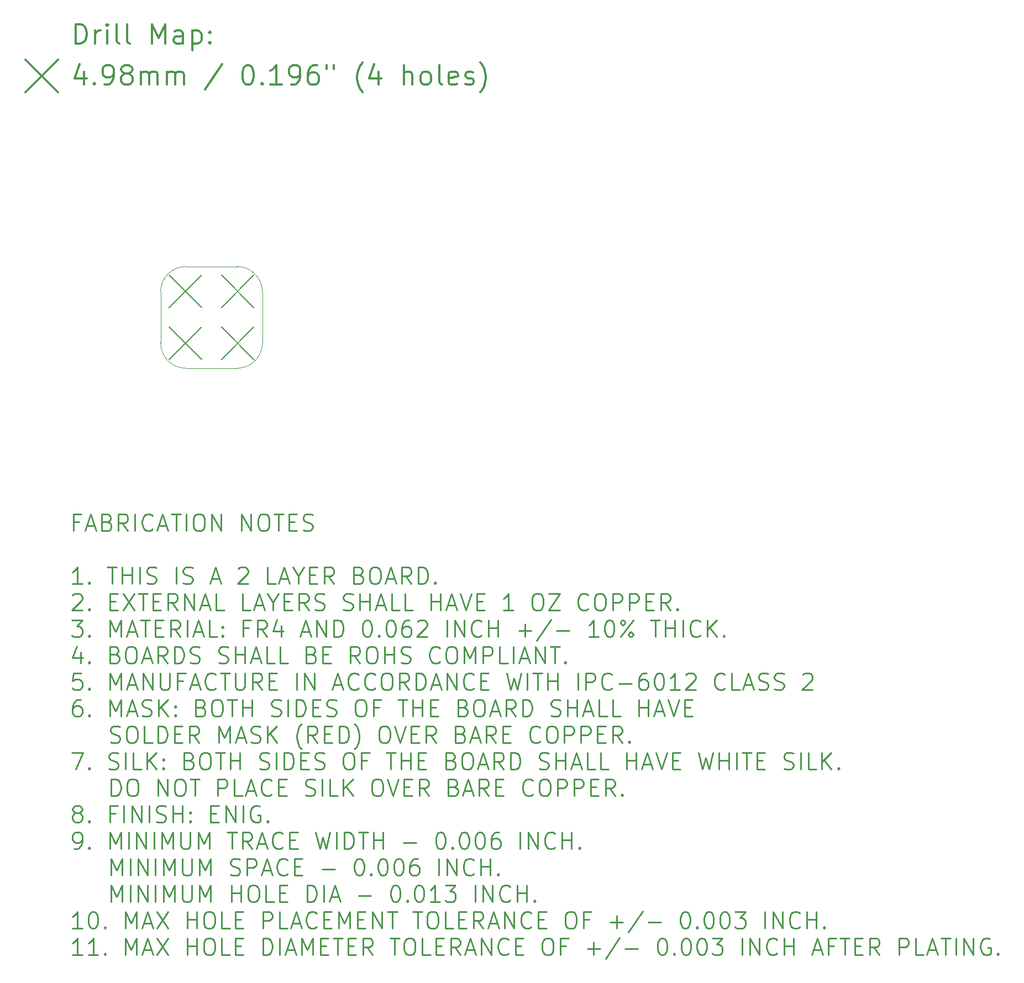
<source format=gbr>
G04 This is an RS-274x file exported by *
G04 gerbv version 2.6.0 *
G04 More information is available about gerbv at *
G04 http://gerbv.gpleda.org/ *
G04 --End of header info--*
%MOIN*%
%FSLAX34Y34*%
%IPPOS*%
G04 --Define apertures--*
%ADD10C,0.0050*%
%ADD11C,0.0079*%
%ADD12C,0.0118*%
%ADD13C,0.0138*%
%ADD14C,0.0016*%
%ADD15C,0.0100*%
G04 --Start main section--*
G54D11*
G01X0006710Y-015800D02*
G01X0008671Y-017761D01*
G01X0008671Y-015800D02*
G01X0006710Y-017761D01*
G01X0006710Y-018950D02*
G01X0008671Y-020910D01*
G01X0008671Y-018950D02*
G01X0006710Y-020910D01*
G01X0009860Y-015800D02*
G01X0011820Y-017761D01*
G01X0011820Y-015800D02*
G01X0009860Y-017761D01*
G01X0009860Y-018950D02*
G01X0011820Y-020910D01*
G01X0011820Y-018950D02*
G01X0009860Y-020910D01*
G54D12*
G01X0001069Y-001834D02*
G01X0001069Y-000652D01*
G01X0001069Y-000652D02*
G01X0001350Y-000652D01*
G01X0001350Y-000652D02*
G01X0001519Y-000709D01*
G01X0001519Y-000709D02*
G01X0001631Y-000821D01*
G01X0001631Y-000821D02*
G01X0001687Y-000934D01*
G01X0001687Y-000934D02*
G01X0001744Y-001159D01*
G01X0001744Y-001159D02*
G01X0001744Y-001327D01*
G01X0001744Y-001327D02*
G01X0001687Y-001552D01*
G01X0001687Y-001552D02*
G01X0001631Y-001665D01*
G01X0001631Y-001665D02*
G01X0001519Y-001777D01*
G01X0001519Y-001777D02*
G01X0001350Y-001834D01*
G01X0001350Y-001834D02*
G01X0001069Y-001834D01*
G01X0002250Y-001834D02*
G01X0002250Y-001046D01*
G01X0002250Y-001271D02*
G01X0002306Y-001159D01*
G01X0002306Y-001159D02*
G01X0002362Y-001102D01*
G01X0002362Y-001102D02*
G01X0002475Y-001046D01*
G01X0002475Y-001046D02*
G01X0002587Y-001046D01*
G01X0002981Y-001834D02*
G01X0002981Y-001046D01*
G01X0002981Y-000652D02*
G01X0002925Y-000709D01*
G01X0002925Y-000709D02*
G01X0002981Y-000765D01*
G01X0002981Y-000765D02*
G01X0003037Y-000709D01*
G01X0003037Y-000709D02*
G01X0002981Y-000652D01*
G01X0002981Y-000652D02*
G01X0002981Y-000765D01*
G01X0003712Y-001834D02*
G01X0003600Y-001777D01*
G01X0003600Y-001777D02*
G01X0003543Y-001665D01*
G01X0003543Y-001665D02*
G01X0003543Y-000652D01*
G01X0004331Y-001834D02*
G01X0004218Y-001777D01*
G01X0004218Y-001777D02*
G01X0004162Y-001665D01*
G01X0004162Y-001665D02*
G01X0004162Y-000652D01*
G01X0005681Y-001834D02*
G01X0005681Y-000652D01*
G01X0005681Y-000652D02*
G01X0006074Y-001496D01*
G01X0006074Y-001496D02*
G01X0006468Y-000652D01*
G01X0006468Y-000652D02*
G01X0006468Y-001834D01*
G01X0007537Y-001834D02*
G01X0007537Y-001215D01*
G01X0007537Y-001215D02*
G01X0007480Y-001102D01*
G01X0007480Y-001102D02*
G01X0007368Y-001046D01*
G01X0007368Y-001046D02*
G01X0007143Y-001046D01*
G01X0007143Y-001046D02*
G01X0007030Y-001102D01*
G01X0007537Y-001777D02*
G01X0007424Y-001834D01*
G01X0007424Y-001834D02*
G01X0007143Y-001834D01*
G01X0007143Y-001834D02*
G01X0007030Y-001777D01*
G01X0007030Y-001777D02*
G01X0006974Y-001665D01*
G01X0006974Y-001665D02*
G01X0006974Y-001552D01*
G01X0006974Y-001552D02*
G01X0007030Y-001440D01*
G01X0007030Y-001440D02*
G01X0007143Y-001384D01*
G01X0007143Y-001384D02*
G01X0007424Y-001384D01*
G01X0007424Y-001384D02*
G01X0007537Y-001327D01*
G01X0008099Y-001046D02*
G01X0008099Y-002227D01*
G01X0008099Y-001102D02*
G01X0008211Y-001046D01*
G01X0008211Y-001046D02*
G01X0008436Y-001046D01*
G01X0008436Y-001046D02*
G01X0008549Y-001102D01*
G01X0008549Y-001102D02*
G01X0008605Y-001159D01*
G01X0008605Y-001159D02*
G01X0008661Y-001271D01*
G01X0008661Y-001271D02*
G01X0008661Y-001609D01*
G01X0008661Y-001609D02*
G01X0008605Y-001721D01*
G01X0008605Y-001721D02*
G01X0008549Y-001777D01*
G01X0008549Y-001777D02*
G01X0008436Y-001834D01*
G01X0008436Y-001834D02*
G01X0008211Y-001834D01*
G01X0008211Y-001834D02*
G01X0008099Y-001777D01*
G01X0009168Y-001721D02*
G01X0009224Y-001777D01*
G01X0009224Y-001777D02*
G01X0009168Y-001834D01*
G01X0009168Y-001834D02*
G01X0009111Y-001777D01*
G01X0009111Y-001777D02*
G01X0009168Y-001721D01*
G01X0009168Y-001721D02*
G01X0009168Y-001834D01*
G01X0009168Y-001102D02*
G01X0009224Y-001159D01*
G01X0009224Y-001159D02*
G01X0009168Y-001215D01*
G01X0009168Y-001215D02*
G01X0009111Y-001159D01*
G01X0009111Y-001159D02*
G01X0009168Y-001102D01*
G01X0009168Y-001102D02*
G01X0009168Y-001215D01*
G01X-001961Y-002799D02*
G01X0000000Y-004760D01*
G01X0000000Y-002799D02*
G01X-001961Y-004760D01*
G01X0001575Y-003526D02*
G01X0001575Y-004314D01*
G01X0001294Y-003076D02*
G01X0001012Y-003920D01*
G01X0001012Y-003920D02*
G01X0001744Y-003920D01*
G01X0002193Y-004201D02*
G01X0002250Y-004258D01*
G01X0002250Y-004258D02*
G01X0002193Y-004314D01*
G01X0002193Y-004314D02*
G01X0002137Y-004258D01*
G01X0002137Y-004258D02*
G01X0002193Y-004201D01*
G01X0002193Y-004201D02*
G01X0002193Y-004314D01*
G01X0002812Y-004314D02*
G01X0003037Y-004314D01*
G01X0003037Y-004314D02*
G01X0003150Y-004258D01*
G01X0003150Y-004258D02*
G01X0003206Y-004201D01*
G01X0003206Y-004201D02*
G01X0003318Y-004033D01*
G01X0003318Y-004033D02*
G01X0003375Y-003808D01*
G01X0003375Y-003808D02*
G01X0003375Y-003358D01*
G01X0003375Y-003358D02*
G01X0003318Y-003245D01*
G01X0003318Y-003245D02*
G01X0003262Y-003189D01*
G01X0003262Y-003189D02*
G01X0003150Y-003133D01*
G01X0003150Y-003133D02*
G01X0002925Y-003133D01*
G01X0002925Y-003133D02*
G01X0002812Y-003189D01*
G01X0002812Y-003189D02*
G01X0002756Y-003245D01*
G01X0002756Y-003245D02*
G01X0002700Y-003358D01*
G01X0002700Y-003358D02*
G01X0002700Y-003639D01*
G01X0002700Y-003639D02*
G01X0002756Y-003751D01*
G01X0002756Y-003751D02*
G01X0002812Y-003808D01*
G01X0002812Y-003808D02*
G01X0002925Y-003864D01*
G01X0002925Y-003864D02*
G01X0003150Y-003864D01*
G01X0003150Y-003864D02*
G01X0003262Y-003808D01*
G01X0003262Y-003808D02*
G01X0003318Y-003751D01*
G01X0003318Y-003751D02*
G01X0003375Y-003639D01*
G01X0004049Y-003639D02*
G01X0003937Y-003583D01*
G01X0003937Y-003583D02*
G01X0003881Y-003526D01*
G01X0003881Y-003526D02*
G01X0003825Y-003414D01*
G01X0003825Y-003414D02*
G01X0003825Y-003358D01*
G01X0003825Y-003358D02*
G01X0003881Y-003245D01*
G01X0003881Y-003245D02*
G01X0003937Y-003189D01*
G01X0003937Y-003189D02*
G01X0004049Y-003133D01*
G01X0004049Y-003133D02*
G01X0004274Y-003133D01*
G01X0004274Y-003133D02*
G01X0004387Y-003189D01*
G01X0004387Y-003189D02*
G01X0004443Y-003245D01*
G01X0004443Y-003245D02*
G01X0004499Y-003358D01*
G01X0004499Y-003358D02*
G01X0004499Y-003414D01*
G01X0004499Y-003414D02*
G01X0004443Y-003526D01*
G01X0004443Y-003526D02*
G01X0004387Y-003583D01*
G01X0004387Y-003583D02*
G01X0004274Y-003639D01*
G01X0004274Y-003639D02*
G01X0004049Y-003639D01*
G01X0004049Y-003639D02*
G01X0003937Y-003695D01*
G01X0003937Y-003695D02*
G01X0003881Y-003751D01*
G01X0003881Y-003751D02*
G01X0003825Y-003864D01*
G01X0003825Y-003864D02*
G01X0003825Y-004089D01*
G01X0003825Y-004089D02*
G01X0003881Y-004201D01*
G01X0003881Y-004201D02*
G01X0003937Y-004258D01*
G01X0003937Y-004258D02*
G01X0004049Y-004314D01*
G01X0004049Y-004314D02*
G01X0004274Y-004314D01*
G01X0004274Y-004314D02*
G01X0004387Y-004258D01*
G01X0004387Y-004258D02*
G01X0004443Y-004201D01*
G01X0004443Y-004201D02*
G01X0004499Y-004089D01*
G01X0004499Y-004089D02*
G01X0004499Y-003864D01*
G01X0004499Y-003864D02*
G01X0004443Y-003751D01*
G01X0004443Y-003751D02*
G01X0004387Y-003695D01*
G01X0004387Y-003695D02*
G01X0004274Y-003639D01*
G01X0005006Y-004314D02*
G01X0005006Y-003526D01*
G01X0005006Y-003639D02*
G01X0005062Y-003583D01*
G01X0005062Y-003583D02*
G01X0005174Y-003526D01*
G01X0005174Y-003526D02*
G01X0005343Y-003526D01*
G01X0005343Y-003526D02*
G01X0005456Y-003583D01*
G01X0005456Y-003583D02*
G01X0005512Y-003695D01*
G01X0005512Y-003695D02*
G01X0005512Y-004314D01*
G01X0005512Y-003695D02*
G01X0005568Y-003583D01*
G01X0005568Y-003583D02*
G01X0005681Y-003526D01*
G01X0005681Y-003526D02*
G01X0005849Y-003526D01*
G01X0005849Y-003526D02*
G01X0005962Y-003583D01*
G01X0005962Y-003583D02*
G01X0006018Y-003695D01*
G01X0006018Y-003695D02*
G01X0006018Y-004314D01*
G01X0006580Y-004314D02*
G01X0006580Y-003526D01*
G01X0006580Y-003639D02*
G01X0006637Y-003583D01*
G01X0006637Y-003583D02*
G01X0006749Y-003526D01*
G01X0006749Y-003526D02*
G01X0006918Y-003526D01*
G01X0006918Y-003526D02*
G01X0007030Y-003583D01*
G01X0007030Y-003583D02*
G01X0007087Y-003695D01*
G01X0007087Y-003695D02*
G01X0007087Y-004314D01*
G01X0007087Y-003695D02*
G01X0007143Y-003583D01*
G01X0007143Y-003583D02*
G01X0007255Y-003526D01*
G01X0007255Y-003526D02*
G01X0007424Y-003526D01*
G01X0007424Y-003526D02*
G01X0007537Y-003583D01*
G01X0007537Y-003583D02*
G01X0007593Y-003695D01*
G01X0007593Y-003695D02*
G01X0007593Y-004314D01*
G01X0009899Y-003076D02*
G01X0008886Y-004595D01*
G01X0011417Y-003133D02*
G01X0011530Y-003133D01*
G01X0011530Y-003133D02*
G01X0011642Y-003189D01*
G01X0011642Y-003189D02*
G01X0011699Y-003245D01*
G01X0011699Y-003245D02*
G01X0011755Y-003358D01*
G01X0011755Y-003358D02*
G01X0011811Y-003583D01*
G01X0011811Y-003583D02*
G01X0011811Y-003864D01*
G01X0011811Y-003864D02*
G01X0011755Y-004089D01*
G01X0011755Y-004089D02*
G01X0011699Y-004201D01*
G01X0011699Y-004201D02*
G01X0011642Y-004258D01*
G01X0011642Y-004258D02*
G01X0011530Y-004314D01*
G01X0011530Y-004314D02*
G01X0011417Y-004314D01*
G01X0011417Y-004314D02*
G01X0011305Y-004258D01*
G01X0011305Y-004258D02*
G01X0011249Y-004201D01*
G01X0011249Y-004201D02*
G01X0011192Y-004089D01*
G01X0011192Y-004089D02*
G01X0011136Y-003864D01*
G01X0011136Y-003864D02*
G01X0011136Y-003583D01*
G01X0011136Y-003583D02*
G01X0011192Y-003358D01*
G01X0011192Y-003358D02*
G01X0011249Y-003245D01*
G01X0011249Y-003245D02*
G01X0011305Y-003189D01*
G01X0011305Y-003189D02*
G01X0011417Y-003133D01*
G01X0012317Y-004201D02*
G01X0012373Y-004258D01*
G01X0012373Y-004258D02*
G01X0012317Y-004314D01*
G01X0012317Y-004314D02*
G01X0012261Y-004258D01*
G01X0012261Y-004258D02*
G01X0012317Y-004201D01*
G01X0012317Y-004201D02*
G01X0012317Y-004314D01*
G01X0013498Y-004314D02*
G01X0012823Y-004314D01*
G01X0013161Y-004314D02*
G01X0013161Y-003133D01*
G01X0013161Y-003133D02*
G01X0013048Y-003301D01*
G01X0013048Y-003301D02*
G01X0012936Y-003414D01*
G01X0012936Y-003414D02*
G01X0012823Y-003470D01*
G01X0014061Y-004314D02*
G01X0014286Y-004314D01*
G01X0014286Y-004314D02*
G01X0014398Y-004258D01*
G01X0014398Y-004258D02*
G01X0014454Y-004201D01*
G01X0014454Y-004201D02*
G01X0014567Y-004033D01*
G01X0014567Y-004033D02*
G01X0014623Y-003808D01*
G01X0014623Y-003808D02*
G01X0014623Y-003358D01*
G01X0014623Y-003358D02*
G01X0014567Y-003245D01*
G01X0014567Y-003245D02*
G01X0014511Y-003189D01*
G01X0014511Y-003189D02*
G01X0014398Y-003133D01*
G01X0014398Y-003133D02*
G01X0014173Y-003133D01*
G01X0014173Y-003133D02*
G01X0014061Y-003189D01*
G01X0014061Y-003189D02*
G01X0014005Y-003245D01*
G01X0014005Y-003245D02*
G01X0013948Y-003358D01*
G01X0013948Y-003358D02*
G01X0013948Y-003639D01*
G01X0013948Y-003639D02*
G01X0014005Y-003751D01*
G01X0014005Y-003751D02*
G01X0014061Y-003808D01*
G01X0014061Y-003808D02*
G01X0014173Y-003864D01*
G01X0014173Y-003864D02*
G01X0014398Y-003864D01*
G01X0014398Y-003864D02*
G01X0014511Y-003808D01*
G01X0014511Y-003808D02*
G01X0014567Y-003751D01*
G01X0014567Y-003751D02*
G01X0014623Y-003639D01*
G01X0015636Y-003133D02*
G01X0015411Y-003133D01*
G01X0015411Y-003133D02*
G01X0015298Y-003189D01*
G01X0015298Y-003189D02*
G01X0015242Y-003245D01*
G01X0015242Y-003245D02*
G01X0015129Y-003414D01*
G01X0015129Y-003414D02*
G01X0015073Y-003639D01*
G01X0015073Y-003639D02*
G01X0015073Y-004089D01*
G01X0015073Y-004089D02*
G01X0015129Y-004201D01*
G01X0015129Y-004201D02*
G01X0015186Y-004258D01*
G01X0015186Y-004258D02*
G01X0015298Y-004314D01*
G01X0015298Y-004314D02*
G01X0015523Y-004314D01*
G01X0015523Y-004314D02*
G01X0015636Y-004258D01*
G01X0015636Y-004258D02*
G01X0015692Y-004201D01*
G01X0015692Y-004201D02*
G01X0015748Y-004089D01*
G01X0015748Y-004089D02*
G01X0015748Y-003808D01*
G01X0015748Y-003808D02*
G01X0015692Y-003695D01*
G01X0015692Y-003695D02*
G01X0015636Y-003639D01*
G01X0015636Y-003639D02*
G01X0015523Y-003583D01*
G01X0015523Y-003583D02*
G01X0015298Y-003583D01*
G01X0015298Y-003583D02*
G01X0015186Y-003639D01*
G01X0015186Y-003639D02*
G01X0015129Y-003695D01*
G01X0015129Y-003695D02*
G01X0015073Y-003808D01*
G01X0016198Y-003133D02*
G01X0016198Y-003358D01*
G01X0016648Y-003133D02*
G01X0016648Y-003358D01*
G01X0018391Y-004764D02*
G01X0018335Y-004708D01*
G01X0018335Y-004708D02*
G01X0018223Y-004539D01*
G01X0018223Y-004539D02*
G01X0018166Y-004426D01*
G01X0018166Y-004426D02*
G01X0018110Y-004258D01*
G01X0018110Y-004258D02*
G01X0018054Y-003976D01*
G01X0018054Y-003976D02*
G01X0018054Y-003751D01*
G01X0018054Y-003751D02*
G01X0018110Y-003470D01*
G01X0018110Y-003470D02*
G01X0018166Y-003301D01*
G01X0018166Y-003301D02*
G01X0018223Y-003189D01*
G01X0018223Y-003189D02*
G01X0018335Y-003020D01*
G01X0018335Y-003020D02*
G01X0018391Y-002964D01*
G01X0019348Y-003526D02*
G01X0019348Y-004314D01*
G01X0019066Y-003076D02*
G01X0018785Y-003920D01*
G01X0018785Y-003920D02*
G01X0019516Y-003920D01*
G01X0020866Y-004314D02*
G01X0020866Y-003133D01*
G01X0021372Y-004314D02*
G01X0021372Y-003695D01*
G01X0021372Y-003695D02*
G01X0021316Y-003583D01*
G01X0021316Y-003583D02*
G01X0021204Y-003526D01*
G01X0021204Y-003526D02*
G01X0021035Y-003526D01*
G01X0021035Y-003526D02*
G01X0020922Y-003583D01*
G01X0020922Y-003583D02*
G01X0020866Y-003639D01*
G01X0022103Y-004314D02*
G01X0021991Y-004258D01*
G01X0021991Y-004258D02*
G01X0021935Y-004201D01*
G01X0021935Y-004201D02*
G01X0021879Y-004089D01*
G01X0021879Y-004089D02*
G01X0021879Y-003751D01*
G01X0021879Y-003751D02*
G01X0021935Y-003639D01*
G01X0021935Y-003639D02*
G01X0021991Y-003583D01*
G01X0021991Y-003583D02*
G01X0022103Y-003526D01*
G01X0022103Y-003526D02*
G01X0022272Y-003526D01*
G01X0022272Y-003526D02*
G01X0022385Y-003583D01*
G01X0022385Y-003583D02*
G01X0022441Y-003639D01*
G01X0022441Y-003639D02*
G01X0022497Y-003751D01*
G01X0022497Y-003751D02*
G01X0022497Y-004089D01*
G01X0022497Y-004089D02*
G01X0022441Y-004201D01*
G01X0022441Y-004201D02*
G01X0022385Y-004258D01*
G01X0022385Y-004258D02*
G01X0022272Y-004314D01*
G01X0022272Y-004314D02*
G01X0022103Y-004314D01*
G01X0023172Y-004314D02*
G01X0023060Y-004258D01*
G01X0023060Y-004258D02*
G01X0023003Y-004145D01*
G01X0023003Y-004145D02*
G01X0023003Y-003133D01*
G01X0024072Y-004258D02*
G01X0023960Y-004314D01*
G01X0023960Y-004314D02*
G01X0023735Y-004314D01*
G01X0023735Y-004314D02*
G01X0023622Y-004258D01*
G01X0023622Y-004258D02*
G01X0023566Y-004145D01*
G01X0023566Y-004145D02*
G01X0023566Y-003695D01*
G01X0023566Y-003695D02*
G01X0023622Y-003583D01*
G01X0023622Y-003583D02*
G01X0023735Y-003526D01*
G01X0023735Y-003526D02*
G01X0023960Y-003526D01*
G01X0023960Y-003526D02*
G01X0024072Y-003583D01*
G01X0024072Y-003583D02*
G01X0024128Y-003695D01*
G01X0024128Y-003695D02*
G01X0024128Y-003808D01*
G01X0024128Y-003808D02*
G01X0023566Y-003920D01*
G01X0024578Y-004258D02*
G01X0024691Y-004314D01*
G01X0024691Y-004314D02*
G01X0024916Y-004314D01*
G01X0024916Y-004314D02*
G01X0025028Y-004258D01*
G01X0025028Y-004258D02*
G01X0025084Y-004145D01*
G01X0025084Y-004145D02*
G01X0025084Y-004089D01*
G01X0025084Y-004089D02*
G01X0025028Y-003976D01*
G01X0025028Y-003976D02*
G01X0024916Y-003920D01*
G01X0024916Y-003920D02*
G01X0024747Y-003920D01*
G01X0024747Y-003920D02*
G01X0024634Y-003864D01*
G01X0024634Y-003864D02*
G01X0024578Y-003751D01*
G01X0024578Y-003751D02*
G01X0024578Y-003695D01*
G01X0024578Y-003695D02*
G01X0024634Y-003583D01*
G01X0024634Y-003583D02*
G01X0024747Y-003526D01*
G01X0024747Y-003526D02*
G01X0024916Y-003526D01*
G01X0024916Y-003526D02*
G01X0025028Y-003583D01*
G01X0025478Y-004764D02*
G01X0025534Y-004708D01*
G01X0025534Y-004708D02*
G01X0025647Y-004539D01*
G01X0025647Y-004539D02*
G01X0025703Y-004426D01*
G01X0025703Y-004426D02*
G01X0025759Y-004258D01*
G01X0025759Y-004258D02*
G01X0025816Y-003976D01*
G01X0025816Y-003976D02*
G01X0025816Y-003751D01*
G01X0025816Y-003751D02*
G01X0025759Y-003470D01*
G01X0025759Y-003470D02*
G01X0025703Y-003301D01*
G01X0025703Y-003301D02*
G01X0025647Y-003189D01*
G01X0025647Y-003189D02*
G01X0025534Y-003020D01*
G01X0025534Y-003020D02*
G01X0025478Y-002964D01*
G01X0000000Y0000000D02*
G54D14*
G01X0010801Y-015284D02*
G01X0007730Y-015284D01*
G01X0010801Y-021426D02*
G01X0007730Y-021426D01*
G01X0012336Y-019891D02*
G01X0012336Y-016820D01*
G01X0006194Y-019891D02*
G01X0006194Y-016820D01*
G01X0012336Y-016820D02*
G75*
G03X0010801Y-015284I-001535J0000000D01*
G01X0010801Y-021426D02*
G75*
G03X0012336Y-019891I0000000J0001535D01*
G01X0006194Y-019891D02*
G75*
G03X0007730Y-021426I0001535J0000000D01*
G01X0007730Y-015284D02*
G75*
G03X0006194Y-016820I0000000J-001535D01*
G01X0000000Y0000000D02*
G54D15*
G01X0001271Y-030709D02*
G01X0000938Y-030709D01*
G01X0000938Y-031232D02*
G01X0000938Y-030232D01*
G01X0000938Y-030232D02*
G01X0001414Y-030232D01*
G01X0001748Y-030947D02*
G01X0002224Y-030947D01*
G01X0001652Y-031232D02*
G01X0001986Y-030232D01*
G01X0001986Y-030232D02*
G01X0002319Y-031232D01*
G01X0002986Y-030709D02*
G01X0003129Y-030756D01*
G01X0003129Y-030756D02*
G01X0003176Y-030804D01*
G01X0003176Y-030804D02*
G01X0003224Y-030899D01*
G01X0003224Y-030899D02*
G01X0003224Y-031042D01*
G01X0003224Y-031042D02*
G01X0003176Y-031137D01*
G01X0003176Y-031137D02*
G01X0003129Y-031185D01*
G01X0003129Y-031185D02*
G01X0003033Y-031232D01*
G01X0003033Y-031232D02*
G01X0002652Y-031232D01*
G01X0002652Y-031232D02*
G01X0002652Y-030232D01*
G01X0002652Y-030232D02*
G01X0002986Y-030232D01*
G01X0002986Y-030232D02*
G01X0003081Y-030280D01*
G01X0003081Y-030280D02*
G01X0003129Y-030328D01*
G01X0003129Y-030328D02*
G01X0003176Y-030423D01*
G01X0003176Y-030423D02*
G01X0003176Y-030518D01*
G01X0003176Y-030518D02*
G01X0003129Y-030613D01*
G01X0003129Y-030613D02*
G01X0003081Y-030661D01*
G01X0003081Y-030661D02*
G01X0002986Y-030709D01*
G01X0002986Y-030709D02*
G01X0002652Y-030709D01*
G01X0004224Y-031232D02*
G01X0003890Y-030756D01*
G01X0003652Y-031232D02*
G01X0003652Y-030232D01*
G01X0003652Y-030232D02*
G01X0004033Y-030232D01*
G01X0004033Y-030232D02*
G01X0004129Y-030280D01*
G01X0004129Y-030280D02*
G01X0004176Y-030328D01*
G01X0004176Y-030328D02*
G01X0004224Y-030423D01*
G01X0004224Y-030423D02*
G01X0004224Y-030566D01*
G01X0004224Y-030566D02*
G01X0004176Y-030661D01*
G01X0004176Y-030661D02*
G01X0004129Y-030709D01*
G01X0004129Y-030709D02*
G01X0004033Y-030756D01*
G01X0004033Y-030756D02*
G01X0003652Y-030756D01*
G01X0004652Y-031232D02*
G01X0004652Y-030232D01*
G01X0005700Y-031137D02*
G01X0005652Y-031185D01*
G01X0005652Y-031185D02*
G01X0005510Y-031232D01*
G01X0005510Y-031232D02*
G01X0005414Y-031232D01*
G01X0005414Y-031232D02*
G01X0005271Y-031185D01*
G01X0005271Y-031185D02*
G01X0005176Y-031090D01*
G01X0005176Y-031090D02*
G01X0005129Y-030994D01*
G01X0005129Y-030994D02*
G01X0005081Y-030804D01*
G01X0005081Y-030804D02*
G01X0005081Y-030661D01*
G01X0005081Y-030661D02*
G01X0005129Y-030470D01*
G01X0005129Y-030470D02*
G01X0005176Y-030375D01*
G01X0005176Y-030375D02*
G01X0005271Y-030280D01*
G01X0005271Y-030280D02*
G01X0005414Y-030232D01*
G01X0005414Y-030232D02*
G01X0005510Y-030232D01*
G01X0005510Y-030232D02*
G01X0005652Y-030280D01*
G01X0005652Y-030280D02*
G01X0005700Y-030328D01*
G01X0006081Y-030947D02*
G01X0006557Y-030947D01*
G01X0005986Y-031232D02*
G01X0006319Y-030232D01*
G01X0006319Y-030232D02*
G01X0006652Y-031232D01*
G01X0006843Y-030232D02*
G01X0007414Y-030232D01*
G01X0007129Y-031232D02*
G01X0007129Y-030232D01*
G01X0007748Y-031232D02*
G01X0007748Y-030232D01*
G01X0008414Y-030232D02*
G01X0008605Y-030232D01*
G01X0008605Y-030232D02*
G01X0008700Y-030280D01*
G01X0008700Y-030280D02*
G01X0008795Y-030375D01*
G01X0008795Y-030375D02*
G01X0008843Y-030566D01*
G01X0008843Y-030566D02*
G01X0008843Y-030899D01*
G01X0008843Y-030899D02*
G01X0008795Y-031090D01*
G01X0008795Y-031090D02*
G01X0008700Y-031185D01*
G01X0008700Y-031185D02*
G01X0008605Y-031232D01*
G01X0008605Y-031232D02*
G01X0008414Y-031232D01*
G01X0008414Y-031232D02*
G01X0008319Y-031185D01*
G01X0008319Y-031185D02*
G01X0008224Y-031090D01*
G01X0008224Y-031090D02*
G01X0008176Y-030899D01*
G01X0008176Y-030899D02*
G01X0008176Y-030566D01*
G01X0008176Y-030566D02*
G01X0008224Y-030375D01*
G01X0008224Y-030375D02*
G01X0008319Y-030280D01*
G01X0008319Y-030280D02*
G01X0008414Y-030232D01*
G01X0009271Y-031232D02*
G01X0009271Y-030232D01*
G01X0009271Y-030232D02*
G01X0009843Y-031232D01*
G01X0009843Y-031232D02*
G01X0009843Y-030232D01*
G01X0011081Y-031232D02*
G01X0011081Y-030232D01*
G01X0011081Y-030232D02*
G01X0011652Y-031232D01*
G01X0011652Y-031232D02*
G01X0011652Y-030232D01*
G01X0012319Y-030232D02*
G01X0012510Y-030232D01*
G01X0012510Y-030232D02*
G01X0012605Y-030280D01*
G01X0012605Y-030280D02*
G01X0012700Y-030375D01*
G01X0012700Y-030375D02*
G01X0012748Y-030566D01*
G01X0012748Y-030566D02*
G01X0012748Y-030899D01*
G01X0012748Y-030899D02*
G01X0012700Y-031090D01*
G01X0012700Y-031090D02*
G01X0012605Y-031185D01*
G01X0012605Y-031185D02*
G01X0012510Y-031232D01*
G01X0012510Y-031232D02*
G01X0012319Y-031232D01*
G01X0012319Y-031232D02*
G01X0012224Y-031185D01*
G01X0012224Y-031185D02*
G01X0012129Y-031090D01*
G01X0012129Y-031090D02*
G01X0012081Y-030899D01*
G01X0012081Y-030899D02*
G01X0012081Y-030566D01*
G01X0012081Y-030566D02*
G01X0012129Y-030375D01*
G01X0012129Y-030375D02*
G01X0012224Y-030280D01*
G01X0012224Y-030280D02*
G01X0012319Y-030232D01*
G01X0013033Y-030232D02*
G01X0013605Y-030232D01*
G01X0013319Y-031232D02*
G01X0013319Y-030232D01*
G01X0013938Y-030709D02*
G01X0014271Y-030709D01*
G01X0014414Y-031232D02*
G01X0013938Y-031232D01*
G01X0013938Y-031232D02*
G01X0013938Y-030232D01*
G01X0013938Y-030232D02*
G01X0014414Y-030232D01*
G01X0014795Y-031185D02*
G01X0014938Y-031232D01*
G01X0014938Y-031232D02*
G01X0015176Y-031232D01*
G01X0015176Y-031232D02*
G01X0015271Y-031185D01*
G01X0015271Y-031185D02*
G01X0015319Y-031137D01*
G01X0015319Y-031137D02*
G01X0015367Y-031042D01*
G01X0015367Y-031042D02*
G01X0015367Y-030947D01*
G01X0015367Y-030947D02*
G01X0015319Y-030851D01*
G01X0015319Y-030851D02*
G01X0015271Y-030804D01*
G01X0015271Y-030804D02*
G01X0015176Y-030756D01*
G01X0015176Y-030756D02*
G01X0014986Y-030709D01*
G01X0014986Y-030709D02*
G01X0014890Y-030661D01*
G01X0014890Y-030661D02*
G01X0014843Y-030613D01*
G01X0014843Y-030613D02*
G01X0014795Y-030518D01*
G01X0014795Y-030518D02*
G01X0014795Y-030423D01*
G01X0014795Y-030423D02*
G01X0014843Y-030328D01*
G01X0014843Y-030328D02*
G01X0014890Y-030280D01*
G01X0014890Y-030280D02*
G01X0014986Y-030232D01*
G01X0014986Y-030232D02*
G01X0015224Y-030232D01*
G01X0015224Y-030232D02*
G01X0015367Y-030280D01*
G01X0001462Y-034432D02*
G01X0000890Y-034432D01*
G01X0001176Y-034432D02*
G01X0001176Y-033432D01*
G01X0001176Y-033432D02*
G01X0001081Y-033575D01*
G01X0001081Y-033575D02*
G01X0000986Y-033670D01*
G01X0000986Y-033670D02*
G01X0000890Y-033718D01*
G01X0001890Y-034337D02*
G01X0001938Y-034385D01*
G01X0001938Y-034385D02*
G01X0001890Y-034432D01*
G01X0001890Y-034432D02*
G01X0001843Y-034385D01*
G01X0001843Y-034385D02*
G01X0001890Y-034337D01*
G01X0001890Y-034337D02*
G01X0001890Y-034432D01*
G01X0002986Y-033432D02*
G01X0003557Y-033432D01*
G01X0003271Y-034432D02*
G01X0003271Y-033432D01*
G01X0003890Y-034432D02*
G01X0003890Y-033432D01*
G01X0003890Y-033909D02*
G01X0004462Y-033909D01*
G01X0004462Y-034432D02*
G01X0004462Y-033432D01*
G01X0004938Y-034432D02*
G01X0004938Y-033432D01*
G01X0005367Y-034385D02*
G01X0005510Y-034432D01*
G01X0005510Y-034432D02*
G01X0005748Y-034432D01*
G01X0005748Y-034432D02*
G01X0005843Y-034385D01*
G01X0005843Y-034385D02*
G01X0005890Y-034337D01*
G01X0005890Y-034337D02*
G01X0005938Y-034242D01*
G01X0005938Y-034242D02*
G01X0005938Y-034147D01*
G01X0005938Y-034147D02*
G01X0005890Y-034051D01*
G01X0005890Y-034051D02*
G01X0005843Y-034004D01*
G01X0005843Y-034004D02*
G01X0005748Y-033956D01*
G01X0005748Y-033956D02*
G01X0005557Y-033909D01*
G01X0005557Y-033909D02*
G01X0005462Y-033861D01*
G01X0005462Y-033861D02*
G01X0005414Y-033813D01*
G01X0005414Y-033813D02*
G01X0005367Y-033718D01*
G01X0005367Y-033718D02*
G01X0005367Y-033623D01*
G01X0005367Y-033623D02*
G01X0005414Y-033528D01*
G01X0005414Y-033528D02*
G01X0005462Y-033480D01*
G01X0005462Y-033480D02*
G01X0005557Y-033432D01*
G01X0005557Y-033432D02*
G01X0005795Y-033432D01*
G01X0005795Y-033432D02*
G01X0005938Y-033480D01*
G01X0007129Y-034432D02*
G01X0007129Y-033432D01*
G01X0007557Y-034385D02*
G01X0007700Y-034432D01*
G01X0007700Y-034432D02*
G01X0007938Y-034432D01*
G01X0007938Y-034432D02*
G01X0008033Y-034385D01*
G01X0008033Y-034385D02*
G01X0008081Y-034337D01*
G01X0008081Y-034337D02*
G01X0008129Y-034242D01*
G01X0008129Y-034242D02*
G01X0008129Y-034147D01*
G01X0008129Y-034147D02*
G01X0008081Y-034051D01*
G01X0008081Y-034051D02*
G01X0008033Y-034004D01*
G01X0008033Y-034004D02*
G01X0007938Y-033956D01*
G01X0007938Y-033956D02*
G01X0007748Y-033909D01*
G01X0007748Y-033909D02*
G01X0007652Y-033861D01*
G01X0007652Y-033861D02*
G01X0007605Y-033813D01*
G01X0007605Y-033813D02*
G01X0007557Y-033718D01*
G01X0007557Y-033718D02*
G01X0007557Y-033623D01*
G01X0007557Y-033623D02*
G01X0007605Y-033528D01*
G01X0007605Y-033528D02*
G01X0007652Y-033480D01*
G01X0007652Y-033480D02*
G01X0007748Y-033432D01*
G01X0007748Y-033432D02*
G01X0007986Y-033432D01*
G01X0007986Y-033432D02*
G01X0008129Y-033480D01*
G01X0009271Y-034147D02*
G01X0009748Y-034147D01*
G01X0009176Y-034432D02*
G01X0009510Y-033432D01*
G01X0009510Y-033432D02*
G01X0009843Y-034432D01*
G01X0010890Y-033528D02*
G01X0010938Y-033480D01*
G01X0010938Y-033480D02*
G01X0011033Y-033432D01*
G01X0011033Y-033432D02*
G01X0011271Y-033432D01*
G01X0011271Y-033432D02*
G01X0011367Y-033480D01*
G01X0011367Y-033480D02*
G01X0011414Y-033528D01*
G01X0011414Y-033528D02*
G01X0011462Y-033623D01*
G01X0011462Y-033623D02*
G01X0011462Y-033718D01*
G01X0011462Y-033718D02*
G01X0011414Y-033861D01*
G01X0011414Y-033861D02*
G01X0010843Y-034432D01*
G01X0010843Y-034432D02*
G01X0011462Y-034432D01*
G01X0013129Y-034432D02*
G01X0012652Y-034432D01*
G01X0012652Y-034432D02*
G01X0012652Y-033432D01*
G01X0013414Y-034147D02*
G01X0013890Y-034147D01*
G01X0013319Y-034432D02*
G01X0013652Y-033432D01*
G01X0013652Y-033432D02*
G01X0013986Y-034432D01*
G01X0014510Y-033956D02*
G01X0014510Y-034432D01*
G01X0014176Y-033432D02*
G01X0014510Y-033956D01*
G01X0014510Y-033956D02*
G01X0014843Y-033432D01*
G01X0015176Y-033909D02*
G01X0015510Y-033909D01*
G01X0015652Y-034432D02*
G01X0015176Y-034432D01*
G01X0015176Y-034432D02*
G01X0015176Y-033432D01*
G01X0015176Y-033432D02*
G01X0015652Y-033432D01*
G01X0016652Y-034432D02*
G01X0016319Y-033956D01*
G01X0016081Y-034432D02*
G01X0016081Y-033432D01*
G01X0016081Y-033432D02*
G01X0016462Y-033432D01*
G01X0016462Y-033432D02*
G01X0016557Y-033480D01*
G01X0016557Y-033480D02*
G01X0016605Y-033528D01*
G01X0016605Y-033528D02*
G01X0016652Y-033623D01*
G01X0016652Y-033623D02*
G01X0016652Y-033766D01*
G01X0016652Y-033766D02*
G01X0016605Y-033861D01*
G01X0016605Y-033861D02*
G01X0016557Y-033909D01*
G01X0016557Y-033909D02*
G01X0016462Y-033956D01*
G01X0016462Y-033956D02*
G01X0016081Y-033956D01*
G01X0018176Y-033909D02*
G01X0018319Y-033956D01*
G01X0018319Y-033956D02*
G01X0018367Y-034004D01*
G01X0018367Y-034004D02*
G01X0018414Y-034099D01*
G01X0018414Y-034099D02*
G01X0018414Y-034242D01*
G01X0018414Y-034242D02*
G01X0018367Y-034337D01*
G01X0018367Y-034337D02*
G01X0018319Y-034385D01*
G01X0018319Y-034385D02*
G01X0018224Y-034432D01*
G01X0018224Y-034432D02*
G01X0017843Y-034432D01*
G01X0017843Y-034432D02*
G01X0017843Y-033432D01*
G01X0017843Y-033432D02*
G01X0018176Y-033432D01*
G01X0018176Y-033432D02*
G01X0018271Y-033480D01*
G01X0018271Y-033480D02*
G01X0018319Y-033528D01*
G01X0018319Y-033528D02*
G01X0018367Y-033623D01*
G01X0018367Y-033623D02*
G01X0018367Y-033718D01*
G01X0018367Y-033718D02*
G01X0018319Y-033813D01*
G01X0018319Y-033813D02*
G01X0018271Y-033861D01*
G01X0018271Y-033861D02*
G01X0018176Y-033909D01*
G01X0018176Y-033909D02*
G01X0017843Y-033909D01*
G01X0019033Y-033432D02*
G01X0019224Y-033432D01*
G01X0019224Y-033432D02*
G01X0019319Y-033480D01*
G01X0019319Y-033480D02*
G01X0019414Y-033575D01*
G01X0019414Y-033575D02*
G01X0019462Y-033766D01*
G01X0019462Y-033766D02*
G01X0019462Y-034099D01*
G01X0019462Y-034099D02*
G01X0019414Y-034290D01*
G01X0019414Y-034290D02*
G01X0019319Y-034385D01*
G01X0019319Y-034385D02*
G01X0019224Y-034432D01*
G01X0019224Y-034432D02*
G01X0019033Y-034432D01*
G01X0019033Y-034432D02*
G01X0018938Y-034385D01*
G01X0018938Y-034385D02*
G01X0018843Y-034290D01*
G01X0018843Y-034290D02*
G01X0018795Y-034099D01*
G01X0018795Y-034099D02*
G01X0018795Y-033766D01*
G01X0018795Y-033766D02*
G01X0018843Y-033575D01*
G01X0018843Y-033575D02*
G01X0018938Y-033480D01*
G01X0018938Y-033480D02*
G01X0019033Y-033432D01*
G01X0019843Y-034147D02*
G01X0020319Y-034147D01*
G01X0019748Y-034432D02*
G01X0020081Y-033432D01*
G01X0020081Y-033432D02*
G01X0020414Y-034432D01*
G01X0021319Y-034432D02*
G01X0020986Y-033956D01*
G01X0020748Y-034432D02*
G01X0020748Y-033432D01*
G01X0020748Y-033432D02*
G01X0021129Y-033432D01*
G01X0021129Y-033432D02*
G01X0021224Y-033480D01*
G01X0021224Y-033480D02*
G01X0021271Y-033528D01*
G01X0021271Y-033528D02*
G01X0021319Y-033623D01*
G01X0021319Y-033623D02*
G01X0021319Y-033766D01*
G01X0021319Y-033766D02*
G01X0021271Y-033861D01*
G01X0021271Y-033861D02*
G01X0021224Y-033909D01*
G01X0021224Y-033909D02*
G01X0021129Y-033956D01*
G01X0021129Y-033956D02*
G01X0020748Y-033956D01*
G01X0021748Y-034432D02*
G01X0021748Y-033432D01*
G01X0021748Y-033432D02*
G01X0021986Y-033432D01*
G01X0021986Y-033432D02*
G01X0022129Y-033480D01*
G01X0022129Y-033480D02*
G01X0022224Y-033575D01*
G01X0022224Y-033575D02*
G01X0022271Y-033670D01*
G01X0022271Y-033670D02*
G01X0022319Y-033861D01*
G01X0022319Y-033861D02*
G01X0022319Y-034004D01*
G01X0022319Y-034004D02*
G01X0022271Y-034194D01*
G01X0022271Y-034194D02*
G01X0022224Y-034290D01*
G01X0022224Y-034290D02*
G01X0022129Y-034385D01*
G01X0022129Y-034385D02*
G01X0021986Y-034432D01*
G01X0021986Y-034432D02*
G01X0021748Y-034432D01*
G01X0022748Y-034337D02*
G01X0022795Y-034385D01*
G01X0022795Y-034385D02*
G01X0022748Y-034432D01*
G01X0022748Y-034432D02*
G01X0022700Y-034385D01*
G01X0022700Y-034385D02*
G01X0022748Y-034337D01*
G01X0022748Y-034337D02*
G01X0022748Y-034432D01*
G01X0000890Y-035128D02*
G01X0000938Y-035080D01*
G01X0000938Y-035080D02*
G01X0001033Y-035032D01*
G01X0001033Y-035032D02*
G01X0001271Y-035032D01*
G01X0001271Y-035032D02*
G01X0001367Y-035080D01*
G01X0001367Y-035080D02*
G01X0001414Y-035128D01*
G01X0001414Y-035128D02*
G01X0001462Y-035223D01*
G01X0001462Y-035223D02*
G01X0001462Y-035318D01*
G01X0001462Y-035318D02*
G01X0001414Y-035461D01*
G01X0001414Y-035461D02*
G01X0000843Y-036032D01*
G01X0000843Y-036032D02*
G01X0001462Y-036032D01*
G01X0001890Y-035937D02*
G01X0001938Y-035985D01*
G01X0001938Y-035985D02*
G01X0001890Y-036032D01*
G01X0001890Y-036032D02*
G01X0001843Y-035985D01*
G01X0001843Y-035985D02*
G01X0001890Y-035937D01*
G01X0001890Y-035937D02*
G01X0001890Y-036032D01*
G01X0003129Y-035509D02*
G01X0003462Y-035509D01*
G01X0003605Y-036032D02*
G01X0003129Y-036032D01*
G01X0003129Y-036032D02*
G01X0003129Y-035032D01*
G01X0003129Y-035032D02*
G01X0003605Y-035032D01*
G01X0003938Y-035032D02*
G01X0004605Y-036032D01*
G01X0004605Y-035032D02*
G01X0003938Y-036032D01*
G01X0004843Y-035032D02*
G01X0005414Y-035032D01*
G01X0005129Y-036032D02*
G01X0005129Y-035032D01*
G01X0005748Y-035509D02*
G01X0006081Y-035509D01*
G01X0006224Y-036032D02*
G01X0005748Y-036032D01*
G01X0005748Y-036032D02*
G01X0005748Y-035032D01*
G01X0005748Y-035032D02*
G01X0006224Y-035032D01*
G01X0007224Y-036032D02*
G01X0006890Y-035556D01*
G01X0006652Y-036032D02*
G01X0006652Y-035032D01*
G01X0006652Y-035032D02*
G01X0007033Y-035032D01*
G01X0007033Y-035032D02*
G01X0007129Y-035080D01*
G01X0007129Y-035080D02*
G01X0007176Y-035128D01*
G01X0007176Y-035128D02*
G01X0007224Y-035223D01*
G01X0007224Y-035223D02*
G01X0007224Y-035366D01*
G01X0007224Y-035366D02*
G01X0007176Y-035461D01*
G01X0007176Y-035461D02*
G01X0007129Y-035509D01*
G01X0007129Y-035509D02*
G01X0007033Y-035556D01*
G01X0007033Y-035556D02*
G01X0006652Y-035556D01*
G01X0007652Y-036032D02*
G01X0007652Y-035032D01*
G01X0007652Y-035032D02*
G01X0008224Y-036032D01*
G01X0008224Y-036032D02*
G01X0008224Y-035032D01*
G01X0008652Y-035747D02*
G01X0009129Y-035747D01*
G01X0008557Y-036032D02*
G01X0008890Y-035032D01*
G01X0008890Y-035032D02*
G01X0009224Y-036032D01*
G01X0010033Y-036032D02*
G01X0009557Y-036032D01*
G01X0009557Y-036032D02*
G01X0009557Y-035032D01*
G01X0011605Y-036032D02*
G01X0011129Y-036032D01*
G01X0011129Y-036032D02*
G01X0011129Y-035032D01*
G01X0011890Y-035747D02*
G01X0012367Y-035747D01*
G01X0011795Y-036032D02*
G01X0012129Y-035032D01*
G01X0012129Y-035032D02*
G01X0012462Y-036032D01*
G01X0012986Y-035556D02*
G01X0012986Y-036032D01*
G01X0012652Y-035032D02*
G01X0012986Y-035556D01*
G01X0012986Y-035556D02*
G01X0013319Y-035032D01*
G01X0013652Y-035509D02*
G01X0013986Y-035509D01*
G01X0014129Y-036032D02*
G01X0013652Y-036032D01*
G01X0013652Y-036032D02*
G01X0013652Y-035032D01*
G01X0013652Y-035032D02*
G01X0014129Y-035032D01*
G01X0015129Y-036032D02*
G01X0014795Y-035556D01*
G01X0014557Y-036032D02*
G01X0014557Y-035032D01*
G01X0014557Y-035032D02*
G01X0014938Y-035032D01*
G01X0014938Y-035032D02*
G01X0015033Y-035080D01*
G01X0015033Y-035080D02*
G01X0015081Y-035128D01*
G01X0015081Y-035128D02*
G01X0015129Y-035223D01*
G01X0015129Y-035223D02*
G01X0015129Y-035366D01*
G01X0015129Y-035366D02*
G01X0015081Y-035461D01*
G01X0015081Y-035461D02*
G01X0015033Y-035509D01*
G01X0015033Y-035509D02*
G01X0014938Y-035556D01*
G01X0014938Y-035556D02*
G01X0014557Y-035556D01*
G01X0015510Y-035985D02*
G01X0015652Y-036032D01*
G01X0015652Y-036032D02*
G01X0015890Y-036032D01*
G01X0015890Y-036032D02*
G01X0015986Y-035985D01*
G01X0015986Y-035985D02*
G01X0016033Y-035937D01*
G01X0016033Y-035937D02*
G01X0016081Y-035842D01*
G01X0016081Y-035842D02*
G01X0016081Y-035747D01*
G01X0016081Y-035747D02*
G01X0016033Y-035651D01*
G01X0016033Y-035651D02*
G01X0015986Y-035604D01*
G01X0015986Y-035604D02*
G01X0015890Y-035556D01*
G01X0015890Y-035556D02*
G01X0015700Y-035509D01*
G01X0015700Y-035509D02*
G01X0015605Y-035461D01*
G01X0015605Y-035461D02*
G01X0015557Y-035413D01*
G01X0015557Y-035413D02*
G01X0015510Y-035318D01*
G01X0015510Y-035318D02*
G01X0015510Y-035223D01*
G01X0015510Y-035223D02*
G01X0015557Y-035128D01*
G01X0015557Y-035128D02*
G01X0015605Y-035080D01*
G01X0015605Y-035080D02*
G01X0015700Y-035032D01*
G01X0015700Y-035032D02*
G01X0015938Y-035032D01*
G01X0015938Y-035032D02*
G01X0016081Y-035080D01*
G01X0017224Y-035985D02*
G01X0017367Y-036032D01*
G01X0017367Y-036032D02*
G01X0017605Y-036032D01*
G01X0017605Y-036032D02*
G01X0017700Y-035985D01*
G01X0017700Y-035985D02*
G01X0017748Y-035937D01*
G01X0017748Y-035937D02*
G01X0017795Y-035842D01*
G01X0017795Y-035842D02*
G01X0017795Y-035747D01*
G01X0017795Y-035747D02*
G01X0017748Y-035651D01*
G01X0017748Y-035651D02*
G01X0017700Y-035604D01*
G01X0017700Y-035604D02*
G01X0017605Y-035556D01*
G01X0017605Y-035556D02*
G01X0017414Y-035509D01*
G01X0017414Y-035509D02*
G01X0017319Y-035461D01*
G01X0017319Y-035461D02*
G01X0017271Y-035413D01*
G01X0017271Y-035413D02*
G01X0017224Y-035318D01*
G01X0017224Y-035318D02*
G01X0017224Y-035223D01*
G01X0017224Y-035223D02*
G01X0017271Y-035128D01*
G01X0017271Y-035128D02*
G01X0017319Y-035080D01*
G01X0017319Y-035080D02*
G01X0017414Y-035032D01*
G01X0017414Y-035032D02*
G01X0017652Y-035032D01*
G01X0017652Y-035032D02*
G01X0017795Y-035080D01*
G01X0018224Y-036032D02*
G01X0018224Y-035032D01*
G01X0018224Y-035509D02*
G01X0018795Y-035509D01*
G01X0018795Y-036032D02*
G01X0018795Y-035032D01*
G01X0019224Y-035747D02*
G01X0019700Y-035747D01*
G01X0019129Y-036032D02*
G01X0019462Y-035032D01*
G01X0019462Y-035032D02*
G01X0019795Y-036032D01*
G01X0020605Y-036032D02*
G01X0020129Y-036032D01*
G01X0020129Y-036032D02*
G01X0020129Y-035032D01*
G01X0021414Y-036032D02*
G01X0020938Y-036032D01*
G01X0020938Y-036032D02*
G01X0020938Y-035032D01*
G01X0022510Y-036032D02*
G01X0022510Y-035032D01*
G01X0022510Y-035509D02*
G01X0023081Y-035509D01*
G01X0023081Y-036032D02*
G01X0023081Y-035032D01*
G01X0023510Y-035747D02*
G01X0023986Y-035747D01*
G01X0023414Y-036032D02*
G01X0023748Y-035032D01*
G01X0023748Y-035032D02*
G01X0024081Y-036032D01*
G01X0024271Y-035032D02*
G01X0024605Y-036032D01*
G01X0024605Y-036032D02*
G01X0024938Y-035032D01*
G01X0025271Y-035509D02*
G01X0025605Y-035509D01*
G01X0025748Y-036032D02*
G01X0025271Y-036032D01*
G01X0025271Y-036032D02*
G01X0025271Y-035032D01*
G01X0025271Y-035032D02*
G01X0025748Y-035032D01*
G01X0027462Y-036032D02*
G01X0026890Y-036032D01*
G01X0027176Y-036032D02*
G01X0027176Y-035032D01*
G01X0027176Y-035032D02*
G01X0027081Y-035175D01*
G01X0027081Y-035175D02*
G01X0026986Y-035270D01*
G01X0026986Y-035270D02*
G01X0026890Y-035318D01*
G01X0028843Y-035032D02*
G01X0029033Y-035032D01*
G01X0029033Y-035032D02*
G01X0029129Y-035080D01*
G01X0029129Y-035080D02*
G01X0029224Y-035175D01*
G01X0029224Y-035175D02*
G01X0029271Y-035366D01*
G01X0029271Y-035366D02*
G01X0029271Y-035699D01*
G01X0029271Y-035699D02*
G01X0029224Y-035890D01*
G01X0029224Y-035890D02*
G01X0029129Y-035985D01*
G01X0029129Y-035985D02*
G01X0029033Y-036032D01*
G01X0029033Y-036032D02*
G01X0028843Y-036032D01*
G01X0028843Y-036032D02*
G01X0028748Y-035985D01*
G01X0028748Y-035985D02*
G01X0028652Y-035890D01*
G01X0028652Y-035890D02*
G01X0028605Y-035699D01*
G01X0028605Y-035699D02*
G01X0028605Y-035366D01*
G01X0028605Y-035366D02*
G01X0028652Y-035175D01*
G01X0028652Y-035175D02*
G01X0028748Y-035080D01*
G01X0028748Y-035080D02*
G01X0028843Y-035032D01*
G01X0029605Y-035032D02*
G01X0030271Y-035032D01*
G01X0030271Y-035032D02*
G01X0029605Y-036032D01*
G01X0029605Y-036032D02*
G01X0030271Y-036032D01*
G01X0031986Y-035937D02*
G01X0031938Y-035985D01*
G01X0031938Y-035985D02*
G01X0031795Y-036032D01*
G01X0031795Y-036032D02*
G01X0031700Y-036032D01*
G01X0031700Y-036032D02*
G01X0031557Y-035985D01*
G01X0031557Y-035985D02*
G01X0031462Y-035890D01*
G01X0031462Y-035890D02*
G01X0031414Y-035794D01*
G01X0031414Y-035794D02*
G01X0031367Y-035604D01*
G01X0031367Y-035604D02*
G01X0031367Y-035461D01*
G01X0031367Y-035461D02*
G01X0031414Y-035270D01*
G01X0031414Y-035270D02*
G01X0031462Y-035175D01*
G01X0031462Y-035175D02*
G01X0031557Y-035080D01*
G01X0031557Y-035080D02*
G01X0031700Y-035032D01*
G01X0031700Y-035032D02*
G01X0031795Y-035032D01*
G01X0031795Y-035032D02*
G01X0031938Y-035080D01*
G01X0031938Y-035080D02*
G01X0031986Y-035128D01*
G01X0032605Y-035032D02*
G01X0032795Y-035032D01*
G01X0032795Y-035032D02*
G01X0032890Y-035080D01*
G01X0032890Y-035080D02*
G01X0032986Y-035175D01*
G01X0032986Y-035175D02*
G01X0033033Y-035366D01*
G01X0033033Y-035366D02*
G01X0033033Y-035699D01*
G01X0033033Y-035699D02*
G01X0032986Y-035890D01*
G01X0032986Y-035890D02*
G01X0032890Y-035985D01*
G01X0032890Y-035985D02*
G01X0032795Y-036032D01*
G01X0032795Y-036032D02*
G01X0032605Y-036032D01*
G01X0032605Y-036032D02*
G01X0032510Y-035985D01*
G01X0032510Y-035985D02*
G01X0032414Y-035890D01*
G01X0032414Y-035890D02*
G01X0032367Y-035699D01*
G01X0032367Y-035699D02*
G01X0032367Y-035366D01*
G01X0032367Y-035366D02*
G01X0032414Y-035175D01*
G01X0032414Y-035175D02*
G01X0032510Y-035080D01*
G01X0032510Y-035080D02*
G01X0032605Y-035032D01*
G01X0033462Y-036032D02*
G01X0033462Y-035032D01*
G01X0033462Y-035032D02*
G01X0033843Y-035032D01*
G01X0033843Y-035032D02*
G01X0033938Y-035080D01*
G01X0033938Y-035080D02*
G01X0033986Y-035128D01*
G01X0033986Y-035128D02*
G01X0034033Y-035223D01*
G01X0034033Y-035223D02*
G01X0034033Y-035366D01*
G01X0034033Y-035366D02*
G01X0033986Y-035461D01*
G01X0033986Y-035461D02*
G01X0033938Y-035509D01*
G01X0033938Y-035509D02*
G01X0033843Y-035556D01*
G01X0033843Y-035556D02*
G01X0033462Y-035556D01*
G01X0034462Y-036032D02*
G01X0034462Y-035032D01*
G01X0034462Y-035032D02*
G01X0034843Y-035032D01*
G01X0034843Y-035032D02*
G01X0034938Y-035080D01*
G01X0034938Y-035080D02*
G01X0034986Y-035128D01*
G01X0034986Y-035128D02*
G01X0035033Y-035223D01*
G01X0035033Y-035223D02*
G01X0035033Y-035366D01*
G01X0035033Y-035366D02*
G01X0034986Y-035461D01*
G01X0034986Y-035461D02*
G01X0034938Y-035509D01*
G01X0034938Y-035509D02*
G01X0034843Y-035556D01*
G01X0034843Y-035556D02*
G01X0034462Y-035556D01*
G01X0035462Y-035509D02*
G01X0035795Y-035509D01*
G01X0035938Y-036032D02*
G01X0035462Y-036032D01*
G01X0035462Y-036032D02*
G01X0035462Y-035032D01*
G01X0035462Y-035032D02*
G01X0035938Y-035032D01*
G01X0036938Y-036032D02*
G01X0036605Y-035556D01*
G01X0036367Y-036032D02*
G01X0036367Y-035032D01*
G01X0036367Y-035032D02*
G01X0036748Y-035032D01*
G01X0036748Y-035032D02*
G01X0036843Y-035080D01*
G01X0036843Y-035080D02*
G01X0036890Y-035128D01*
G01X0036890Y-035128D02*
G01X0036938Y-035223D01*
G01X0036938Y-035223D02*
G01X0036938Y-035366D01*
G01X0036938Y-035366D02*
G01X0036890Y-035461D01*
G01X0036890Y-035461D02*
G01X0036843Y-035509D01*
G01X0036843Y-035509D02*
G01X0036748Y-035556D01*
G01X0036748Y-035556D02*
G01X0036367Y-035556D01*
G01X0037367Y-035937D02*
G01X0037414Y-035985D01*
G01X0037414Y-035985D02*
G01X0037367Y-036032D01*
G01X0037367Y-036032D02*
G01X0037319Y-035985D01*
G01X0037319Y-035985D02*
G01X0037367Y-035937D01*
G01X0037367Y-035937D02*
G01X0037367Y-036032D01*
G01X0000843Y-036632D02*
G01X0001462Y-036632D01*
G01X0001462Y-036632D02*
G01X0001129Y-037013D01*
G01X0001129Y-037013D02*
G01X0001271Y-037013D01*
G01X0001271Y-037013D02*
G01X0001367Y-037061D01*
G01X0001367Y-037061D02*
G01X0001414Y-037109D01*
G01X0001414Y-037109D02*
G01X0001462Y-037204D01*
G01X0001462Y-037204D02*
G01X0001462Y-037442D01*
G01X0001462Y-037442D02*
G01X0001414Y-037537D01*
G01X0001414Y-037537D02*
G01X0001367Y-037585D01*
G01X0001367Y-037585D02*
G01X0001271Y-037632D01*
G01X0001271Y-037632D02*
G01X0000986Y-037632D01*
G01X0000986Y-037632D02*
G01X0000890Y-037585D01*
G01X0000890Y-037585D02*
G01X0000843Y-037537D01*
G01X0001890Y-037537D02*
G01X0001938Y-037585D01*
G01X0001938Y-037585D02*
G01X0001890Y-037632D01*
G01X0001890Y-037632D02*
G01X0001843Y-037585D01*
G01X0001843Y-037585D02*
G01X0001890Y-037537D01*
G01X0001890Y-037537D02*
G01X0001890Y-037632D01*
G01X0003129Y-037632D02*
G01X0003129Y-036632D01*
G01X0003129Y-036632D02*
G01X0003462Y-037347D01*
G01X0003462Y-037347D02*
G01X0003795Y-036632D01*
G01X0003795Y-036632D02*
G01X0003795Y-037632D01*
G01X0004224Y-037347D02*
G01X0004700Y-037347D01*
G01X0004129Y-037632D02*
G01X0004462Y-036632D01*
G01X0004462Y-036632D02*
G01X0004795Y-037632D01*
G01X0004986Y-036632D02*
G01X0005557Y-036632D01*
G01X0005271Y-037632D02*
G01X0005271Y-036632D01*
G01X0005890Y-037109D02*
G01X0006224Y-037109D01*
G01X0006367Y-037632D02*
G01X0005890Y-037632D01*
G01X0005890Y-037632D02*
G01X0005890Y-036632D01*
G01X0005890Y-036632D02*
G01X0006367Y-036632D01*
G01X0007367Y-037632D02*
G01X0007033Y-037156D01*
G01X0006795Y-037632D02*
G01X0006795Y-036632D01*
G01X0006795Y-036632D02*
G01X0007176Y-036632D01*
G01X0007176Y-036632D02*
G01X0007271Y-036680D01*
G01X0007271Y-036680D02*
G01X0007319Y-036728D01*
G01X0007319Y-036728D02*
G01X0007367Y-036823D01*
G01X0007367Y-036823D02*
G01X0007367Y-036966D01*
G01X0007367Y-036966D02*
G01X0007319Y-037061D01*
G01X0007319Y-037061D02*
G01X0007271Y-037109D01*
G01X0007271Y-037109D02*
G01X0007176Y-037156D01*
G01X0007176Y-037156D02*
G01X0006795Y-037156D01*
G01X0007795Y-037632D02*
G01X0007795Y-036632D01*
G01X0008224Y-037347D02*
G01X0008700Y-037347D01*
G01X0008129Y-037632D02*
G01X0008462Y-036632D01*
G01X0008462Y-036632D02*
G01X0008795Y-037632D01*
G01X0009605Y-037632D02*
G01X0009129Y-037632D01*
G01X0009129Y-037632D02*
G01X0009129Y-036632D01*
G01X0009938Y-037537D02*
G01X0009986Y-037585D01*
G01X0009986Y-037585D02*
G01X0009938Y-037632D01*
G01X0009938Y-037632D02*
G01X0009890Y-037585D01*
G01X0009890Y-037585D02*
G01X0009938Y-037537D01*
G01X0009938Y-037537D02*
G01X0009938Y-037632D01*
G01X0009938Y-037013D02*
G01X0009986Y-037061D01*
G01X0009986Y-037061D02*
G01X0009938Y-037109D01*
G01X0009938Y-037109D02*
G01X0009890Y-037061D01*
G01X0009890Y-037061D02*
G01X0009938Y-037013D01*
G01X0009938Y-037013D02*
G01X0009938Y-037109D01*
G01X0011510Y-037109D02*
G01X0011176Y-037109D01*
G01X0011176Y-037632D02*
G01X0011176Y-036632D01*
G01X0011176Y-036632D02*
G01X0011652Y-036632D01*
G01X0012605Y-037632D02*
G01X0012271Y-037156D01*
G01X0012033Y-037632D02*
G01X0012033Y-036632D01*
G01X0012033Y-036632D02*
G01X0012414Y-036632D01*
G01X0012414Y-036632D02*
G01X0012510Y-036680D01*
G01X0012510Y-036680D02*
G01X0012557Y-036728D01*
G01X0012557Y-036728D02*
G01X0012605Y-036823D01*
G01X0012605Y-036823D02*
G01X0012605Y-036966D01*
G01X0012605Y-036966D02*
G01X0012557Y-037061D01*
G01X0012557Y-037061D02*
G01X0012510Y-037109D01*
G01X0012510Y-037109D02*
G01X0012414Y-037156D01*
G01X0012414Y-037156D02*
G01X0012033Y-037156D01*
G01X0013462Y-036966D02*
G01X0013462Y-037632D01*
G01X0013224Y-036585D02*
G01X0012986Y-037299D01*
G01X0012986Y-037299D02*
G01X0013605Y-037299D01*
G01X0014700Y-037347D02*
G01X0015176Y-037347D01*
G01X0014605Y-037632D02*
G01X0014938Y-036632D01*
G01X0014938Y-036632D02*
G01X0015271Y-037632D01*
G01X0015605Y-037632D02*
G01X0015605Y-036632D01*
G01X0015605Y-036632D02*
G01X0016176Y-037632D01*
G01X0016176Y-037632D02*
G01X0016176Y-036632D01*
G01X0016652Y-037632D02*
G01X0016652Y-036632D01*
G01X0016652Y-036632D02*
G01X0016890Y-036632D01*
G01X0016890Y-036632D02*
G01X0017033Y-036680D01*
G01X0017033Y-036680D02*
G01X0017129Y-036775D01*
G01X0017129Y-036775D02*
G01X0017176Y-036870D01*
G01X0017176Y-036870D02*
G01X0017224Y-037061D01*
G01X0017224Y-037061D02*
G01X0017224Y-037204D01*
G01X0017224Y-037204D02*
G01X0017176Y-037394D01*
G01X0017176Y-037394D02*
G01X0017129Y-037490D01*
G01X0017129Y-037490D02*
G01X0017033Y-037585D01*
G01X0017033Y-037585D02*
G01X0016890Y-037632D01*
G01X0016890Y-037632D02*
G01X0016652Y-037632D01*
G01X0018605Y-036632D02*
G01X0018700Y-036632D01*
G01X0018700Y-036632D02*
G01X0018795Y-036680D01*
G01X0018795Y-036680D02*
G01X0018843Y-036728D01*
G01X0018843Y-036728D02*
G01X0018890Y-036823D01*
G01X0018890Y-036823D02*
G01X0018938Y-037013D01*
G01X0018938Y-037013D02*
G01X0018938Y-037251D01*
G01X0018938Y-037251D02*
G01X0018890Y-037442D01*
G01X0018890Y-037442D02*
G01X0018843Y-037537D01*
G01X0018843Y-037537D02*
G01X0018795Y-037585D01*
G01X0018795Y-037585D02*
G01X0018700Y-037632D01*
G01X0018700Y-037632D02*
G01X0018605Y-037632D01*
G01X0018605Y-037632D02*
G01X0018510Y-037585D01*
G01X0018510Y-037585D02*
G01X0018462Y-037537D01*
G01X0018462Y-037537D02*
G01X0018414Y-037442D01*
G01X0018414Y-037442D02*
G01X0018367Y-037251D01*
G01X0018367Y-037251D02*
G01X0018367Y-037013D01*
G01X0018367Y-037013D02*
G01X0018414Y-036823D01*
G01X0018414Y-036823D02*
G01X0018462Y-036728D01*
G01X0018462Y-036728D02*
G01X0018510Y-036680D01*
G01X0018510Y-036680D02*
G01X0018605Y-036632D01*
G01X0019367Y-037537D02*
G01X0019414Y-037585D01*
G01X0019414Y-037585D02*
G01X0019367Y-037632D01*
G01X0019367Y-037632D02*
G01X0019319Y-037585D01*
G01X0019319Y-037585D02*
G01X0019367Y-037537D01*
G01X0019367Y-037537D02*
G01X0019367Y-037632D01*
G01X0020033Y-036632D02*
G01X0020129Y-036632D01*
G01X0020129Y-036632D02*
G01X0020224Y-036680D01*
G01X0020224Y-036680D02*
G01X0020271Y-036728D01*
G01X0020271Y-036728D02*
G01X0020319Y-036823D01*
G01X0020319Y-036823D02*
G01X0020367Y-037013D01*
G01X0020367Y-037013D02*
G01X0020367Y-037251D01*
G01X0020367Y-037251D02*
G01X0020319Y-037442D01*
G01X0020319Y-037442D02*
G01X0020271Y-037537D01*
G01X0020271Y-037537D02*
G01X0020224Y-037585D01*
G01X0020224Y-037585D02*
G01X0020129Y-037632D01*
G01X0020129Y-037632D02*
G01X0020033Y-037632D01*
G01X0020033Y-037632D02*
G01X0019938Y-037585D01*
G01X0019938Y-037585D02*
G01X0019890Y-037537D01*
G01X0019890Y-037537D02*
G01X0019843Y-037442D01*
G01X0019843Y-037442D02*
G01X0019795Y-037251D01*
G01X0019795Y-037251D02*
G01X0019795Y-037013D01*
G01X0019795Y-037013D02*
G01X0019843Y-036823D01*
G01X0019843Y-036823D02*
G01X0019890Y-036728D01*
G01X0019890Y-036728D02*
G01X0019938Y-036680D01*
G01X0019938Y-036680D02*
G01X0020033Y-036632D01*
G01X0021224Y-036632D02*
G01X0021033Y-036632D01*
G01X0021033Y-036632D02*
G01X0020938Y-036680D01*
G01X0020938Y-036680D02*
G01X0020890Y-036728D01*
G01X0020890Y-036728D02*
G01X0020795Y-036870D01*
G01X0020795Y-036870D02*
G01X0020748Y-037061D01*
G01X0020748Y-037061D02*
G01X0020748Y-037442D01*
G01X0020748Y-037442D02*
G01X0020795Y-037537D01*
G01X0020795Y-037537D02*
G01X0020843Y-037585D01*
G01X0020843Y-037585D02*
G01X0020938Y-037632D01*
G01X0020938Y-037632D02*
G01X0021129Y-037632D01*
G01X0021129Y-037632D02*
G01X0021224Y-037585D01*
G01X0021224Y-037585D02*
G01X0021271Y-037537D01*
G01X0021271Y-037537D02*
G01X0021319Y-037442D01*
G01X0021319Y-037442D02*
G01X0021319Y-037204D01*
G01X0021319Y-037204D02*
G01X0021271Y-037109D01*
G01X0021271Y-037109D02*
G01X0021224Y-037061D01*
G01X0021224Y-037061D02*
G01X0021129Y-037013D01*
G01X0021129Y-037013D02*
G01X0020938Y-037013D01*
G01X0020938Y-037013D02*
G01X0020843Y-037061D01*
G01X0020843Y-037061D02*
G01X0020795Y-037109D01*
G01X0020795Y-037109D02*
G01X0020748Y-037204D01*
G01X0021700Y-036728D02*
G01X0021748Y-036680D01*
G01X0021748Y-036680D02*
G01X0021843Y-036632D01*
G01X0021843Y-036632D02*
G01X0022081Y-036632D01*
G01X0022081Y-036632D02*
G01X0022176Y-036680D01*
G01X0022176Y-036680D02*
G01X0022224Y-036728D01*
G01X0022224Y-036728D02*
G01X0022271Y-036823D01*
G01X0022271Y-036823D02*
G01X0022271Y-036918D01*
G01X0022271Y-036918D02*
G01X0022224Y-037061D01*
G01X0022224Y-037061D02*
G01X0021652Y-037632D01*
G01X0021652Y-037632D02*
G01X0022271Y-037632D01*
G01X0023462Y-037632D02*
G01X0023462Y-036632D01*
G01X0023938Y-037632D02*
G01X0023938Y-036632D01*
G01X0023938Y-036632D02*
G01X0024510Y-037632D01*
G01X0024510Y-037632D02*
G01X0024510Y-036632D01*
G01X0025557Y-037537D02*
G01X0025510Y-037585D01*
G01X0025510Y-037585D02*
G01X0025367Y-037632D01*
G01X0025367Y-037632D02*
G01X0025271Y-037632D01*
G01X0025271Y-037632D02*
G01X0025129Y-037585D01*
G01X0025129Y-037585D02*
G01X0025033Y-037490D01*
G01X0025033Y-037490D02*
G01X0024986Y-037394D01*
G01X0024986Y-037394D02*
G01X0024938Y-037204D01*
G01X0024938Y-037204D02*
G01X0024938Y-037061D01*
G01X0024938Y-037061D02*
G01X0024986Y-036870D01*
G01X0024986Y-036870D02*
G01X0025033Y-036775D01*
G01X0025033Y-036775D02*
G01X0025129Y-036680D01*
G01X0025129Y-036680D02*
G01X0025271Y-036632D01*
G01X0025271Y-036632D02*
G01X0025367Y-036632D01*
G01X0025367Y-036632D02*
G01X0025510Y-036680D01*
G01X0025510Y-036680D02*
G01X0025557Y-036728D01*
G01X0025986Y-037632D02*
G01X0025986Y-036632D01*
G01X0025986Y-037109D02*
G01X0026557Y-037109D01*
G01X0026557Y-037632D02*
G01X0026557Y-036632D01*
G01X0027795Y-037251D02*
G01X0028557Y-037251D01*
G01X0028176Y-037632D02*
G01X0028176Y-036870D01*
G01X0029748Y-036585D02*
G01X0028890Y-037870D01*
G01X0030081Y-037251D02*
G01X0030843Y-037251D01*
G01X0032605Y-037632D02*
G01X0032033Y-037632D01*
G01X0032319Y-037632D02*
G01X0032319Y-036632D01*
G01X0032319Y-036632D02*
G01X0032224Y-036775D01*
G01X0032224Y-036775D02*
G01X0032129Y-036870D01*
G01X0032129Y-036870D02*
G01X0032033Y-036918D01*
G01X0033224Y-036632D02*
G01X0033319Y-036632D01*
G01X0033319Y-036632D02*
G01X0033414Y-036680D01*
G01X0033414Y-036680D02*
G01X0033462Y-036728D01*
G01X0033462Y-036728D02*
G01X0033510Y-036823D01*
G01X0033510Y-036823D02*
G01X0033557Y-037013D01*
G01X0033557Y-037013D02*
G01X0033557Y-037251D01*
G01X0033557Y-037251D02*
G01X0033510Y-037442D01*
G01X0033510Y-037442D02*
G01X0033462Y-037537D01*
G01X0033462Y-037537D02*
G01X0033414Y-037585D01*
G01X0033414Y-037585D02*
G01X0033319Y-037632D01*
G01X0033319Y-037632D02*
G01X0033224Y-037632D01*
G01X0033224Y-037632D02*
G01X0033129Y-037585D01*
G01X0033129Y-037585D02*
G01X0033081Y-037537D01*
G01X0033081Y-037537D02*
G01X0033033Y-037442D01*
G01X0033033Y-037442D02*
G01X0032986Y-037251D01*
G01X0032986Y-037251D02*
G01X0032986Y-037013D01*
G01X0032986Y-037013D02*
G01X0033033Y-036823D01*
G01X0033033Y-036823D02*
G01X0033081Y-036728D01*
G01X0033081Y-036728D02*
G01X0033129Y-036680D01*
G01X0033129Y-036680D02*
G01X0033224Y-036632D01*
G01X0033938Y-037632D02*
G01X0034700Y-036632D01*
G01X0034081Y-036632D02*
G01X0034176Y-036680D01*
G01X0034176Y-036680D02*
G01X0034224Y-036775D01*
G01X0034224Y-036775D02*
G01X0034176Y-036870D01*
G01X0034176Y-036870D02*
G01X0034081Y-036918D01*
G01X0034081Y-036918D02*
G01X0033986Y-036870D01*
G01X0033986Y-036870D02*
G01X0033938Y-036775D01*
G01X0033938Y-036775D02*
G01X0033986Y-036680D01*
G01X0033986Y-036680D02*
G01X0034081Y-036632D01*
G01X0034652Y-037585D02*
G01X0034700Y-037490D01*
G01X0034700Y-037490D02*
G01X0034652Y-037394D01*
G01X0034652Y-037394D02*
G01X0034557Y-037347D01*
G01X0034557Y-037347D02*
G01X0034462Y-037394D01*
G01X0034462Y-037394D02*
G01X0034414Y-037490D01*
G01X0034414Y-037490D02*
G01X0034462Y-037585D01*
G01X0034462Y-037585D02*
G01X0034557Y-037632D01*
G01X0034557Y-037632D02*
G01X0034652Y-037585D01*
G01X0035748Y-036632D02*
G01X0036319Y-036632D01*
G01X0036033Y-037632D02*
G01X0036033Y-036632D01*
G01X0036652Y-037632D02*
G01X0036652Y-036632D01*
G01X0036652Y-037109D02*
G01X0037224Y-037109D01*
G01X0037224Y-037632D02*
G01X0037224Y-036632D01*
G01X0037700Y-037632D02*
G01X0037700Y-036632D01*
G01X0038748Y-037537D02*
G01X0038700Y-037585D01*
G01X0038700Y-037585D02*
G01X0038557Y-037632D01*
G01X0038557Y-037632D02*
G01X0038462Y-037632D01*
G01X0038462Y-037632D02*
G01X0038319Y-037585D01*
G01X0038319Y-037585D02*
G01X0038224Y-037490D01*
G01X0038224Y-037490D02*
G01X0038176Y-037394D01*
G01X0038176Y-037394D02*
G01X0038129Y-037204D01*
G01X0038129Y-037204D02*
G01X0038129Y-037061D01*
G01X0038129Y-037061D02*
G01X0038176Y-036870D01*
G01X0038176Y-036870D02*
G01X0038224Y-036775D01*
G01X0038224Y-036775D02*
G01X0038319Y-036680D01*
G01X0038319Y-036680D02*
G01X0038462Y-036632D01*
G01X0038462Y-036632D02*
G01X0038557Y-036632D01*
G01X0038557Y-036632D02*
G01X0038700Y-036680D01*
G01X0038700Y-036680D02*
G01X0038748Y-036728D01*
G01X0039176Y-037632D02*
G01X0039176Y-036632D01*
G01X0039748Y-037632D02*
G01X0039319Y-037061D01*
G01X0039748Y-036632D02*
G01X0039176Y-037204D01*
G01X0040176Y-037537D02*
G01X0040224Y-037585D01*
G01X0040224Y-037585D02*
G01X0040176Y-037632D01*
G01X0040176Y-037632D02*
G01X0040129Y-037585D01*
G01X0040129Y-037585D02*
G01X0040176Y-037537D01*
G01X0040176Y-037537D02*
G01X0040176Y-037632D01*
G01X0001367Y-038566D02*
G01X0001367Y-039232D01*
G01X0001129Y-038185D02*
G01X0000890Y-038899D01*
G01X0000890Y-038899D02*
G01X0001510Y-038899D01*
G01X0001890Y-039137D02*
G01X0001938Y-039185D01*
G01X0001938Y-039185D02*
G01X0001890Y-039232D01*
G01X0001890Y-039232D02*
G01X0001843Y-039185D01*
G01X0001843Y-039185D02*
G01X0001890Y-039137D01*
G01X0001890Y-039137D02*
G01X0001890Y-039232D01*
G01X0003462Y-038709D02*
G01X0003605Y-038756D01*
G01X0003605Y-038756D02*
G01X0003652Y-038804D01*
G01X0003652Y-038804D02*
G01X0003700Y-038899D01*
G01X0003700Y-038899D02*
G01X0003700Y-039042D01*
G01X0003700Y-039042D02*
G01X0003652Y-039137D01*
G01X0003652Y-039137D02*
G01X0003605Y-039185D01*
G01X0003605Y-039185D02*
G01X0003510Y-039232D01*
G01X0003510Y-039232D02*
G01X0003129Y-039232D01*
G01X0003129Y-039232D02*
G01X0003129Y-038232D01*
G01X0003129Y-038232D02*
G01X0003462Y-038232D01*
G01X0003462Y-038232D02*
G01X0003557Y-038280D01*
G01X0003557Y-038280D02*
G01X0003605Y-038328D01*
G01X0003605Y-038328D02*
G01X0003652Y-038423D01*
G01X0003652Y-038423D02*
G01X0003652Y-038518D01*
G01X0003652Y-038518D02*
G01X0003605Y-038613D01*
G01X0003605Y-038613D02*
G01X0003557Y-038661D01*
G01X0003557Y-038661D02*
G01X0003462Y-038709D01*
G01X0003462Y-038709D02*
G01X0003129Y-038709D01*
G01X0004319Y-038232D02*
G01X0004510Y-038232D01*
G01X0004510Y-038232D02*
G01X0004605Y-038280D01*
G01X0004605Y-038280D02*
G01X0004700Y-038375D01*
G01X0004700Y-038375D02*
G01X0004748Y-038566D01*
G01X0004748Y-038566D02*
G01X0004748Y-038899D01*
G01X0004748Y-038899D02*
G01X0004700Y-039090D01*
G01X0004700Y-039090D02*
G01X0004605Y-039185D01*
G01X0004605Y-039185D02*
G01X0004510Y-039232D01*
G01X0004510Y-039232D02*
G01X0004319Y-039232D01*
G01X0004319Y-039232D02*
G01X0004224Y-039185D01*
G01X0004224Y-039185D02*
G01X0004129Y-039090D01*
G01X0004129Y-039090D02*
G01X0004081Y-038899D01*
G01X0004081Y-038899D02*
G01X0004081Y-038566D01*
G01X0004081Y-038566D02*
G01X0004129Y-038375D01*
G01X0004129Y-038375D02*
G01X0004224Y-038280D01*
G01X0004224Y-038280D02*
G01X0004319Y-038232D01*
G01X0005129Y-038947D02*
G01X0005605Y-038947D01*
G01X0005033Y-039232D02*
G01X0005367Y-038232D01*
G01X0005367Y-038232D02*
G01X0005700Y-039232D01*
G01X0006605Y-039232D02*
G01X0006271Y-038756D01*
G01X0006033Y-039232D02*
G01X0006033Y-038232D01*
G01X0006033Y-038232D02*
G01X0006414Y-038232D01*
G01X0006414Y-038232D02*
G01X0006510Y-038280D01*
G01X0006510Y-038280D02*
G01X0006557Y-038328D01*
G01X0006557Y-038328D02*
G01X0006605Y-038423D01*
G01X0006605Y-038423D02*
G01X0006605Y-038566D01*
G01X0006605Y-038566D02*
G01X0006557Y-038661D01*
G01X0006557Y-038661D02*
G01X0006510Y-038709D01*
G01X0006510Y-038709D02*
G01X0006414Y-038756D01*
G01X0006414Y-038756D02*
G01X0006033Y-038756D01*
G01X0007033Y-039232D02*
G01X0007033Y-038232D01*
G01X0007033Y-038232D02*
G01X0007271Y-038232D01*
G01X0007271Y-038232D02*
G01X0007414Y-038280D01*
G01X0007414Y-038280D02*
G01X0007510Y-038375D01*
G01X0007510Y-038375D02*
G01X0007557Y-038470D01*
G01X0007557Y-038470D02*
G01X0007605Y-038661D01*
G01X0007605Y-038661D02*
G01X0007605Y-038804D01*
G01X0007605Y-038804D02*
G01X0007557Y-038994D01*
G01X0007557Y-038994D02*
G01X0007510Y-039090D01*
G01X0007510Y-039090D02*
G01X0007414Y-039185D01*
G01X0007414Y-039185D02*
G01X0007271Y-039232D01*
G01X0007271Y-039232D02*
G01X0007033Y-039232D01*
G01X0007986Y-039185D02*
G01X0008129Y-039232D01*
G01X0008129Y-039232D02*
G01X0008367Y-039232D01*
G01X0008367Y-039232D02*
G01X0008462Y-039185D01*
G01X0008462Y-039185D02*
G01X0008510Y-039137D01*
G01X0008510Y-039137D02*
G01X0008557Y-039042D01*
G01X0008557Y-039042D02*
G01X0008557Y-038947D01*
G01X0008557Y-038947D02*
G01X0008510Y-038851D01*
G01X0008510Y-038851D02*
G01X0008462Y-038804D01*
G01X0008462Y-038804D02*
G01X0008367Y-038756D01*
G01X0008367Y-038756D02*
G01X0008176Y-038709D01*
G01X0008176Y-038709D02*
G01X0008081Y-038661D01*
G01X0008081Y-038661D02*
G01X0008033Y-038613D01*
G01X0008033Y-038613D02*
G01X0007986Y-038518D01*
G01X0007986Y-038518D02*
G01X0007986Y-038423D01*
G01X0007986Y-038423D02*
G01X0008033Y-038328D01*
G01X0008033Y-038328D02*
G01X0008081Y-038280D01*
G01X0008081Y-038280D02*
G01X0008176Y-038232D01*
G01X0008176Y-038232D02*
G01X0008414Y-038232D01*
G01X0008414Y-038232D02*
G01X0008557Y-038280D01*
G01X0009700Y-039185D02*
G01X0009843Y-039232D01*
G01X0009843Y-039232D02*
G01X0010081Y-039232D01*
G01X0010081Y-039232D02*
G01X0010176Y-039185D01*
G01X0010176Y-039185D02*
G01X0010224Y-039137D01*
G01X0010224Y-039137D02*
G01X0010271Y-039042D01*
G01X0010271Y-039042D02*
G01X0010271Y-038947D01*
G01X0010271Y-038947D02*
G01X0010224Y-038851D01*
G01X0010224Y-038851D02*
G01X0010176Y-038804D01*
G01X0010176Y-038804D02*
G01X0010081Y-038756D01*
G01X0010081Y-038756D02*
G01X0009890Y-038709D01*
G01X0009890Y-038709D02*
G01X0009795Y-038661D01*
G01X0009795Y-038661D02*
G01X0009748Y-038613D01*
G01X0009748Y-038613D02*
G01X0009700Y-038518D01*
G01X0009700Y-038518D02*
G01X0009700Y-038423D01*
G01X0009700Y-038423D02*
G01X0009748Y-038328D01*
G01X0009748Y-038328D02*
G01X0009795Y-038280D01*
G01X0009795Y-038280D02*
G01X0009890Y-038232D01*
G01X0009890Y-038232D02*
G01X0010129Y-038232D01*
G01X0010129Y-038232D02*
G01X0010271Y-038280D01*
G01X0010700Y-039232D02*
G01X0010700Y-038232D01*
G01X0010700Y-038709D02*
G01X0011271Y-038709D01*
G01X0011271Y-039232D02*
G01X0011271Y-038232D01*
G01X0011700Y-038947D02*
G01X0012176Y-038947D01*
G01X0011605Y-039232D02*
G01X0011938Y-038232D01*
G01X0011938Y-038232D02*
G01X0012271Y-039232D01*
G01X0013081Y-039232D02*
G01X0012605Y-039232D01*
G01X0012605Y-039232D02*
G01X0012605Y-038232D01*
G01X0013890Y-039232D02*
G01X0013414Y-039232D01*
G01X0013414Y-039232D02*
G01X0013414Y-038232D01*
G01X0015319Y-038709D02*
G01X0015462Y-038756D01*
G01X0015462Y-038756D02*
G01X0015510Y-038804D01*
G01X0015510Y-038804D02*
G01X0015557Y-038899D01*
G01X0015557Y-038899D02*
G01X0015557Y-039042D01*
G01X0015557Y-039042D02*
G01X0015510Y-039137D01*
G01X0015510Y-039137D02*
G01X0015462Y-039185D01*
G01X0015462Y-039185D02*
G01X0015367Y-039232D01*
G01X0015367Y-039232D02*
G01X0014986Y-039232D01*
G01X0014986Y-039232D02*
G01X0014986Y-038232D01*
G01X0014986Y-038232D02*
G01X0015319Y-038232D01*
G01X0015319Y-038232D02*
G01X0015414Y-038280D01*
G01X0015414Y-038280D02*
G01X0015462Y-038328D01*
G01X0015462Y-038328D02*
G01X0015510Y-038423D01*
G01X0015510Y-038423D02*
G01X0015510Y-038518D01*
G01X0015510Y-038518D02*
G01X0015462Y-038613D01*
G01X0015462Y-038613D02*
G01X0015414Y-038661D01*
G01X0015414Y-038661D02*
G01X0015319Y-038709D01*
G01X0015319Y-038709D02*
G01X0014986Y-038709D01*
G01X0015986Y-038709D02*
G01X0016319Y-038709D01*
G01X0016462Y-039232D02*
G01X0015986Y-039232D01*
G01X0015986Y-039232D02*
G01X0015986Y-038232D01*
G01X0015986Y-038232D02*
G01X0016462Y-038232D01*
G01X0018224Y-039232D02*
G01X0017890Y-038756D01*
G01X0017652Y-039232D02*
G01X0017652Y-038232D01*
G01X0017652Y-038232D02*
G01X0018033Y-038232D01*
G01X0018033Y-038232D02*
G01X0018129Y-038280D01*
G01X0018129Y-038280D02*
G01X0018176Y-038328D01*
G01X0018176Y-038328D02*
G01X0018224Y-038423D01*
G01X0018224Y-038423D02*
G01X0018224Y-038566D01*
G01X0018224Y-038566D02*
G01X0018176Y-038661D01*
G01X0018176Y-038661D02*
G01X0018129Y-038709D01*
G01X0018129Y-038709D02*
G01X0018033Y-038756D01*
G01X0018033Y-038756D02*
G01X0017652Y-038756D01*
G01X0018843Y-038232D02*
G01X0019033Y-038232D01*
G01X0019033Y-038232D02*
G01X0019129Y-038280D01*
G01X0019129Y-038280D02*
G01X0019224Y-038375D01*
G01X0019224Y-038375D02*
G01X0019271Y-038566D01*
G01X0019271Y-038566D02*
G01X0019271Y-038899D01*
G01X0019271Y-038899D02*
G01X0019224Y-039090D01*
G01X0019224Y-039090D02*
G01X0019129Y-039185D01*
G01X0019129Y-039185D02*
G01X0019033Y-039232D01*
G01X0019033Y-039232D02*
G01X0018843Y-039232D01*
G01X0018843Y-039232D02*
G01X0018748Y-039185D01*
G01X0018748Y-039185D02*
G01X0018652Y-039090D01*
G01X0018652Y-039090D02*
G01X0018605Y-038899D01*
G01X0018605Y-038899D02*
G01X0018605Y-038566D01*
G01X0018605Y-038566D02*
G01X0018652Y-038375D01*
G01X0018652Y-038375D02*
G01X0018748Y-038280D01*
G01X0018748Y-038280D02*
G01X0018843Y-038232D01*
G01X0019700Y-039232D02*
G01X0019700Y-038232D01*
G01X0019700Y-038709D02*
G01X0020271Y-038709D01*
G01X0020271Y-039232D02*
G01X0020271Y-038232D01*
G01X0020700Y-039185D02*
G01X0020843Y-039232D01*
G01X0020843Y-039232D02*
G01X0021081Y-039232D01*
G01X0021081Y-039232D02*
G01X0021176Y-039185D01*
G01X0021176Y-039185D02*
G01X0021224Y-039137D01*
G01X0021224Y-039137D02*
G01X0021271Y-039042D01*
G01X0021271Y-039042D02*
G01X0021271Y-038947D01*
G01X0021271Y-038947D02*
G01X0021224Y-038851D01*
G01X0021224Y-038851D02*
G01X0021176Y-038804D01*
G01X0021176Y-038804D02*
G01X0021081Y-038756D01*
G01X0021081Y-038756D02*
G01X0020890Y-038709D01*
G01X0020890Y-038709D02*
G01X0020795Y-038661D01*
G01X0020795Y-038661D02*
G01X0020748Y-038613D01*
G01X0020748Y-038613D02*
G01X0020700Y-038518D01*
G01X0020700Y-038518D02*
G01X0020700Y-038423D01*
G01X0020700Y-038423D02*
G01X0020748Y-038328D01*
G01X0020748Y-038328D02*
G01X0020795Y-038280D01*
G01X0020795Y-038280D02*
G01X0020890Y-038232D01*
G01X0020890Y-038232D02*
G01X0021129Y-038232D01*
G01X0021129Y-038232D02*
G01X0021271Y-038280D01*
G01X0023033Y-039137D02*
G01X0022986Y-039185D01*
G01X0022986Y-039185D02*
G01X0022843Y-039232D01*
G01X0022843Y-039232D02*
G01X0022748Y-039232D01*
G01X0022748Y-039232D02*
G01X0022605Y-039185D01*
G01X0022605Y-039185D02*
G01X0022510Y-039090D01*
G01X0022510Y-039090D02*
G01X0022462Y-038994D01*
G01X0022462Y-038994D02*
G01X0022414Y-038804D01*
G01X0022414Y-038804D02*
G01X0022414Y-038661D01*
G01X0022414Y-038661D02*
G01X0022462Y-038470D01*
G01X0022462Y-038470D02*
G01X0022510Y-038375D01*
G01X0022510Y-038375D02*
G01X0022605Y-038280D01*
G01X0022605Y-038280D02*
G01X0022748Y-038232D01*
G01X0022748Y-038232D02*
G01X0022843Y-038232D01*
G01X0022843Y-038232D02*
G01X0022986Y-038280D01*
G01X0022986Y-038280D02*
G01X0023033Y-038328D01*
G01X0023652Y-038232D02*
G01X0023843Y-038232D01*
G01X0023843Y-038232D02*
G01X0023938Y-038280D01*
G01X0023938Y-038280D02*
G01X0024033Y-038375D01*
G01X0024033Y-038375D02*
G01X0024081Y-038566D01*
G01X0024081Y-038566D02*
G01X0024081Y-038899D01*
G01X0024081Y-038899D02*
G01X0024033Y-039090D01*
G01X0024033Y-039090D02*
G01X0023938Y-039185D01*
G01X0023938Y-039185D02*
G01X0023843Y-039232D01*
G01X0023843Y-039232D02*
G01X0023652Y-039232D01*
G01X0023652Y-039232D02*
G01X0023557Y-039185D01*
G01X0023557Y-039185D02*
G01X0023462Y-039090D01*
G01X0023462Y-039090D02*
G01X0023414Y-038899D01*
G01X0023414Y-038899D02*
G01X0023414Y-038566D01*
G01X0023414Y-038566D02*
G01X0023462Y-038375D01*
G01X0023462Y-038375D02*
G01X0023557Y-038280D01*
G01X0023557Y-038280D02*
G01X0023652Y-038232D01*
G01X0024510Y-039232D02*
G01X0024510Y-038232D01*
G01X0024510Y-038232D02*
G01X0024843Y-038947D01*
G01X0024843Y-038947D02*
G01X0025176Y-038232D01*
G01X0025176Y-038232D02*
G01X0025176Y-039232D01*
G01X0025652Y-039232D02*
G01X0025652Y-038232D01*
G01X0025652Y-038232D02*
G01X0026033Y-038232D01*
G01X0026033Y-038232D02*
G01X0026129Y-038280D01*
G01X0026129Y-038280D02*
G01X0026176Y-038328D01*
G01X0026176Y-038328D02*
G01X0026224Y-038423D01*
G01X0026224Y-038423D02*
G01X0026224Y-038566D01*
G01X0026224Y-038566D02*
G01X0026176Y-038661D01*
G01X0026176Y-038661D02*
G01X0026129Y-038709D01*
G01X0026129Y-038709D02*
G01X0026033Y-038756D01*
G01X0026033Y-038756D02*
G01X0025652Y-038756D01*
G01X0027129Y-039232D02*
G01X0026652Y-039232D01*
G01X0026652Y-039232D02*
G01X0026652Y-038232D01*
G01X0027462Y-039232D02*
G01X0027462Y-038232D01*
G01X0027890Y-038947D02*
G01X0028367Y-038947D01*
G01X0027795Y-039232D02*
G01X0028129Y-038232D01*
G01X0028129Y-038232D02*
G01X0028462Y-039232D01*
G01X0028795Y-039232D02*
G01X0028795Y-038232D01*
G01X0028795Y-038232D02*
G01X0029367Y-039232D01*
G01X0029367Y-039232D02*
G01X0029367Y-038232D01*
G01X0029700Y-038232D02*
G01X0030271Y-038232D01*
G01X0029986Y-039232D02*
G01X0029986Y-038232D01*
G01X0030605Y-039137D02*
G01X0030652Y-039185D01*
G01X0030652Y-039185D02*
G01X0030605Y-039232D01*
G01X0030605Y-039232D02*
G01X0030557Y-039185D01*
G01X0030557Y-039185D02*
G01X0030605Y-039137D01*
G01X0030605Y-039137D02*
G01X0030605Y-039232D01*
G01X0001414Y-039832D02*
G01X0000938Y-039832D01*
G01X0000938Y-039832D02*
G01X0000890Y-040309D01*
G01X0000890Y-040309D02*
G01X0000938Y-040261D01*
G01X0000938Y-040261D02*
G01X0001033Y-040213D01*
G01X0001033Y-040213D02*
G01X0001271Y-040213D01*
G01X0001271Y-040213D02*
G01X0001367Y-040261D01*
G01X0001367Y-040261D02*
G01X0001414Y-040309D01*
G01X0001414Y-040309D02*
G01X0001462Y-040404D01*
G01X0001462Y-040404D02*
G01X0001462Y-040642D01*
G01X0001462Y-040642D02*
G01X0001414Y-040737D01*
G01X0001414Y-040737D02*
G01X0001367Y-040785D01*
G01X0001367Y-040785D02*
G01X0001271Y-040832D01*
G01X0001271Y-040832D02*
G01X0001033Y-040832D01*
G01X0001033Y-040832D02*
G01X0000938Y-040785D01*
G01X0000938Y-040785D02*
G01X0000890Y-040737D01*
G01X0001890Y-040737D02*
G01X0001938Y-040785D01*
G01X0001938Y-040785D02*
G01X0001890Y-040832D01*
G01X0001890Y-040832D02*
G01X0001843Y-040785D01*
G01X0001843Y-040785D02*
G01X0001890Y-040737D01*
G01X0001890Y-040737D02*
G01X0001890Y-040832D01*
G01X0003129Y-040832D02*
G01X0003129Y-039832D01*
G01X0003129Y-039832D02*
G01X0003462Y-040547D01*
G01X0003462Y-040547D02*
G01X0003795Y-039832D01*
G01X0003795Y-039832D02*
G01X0003795Y-040832D01*
G01X0004224Y-040547D02*
G01X0004700Y-040547D01*
G01X0004129Y-040832D02*
G01X0004462Y-039832D01*
G01X0004462Y-039832D02*
G01X0004795Y-040832D01*
G01X0005129Y-040832D02*
G01X0005129Y-039832D01*
G01X0005129Y-039832D02*
G01X0005700Y-040832D01*
G01X0005700Y-040832D02*
G01X0005700Y-039832D01*
G01X0006176Y-039832D02*
G01X0006176Y-040642D01*
G01X0006176Y-040642D02*
G01X0006224Y-040737D01*
G01X0006224Y-040737D02*
G01X0006271Y-040785D01*
G01X0006271Y-040785D02*
G01X0006367Y-040832D01*
G01X0006367Y-040832D02*
G01X0006557Y-040832D01*
G01X0006557Y-040832D02*
G01X0006652Y-040785D01*
G01X0006652Y-040785D02*
G01X0006700Y-040737D01*
G01X0006700Y-040737D02*
G01X0006748Y-040642D01*
G01X0006748Y-040642D02*
G01X0006748Y-039832D01*
G01X0007557Y-040309D02*
G01X0007224Y-040309D01*
G01X0007224Y-040832D02*
G01X0007224Y-039832D01*
G01X0007224Y-039832D02*
G01X0007700Y-039832D01*
G01X0008033Y-040547D02*
G01X0008510Y-040547D01*
G01X0007938Y-040832D02*
G01X0008271Y-039832D01*
G01X0008271Y-039832D02*
G01X0008605Y-040832D01*
G01X0009510Y-040737D02*
G01X0009462Y-040785D01*
G01X0009462Y-040785D02*
G01X0009319Y-040832D01*
G01X0009319Y-040832D02*
G01X0009224Y-040832D01*
G01X0009224Y-040832D02*
G01X0009081Y-040785D01*
G01X0009081Y-040785D02*
G01X0008986Y-040690D01*
G01X0008986Y-040690D02*
G01X0008938Y-040594D01*
G01X0008938Y-040594D02*
G01X0008890Y-040404D01*
G01X0008890Y-040404D02*
G01X0008890Y-040261D01*
G01X0008890Y-040261D02*
G01X0008938Y-040070D01*
G01X0008938Y-040070D02*
G01X0008986Y-039975D01*
G01X0008986Y-039975D02*
G01X0009081Y-039880D01*
G01X0009081Y-039880D02*
G01X0009224Y-039832D01*
G01X0009224Y-039832D02*
G01X0009319Y-039832D01*
G01X0009319Y-039832D02*
G01X0009462Y-039880D01*
G01X0009462Y-039880D02*
G01X0009510Y-039928D01*
G01X0009795Y-039832D02*
G01X0010367Y-039832D01*
G01X0010081Y-040832D02*
G01X0010081Y-039832D01*
G01X0010700Y-039832D02*
G01X0010700Y-040642D01*
G01X0010700Y-040642D02*
G01X0010748Y-040737D01*
G01X0010748Y-040737D02*
G01X0010795Y-040785D01*
G01X0010795Y-040785D02*
G01X0010890Y-040832D01*
G01X0010890Y-040832D02*
G01X0011081Y-040832D01*
G01X0011081Y-040832D02*
G01X0011176Y-040785D01*
G01X0011176Y-040785D02*
G01X0011224Y-040737D01*
G01X0011224Y-040737D02*
G01X0011271Y-040642D01*
G01X0011271Y-040642D02*
G01X0011271Y-039832D01*
G01X0012319Y-040832D02*
G01X0011986Y-040356D01*
G01X0011748Y-040832D02*
G01X0011748Y-039832D01*
G01X0011748Y-039832D02*
G01X0012129Y-039832D01*
G01X0012129Y-039832D02*
G01X0012224Y-039880D01*
G01X0012224Y-039880D02*
G01X0012271Y-039928D01*
G01X0012271Y-039928D02*
G01X0012319Y-040023D01*
G01X0012319Y-040023D02*
G01X0012319Y-040166D01*
G01X0012319Y-040166D02*
G01X0012271Y-040261D01*
G01X0012271Y-040261D02*
G01X0012224Y-040309D01*
G01X0012224Y-040309D02*
G01X0012129Y-040356D01*
G01X0012129Y-040356D02*
G01X0011748Y-040356D01*
G01X0012748Y-040309D02*
G01X0013081Y-040309D01*
G01X0013224Y-040832D02*
G01X0012748Y-040832D01*
G01X0012748Y-040832D02*
G01X0012748Y-039832D01*
G01X0012748Y-039832D02*
G01X0013224Y-039832D01*
G01X0014414Y-040832D02*
G01X0014414Y-039832D01*
G01X0014890Y-040832D02*
G01X0014890Y-039832D01*
G01X0014890Y-039832D02*
G01X0015462Y-040832D01*
G01X0015462Y-040832D02*
G01X0015462Y-039832D01*
G01X0016652Y-040547D02*
G01X0017129Y-040547D01*
G01X0016557Y-040832D02*
G01X0016890Y-039832D01*
G01X0016890Y-039832D02*
G01X0017224Y-040832D01*
G01X0018129Y-040737D02*
G01X0018081Y-040785D01*
G01X0018081Y-040785D02*
G01X0017938Y-040832D01*
G01X0017938Y-040832D02*
G01X0017843Y-040832D01*
G01X0017843Y-040832D02*
G01X0017700Y-040785D01*
G01X0017700Y-040785D02*
G01X0017605Y-040690D01*
G01X0017605Y-040690D02*
G01X0017557Y-040594D01*
G01X0017557Y-040594D02*
G01X0017510Y-040404D01*
G01X0017510Y-040404D02*
G01X0017510Y-040261D01*
G01X0017510Y-040261D02*
G01X0017557Y-040070D01*
G01X0017557Y-040070D02*
G01X0017605Y-039975D01*
G01X0017605Y-039975D02*
G01X0017700Y-039880D01*
G01X0017700Y-039880D02*
G01X0017843Y-039832D01*
G01X0017843Y-039832D02*
G01X0017938Y-039832D01*
G01X0017938Y-039832D02*
G01X0018081Y-039880D01*
G01X0018081Y-039880D02*
G01X0018129Y-039928D01*
G01X0019129Y-040737D02*
G01X0019081Y-040785D01*
G01X0019081Y-040785D02*
G01X0018938Y-040832D01*
G01X0018938Y-040832D02*
G01X0018843Y-040832D01*
G01X0018843Y-040832D02*
G01X0018700Y-040785D01*
G01X0018700Y-040785D02*
G01X0018605Y-040690D01*
G01X0018605Y-040690D02*
G01X0018557Y-040594D01*
G01X0018557Y-040594D02*
G01X0018510Y-040404D01*
G01X0018510Y-040404D02*
G01X0018510Y-040261D01*
G01X0018510Y-040261D02*
G01X0018557Y-040070D01*
G01X0018557Y-040070D02*
G01X0018605Y-039975D01*
G01X0018605Y-039975D02*
G01X0018700Y-039880D01*
G01X0018700Y-039880D02*
G01X0018843Y-039832D01*
G01X0018843Y-039832D02*
G01X0018938Y-039832D01*
G01X0018938Y-039832D02*
G01X0019081Y-039880D01*
G01X0019081Y-039880D02*
G01X0019129Y-039928D01*
G01X0019748Y-039832D02*
G01X0019938Y-039832D01*
G01X0019938Y-039832D02*
G01X0020033Y-039880D01*
G01X0020033Y-039880D02*
G01X0020129Y-039975D01*
G01X0020129Y-039975D02*
G01X0020176Y-040166D01*
G01X0020176Y-040166D02*
G01X0020176Y-040499D01*
G01X0020176Y-040499D02*
G01X0020129Y-040690D01*
G01X0020129Y-040690D02*
G01X0020033Y-040785D01*
G01X0020033Y-040785D02*
G01X0019938Y-040832D01*
G01X0019938Y-040832D02*
G01X0019748Y-040832D01*
G01X0019748Y-040832D02*
G01X0019652Y-040785D01*
G01X0019652Y-040785D02*
G01X0019557Y-040690D01*
G01X0019557Y-040690D02*
G01X0019510Y-040499D01*
G01X0019510Y-040499D02*
G01X0019510Y-040166D01*
G01X0019510Y-040166D02*
G01X0019557Y-039975D01*
G01X0019557Y-039975D02*
G01X0019652Y-039880D01*
G01X0019652Y-039880D02*
G01X0019748Y-039832D01*
G01X0021176Y-040832D02*
G01X0020843Y-040356D01*
G01X0020605Y-040832D02*
G01X0020605Y-039832D01*
G01X0020605Y-039832D02*
G01X0020986Y-039832D01*
G01X0020986Y-039832D02*
G01X0021081Y-039880D01*
G01X0021081Y-039880D02*
G01X0021129Y-039928D01*
G01X0021129Y-039928D02*
G01X0021176Y-040023D01*
G01X0021176Y-040023D02*
G01X0021176Y-040166D01*
G01X0021176Y-040166D02*
G01X0021129Y-040261D01*
G01X0021129Y-040261D02*
G01X0021081Y-040309D01*
G01X0021081Y-040309D02*
G01X0020986Y-040356D01*
G01X0020986Y-040356D02*
G01X0020605Y-040356D01*
G01X0021605Y-040832D02*
G01X0021605Y-039832D01*
G01X0021605Y-039832D02*
G01X0021843Y-039832D01*
G01X0021843Y-039832D02*
G01X0021986Y-039880D01*
G01X0021986Y-039880D02*
G01X0022081Y-039975D01*
G01X0022081Y-039975D02*
G01X0022129Y-040070D01*
G01X0022129Y-040070D02*
G01X0022176Y-040261D01*
G01X0022176Y-040261D02*
G01X0022176Y-040404D01*
G01X0022176Y-040404D02*
G01X0022129Y-040594D01*
G01X0022129Y-040594D02*
G01X0022081Y-040690D01*
G01X0022081Y-040690D02*
G01X0021986Y-040785D01*
G01X0021986Y-040785D02*
G01X0021843Y-040832D01*
G01X0021843Y-040832D02*
G01X0021605Y-040832D01*
G01X0022557Y-040547D02*
G01X0023033Y-040547D01*
G01X0022462Y-040832D02*
G01X0022795Y-039832D01*
G01X0022795Y-039832D02*
G01X0023129Y-040832D01*
G01X0023462Y-040832D02*
G01X0023462Y-039832D01*
G01X0023462Y-039832D02*
G01X0024033Y-040832D01*
G01X0024033Y-040832D02*
G01X0024033Y-039832D01*
G01X0025081Y-040737D02*
G01X0025033Y-040785D01*
G01X0025033Y-040785D02*
G01X0024890Y-040832D01*
G01X0024890Y-040832D02*
G01X0024795Y-040832D01*
G01X0024795Y-040832D02*
G01X0024652Y-040785D01*
G01X0024652Y-040785D02*
G01X0024557Y-040690D01*
G01X0024557Y-040690D02*
G01X0024510Y-040594D01*
G01X0024510Y-040594D02*
G01X0024462Y-040404D01*
G01X0024462Y-040404D02*
G01X0024462Y-040261D01*
G01X0024462Y-040261D02*
G01X0024510Y-040070D01*
G01X0024510Y-040070D02*
G01X0024557Y-039975D01*
G01X0024557Y-039975D02*
G01X0024652Y-039880D01*
G01X0024652Y-039880D02*
G01X0024795Y-039832D01*
G01X0024795Y-039832D02*
G01X0024890Y-039832D01*
G01X0024890Y-039832D02*
G01X0025033Y-039880D01*
G01X0025033Y-039880D02*
G01X0025081Y-039928D01*
G01X0025510Y-040309D02*
G01X0025843Y-040309D01*
G01X0025986Y-040832D02*
G01X0025510Y-040832D01*
G01X0025510Y-040832D02*
G01X0025510Y-039832D01*
G01X0025510Y-039832D02*
G01X0025986Y-039832D01*
G01X0027081Y-039832D02*
G01X0027319Y-040832D01*
G01X0027319Y-040832D02*
G01X0027510Y-040118D01*
G01X0027510Y-040118D02*
G01X0027700Y-040832D01*
G01X0027700Y-040832D02*
G01X0027938Y-039832D01*
G01X0028319Y-040832D02*
G01X0028319Y-039832D01*
G01X0028652Y-039832D02*
G01X0029224Y-039832D01*
G01X0028938Y-040832D02*
G01X0028938Y-039832D01*
G01X0029557Y-040832D02*
G01X0029557Y-039832D01*
G01X0029557Y-040309D02*
G01X0030129Y-040309D01*
G01X0030129Y-040832D02*
G01X0030129Y-039832D01*
G01X0031367Y-040832D02*
G01X0031367Y-039832D01*
G01X0031843Y-040832D02*
G01X0031843Y-039832D01*
G01X0031843Y-039832D02*
G01X0032224Y-039832D01*
G01X0032224Y-039832D02*
G01X0032319Y-039880D01*
G01X0032319Y-039880D02*
G01X0032367Y-039928D01*
G01X0032367Y-039928D02*
G01X0032414Y-040023D01*
G01X0032414Y-040023D02*
G01X0032414Y-040166D01*
G01X0032414Y-040166D02*
G01X0032367Y-040261D01*
G01X0032367Y-040261D02*
G01X0032319Y-040309D01*
G01X0032319Y-040309D02*
G01X0032224Y-040356D01*
G01X0032224Y-040356D02*
G01X0031843Y-040356D01*
G01X0033414Y-040737D02*
G01X0033367Y-040785D01*
G01X0033367Y-040785D02*
G01X0033224Y-040832D01*
G01X0033224Y-040832D02*
G01X0033129Y-040832D01*
G01X0033129Y-040832D02*
G01X0032986Y-040785D01*
G01X0032986Y-040785D02*
G01X0032890Y-040690D01*
G01X0032890Y-040690D02*
G01X0032843Y-040594D01*
G01X0032843Y-040594D02*
G01X0032795Y-040404D01*
G01X0032795Y-040404D02*
G01X0032795Y-040261D01*
G01X0032795Y-040261D02*
G01X0032843Y-040070D01*
G01X0032843Y-040070D02*
G01X0032890Y-039975D01*
G01X0032890Y-039975D02*
G01X0032986Y-039880D01*
G01X0032986Y-039880D02*
G01X0033129Y-039832D01*
G01X0033129Y-039832D02*
G01X0033224Y-039832D01*
G01X0033224Y-039832D02*
G01X0033367Y-039880D01*
G01X0033367Y-039880D02*
G01X0033414Y-039928D01*
G01X0033843Y-040451D02*
G01X0034605Y-040451D01*
G01X0035510Y-039832D02*
G01X0035319Y-039832D01*
G01X0035319Y-039832D02*
G01X0035224Y-039880D01*
G01X0035224Y-039880D02*
G01X0035176Y-039928D01*
G01X0035176Y-039928D02*
G01X0035081Y-040070D01*
G01X0035081Y-040070D02*
G01X0035033Y-040261D01*
G01X0035033Y-040261D02*
G01X0035033Y-040642D01*
G01X0035033Y-040642D02*
G01X0035081Y-040737D01*
G01X0035081Y-040737D02*
G01X0035129Y-040785D01*
G01X0035129Y-040785D02*
G01X0035224Y-040832D01*
G01X0035224Y-040832D02*
G01X0035414Y-040832D01*
G01X0035414Y-040832D02*
G01X0035510Y-040785D01*
G01X0035510Y-040785D02*
G01X0035557Y-040737D01*
G01X0035557Y-040737D02*
G01X0035605Y-040642D01*
G01X0035605Y-040642D02*
G01X0035605Y-040404D01*
G01X0035605Y-040404D02*
G01X0035557Y-040309D01*
G01X0035557Y-040309D02*
G01X0035510Y-040261D01*
G01X0035510Y-040261D02*
G01X0035414Y-040213D01*
G01X0035414Y-040213D02*
G01X0035224Y-040213D01*
G01X0035224Y-040213D02*
G01X0035129Y-040261D01*
G01X0035129Y-040261D02*
G01X0035081Y-040309D01*
G01X0035081Y-040309D02*
G01X0035033Y-040404D01*
G01X0036224Y-039832D02*
G01X0036319Y-039832D01*
G01X0036319Y-039832D02*
G01X0036414Y-039880D01*
G01X0036414Y-039880D02*
G01X0036462Y-039928D01*
G01X0036462Y-039928D02*
G01X0036510Y-040023D01*
G01X0036510Y-040023D02*
G01X0036557Y-040213D01*
G01X0036557Y-040213D02*
G01X0036557Y-040451D01*
G01X0036557Y-040451D02*
G01X0036510Y-040642D01*
G01X0036510Y-040642D02*
G01X0036462Y-040737D01*
G01X0036462Y-040737D02*
G01X0036414Y-040785D01*
G01X0036414Y-040785D02*
G01X0036319Y-040832D01*
G01X0036319Y-040832D02*
G01X0036224Y-040832D01*
G01X0036224Y-040832D02*
G01X0036129Y-040785D01*
G01X0036129Y-040785D02*
G01X0036081Y-040737D01*
G01X0036081Y-040737D02*
G01X0036033Y-040642D01*
G01X0036033Y-040642D02*
G01X0035986Y-040451D01*
G01X0035986Y-040451D02*
G01X0035986Y-040213D01*
G01X0035986Y-040213D02*
G01X0036033Y-040023D01*
G01X0036033Y-040023D02*
G01X0036081Y-039928D01*
G01X0036081Y-039928D02*
G01X0036129Y-039880D01*
G01X0036129Y-039880D02*
G01X0036224Y-039832D01*
G01X0037510Y-040832D02*
G01X0036938Y-040832D01*
G01X0037224Y-040832D02*
G01X0037224Y-039832D01*
G01X0037224Y-039832D02*
G01X0037129Y-039975D01*
G01X0037129Y-039975D02*
G01X0037033Y-040070D01*
G01X0037033Y-040070D02*
G01X0036938Y-040118D01*
G01X0037890Y-039928D02*
G01X0037938Y-039880D01*
G01X0037938Y-039880D02*
G01X0038033Y-039832D01*
G01X0038033Y-039832D02*
G01X0038271Y-039832D01*
G01X0038271Y-039832D02*
G01X0038367Y-039880D01*
G01X0038367Y-039880D02*
G01X0038414Y-039928D01*
G01X0038414Y-039928D02*
G01X0038462Y-040023D01*
G01X0038462Y-040023D02*
G01X0038462Y-040118D01*
G01X0038462Y-040118D02*
G01X0038414Y-040261D01*
G01X0038414Y-040261D02*
G01X0037843Y-040832D01*
G01X0037843Y-040832D02*
G01X0038462Y-040832D01*
G01X0040224Y-040737D02*
G01X0040176Y-040785D01*
G01X0040176Y-040785D02*
G01X0040033Y-040832D01*
G01X0040033Y-040832D02*
G01X0039938Y-040832D01*
G01X0039938Y-040832D02*
G01X0039795Y-040785D01*
G01X0039795Y-040785D02*
G01X0039700Y-040690D01*
G01X0039700Y-040690D02*
G01X0039652Y-040594D01*
G01X0039652Y-040594D02*
G01X0039605Y-040404D01*
G01X0039605Y-040404D02*
G01X0039605Y-040261D01*
G01X0039605Y-040261D02*
G01X0039652Y-040070D01*
G01X0039652Y-040070D02*
G01X0039700Y-039975D01*
G01X0039700Y-039975D02*
G01X0039795Y-039880D01*
G01X0039795Y-039880D02*
G01X0039938Y-039832D01*
G01X0039938Y-039832D02*
G01X0040033Y-039832D01*
G01X0040033Y-039832D02*
G01X0040176Y-039880D01*
G01X0040176Y-039880D02*
G01X0040224Y-039928D01*
G01X0041129Y-040832D02*
G01X0040652Y-040832D01*
G01X0040652Y-040832D02*
G01X0040652Y-039832D01*
G01X0041414Y-040547D02*
G01X0041890Y-040547D01*
G01X0041319Y-040832D02*
G01X0041652Y-039832D01*
G01X0041652Y-039832D02*
G01X0041986Y-040832D01*
G01X0042271Y-040785D02*
G01X0042414Y-040832D01*
G01X0042414Y-040832D02*
G01X0042652Y-040832D01*
G01X0042652Y-040832D02*
G01X0042748Y-040785D01*
G01X0042748Y-040785D02*
G01X0042795Y-040737D01*
G01X0042795Y-040737D02*
G01X0042843Y-040642D01*
G01X0042843Y-040642D02*
G01X0042843Y-040547D01*
G01X0042843Y-040547D02*
G01X0042795Y-040451D01*
G01X0042795Y-040451D02*
G01X0042748Y-040404D01*
G01X0042748Y-040404D02*
G01X0042652Y-040356D01*
G01X0042652Y-040356D02*
G01X0042462Y-040309D01*
G01X0042462Y-040309D02*
G01X0042367Y-040261D01*
G01X0042367Y-040261D02*
G01X0042319Y-040213D01*
G01X0042319Y-040213D02*
G01X0042271Y-040118D01*
G01X0042271Y-040118D02*
G01X0042271Y-040023D01*
G01X0042271Y-040023D02*
G01X0042319Y-039928D01*
G01X0042319Y-039928D02*
G01X0042367Y-039880D01*
G01X0042367Y-039880D02*
G01X0042462Y-039832D01*
G01X0042462Y-039832D02*
G01X0042700Y-039832D01*
G01X0042700Y-039832D02*
G01X0042843Y-039880D01*
G01X0043224Y-040785D02*
G01X0043367Y-040832D01*
G01X0043367Y-040832D02*
G01X0043605Y-040832D01*
G01X0043605Y-040832D02*
G01X0043700Y-040785D01*
G01X0043700Y-040785D02*
G01X0043748Y-040737D01*
G01X0043748Y-040737D02*
G01X0043795Y-040642D01*
G01X0043795Y-040642D02*
G01X0043795Y-040547D01*
G01X0043795Y-040547D02*
G01X0043748Y-040451D01*
G01X0043748Y-040451D02*
G01X0043700Y-040404D01*
G01X0043700Y-040404D02*
G01X0043605Y-040356D01*
G01X0043605Y-040356D02*
G01X0043414Y-040309D01*
G01X0043414Y-040309D02*
G01X0043319Y-040261D01*
G01X0043319Y-040261D02*
G01X0043271Y-040213D01*
G01X0043271Y-040213D02*
G01X0043224Y-040118D01*
G01X0043224Y-040118D02*
G01X0043224Y-040023D01*
G01X0043224Y-040023D02*
G01X0043271Y-039928D01*
G01X0043271Y-039928D02*
G01X0043319Y-039880D01*
G01X0043319Y-039880D02*
G01X0043414Y-039832D01*
G01X0043414Y-039832D02*
G01X0043652Y-039832D01*
G01X0043652Y-039832D02*
G01X0043795Y-039880D01*
G01X0044938Y-039928D02*
G01X0044986Y-039880D01*
G01X0044986Y-039880D02*
G01X0045081Y-039832D01*
G01X0045081Y-039832D02*
G01X0045319Y-039832D01*
G01X0045319Y-039832D02*
G01X0045414Y-039880D01*
G01X0045414Y-039880D02*
G01X0045462Y-039928D01*
G01X0045462Y-039928D02*
G01X0045510Y-040023D01*
G01X0045510Y-040023D02*
G01X0045510Y-040118D01*
G01X0045510Y-040118D02*
G01X0045462Y-040261D01*
G01X0045462Y-040261D02*
G01X0044890Y-040832D01*
G01X0044890Y-040832D02*
G01X0045510Y-040832D01*
G01X0001367Y-041432D02*
G01X0001176Y-041432D01*
G01X0001176Y-041432D02*
G01X0001081Y-041480D01*
G01X0001081Y-041480D02*
G01X0001033Y-041528D01*
G01X0001033Y-041528D02*
G01X0000938Y-041670D01*
G01X0000938Y-041670D02*
G01X0000890Y-041861D01*
G01X0000890Y-041861D02*
G01X0000890Y-042242D01*
G01X0000890Y-042242D02*
G01X0000938Y-042337D01*
G01X0000938Y-042337D02*
G01X0000986Y-042385D01*
G01X0000986Y-042385D02*
G01X0001081Y-042432D01*
G01X0001081Y-042432D02*
G01X0001271Y-042432D01*
G01X0001271Y-042432D02*
G01X0001367Y-042385D01*
G01X0001367Y-042385D02*
G01X0001414Y-042337D01*
G01X0001414Y-042337D02*
G01X0001462Y-042242D01*
G01X0001462Y-042242D02*
G01X0001462Y-042004D01*
G01X0001462Y-042004D02*
G01X0001414Y-041909D01*
G01X0001414Y-041909D02*
G01X0001367Y-041861D01*
G01X0001367Y-041861D02*
G01X0001271Y-041813D01*
G01X0001271Y-041813D02*
G01X0001081Y-041813D01*
G01X0001081Y-041813D02*
G01X0000986Y-041861D01*
G01X0000986Y-041861D02*
G01X0000938Y-041909D01*
G01X0000938Y-041909D02*
G01X0000890Y-042004D01*
G01X0001890Y-042337D02*
G01X0001938Y-042385D01*
G01X0001938Y-042385D02*
G01X0001890Y-042432D01*
G01X0001890Y-042432D02*
G01X0001843Y-042385D01*
G01X0001843Y-042385D02*
G01X0001890Y-042337D01*
G01X0001890Y-042337D02*
G01X0001890Y-042432D01*
G01X0003129Y-042432D02*
G01X0003129Y-041432D01*
G01X0003129Y-041432D02*
G01X0003462Y-042147D01*
G01X0003462Y-042147D02*
G01X0003795Y-041432D01*
G01X0003795Y-041432D02*
G01X0003795Y-042432D01*
G01X0004224Y-042147D02*
G01X0004700Y-042147D01*
G01X0004129Y-042432D02*
G01X0004462Y-041432D01*
G01X0004462Y-041432D02*
G01X0004795Y-042432D01*
G01X0005081Y-042385D02*
G01X0005224Y-042432D01*
G01X0005224Y-042432D02*
G01X0005462Y-042432D01*
G01X0005462Y-042432D02*
G01X0005557Y-042385D01*
G01X0005557Y-042385D02*
G01X0005605Y-042337D01*
G01X0005605Y-042337D02*
G01X0005652Y-042242D01*
G01X0005652Y-042242D02*
G01X0005652Y-042147D01*
G01X0005652Y-042147D02*
G01X0005605Y-042051D01*
G01X0005605Y-042051D02*
G01X0005557Y-042004D01*
G01X0005557Y-042004D02*
G01X0005462Y-041956D01*
G01X0005462Y-041956D02*
G01X0005271Y-041909D01*
G01X0005271Y-041909D02*
G01X0005176Y-041861D01*
G01X0005176Y-041861D02*
G01X0005129Y-041813D01*
G01X0005129Y-041813D02*
G01X0005081Y-041718D01*
G01X0005081Y-041718D02*
G01X0005081Y-041623D01*
G01X0005081Y-041623D02*
G01X0005129Y-041528D01*
G01X0005129Y-041528D02*
G01X0005176Y-041480D01*
G01X0005176Y-041480D02*
G01X0005271Y-041432D01*
G01X0005271Y-041432D02*
G01X0005510Y-041432D01*
G01X0005510Y-041432D02*
G01X0005652Y-041480D01*
G01X0006081Y-042432D02*
G01X0006081Y-041432D01*
G01X0006652Y-042432D02*
G01X0006224Y-041861D01*
G01X0006652Y-041432D02*
G01X0006081Y-042004D01*
G01X0007081Y-042337D02*
G01X0007129Y-042385D01*
G01X0007129Y-042385D02*
G01X0007081Y-042432D01*
G01X0007081Y-042432D02*
G01X0007033Y-042385D01*
G01X0007033Y-042385D02*
G01X0007081Y-042337D01*
G01X0007081Y-042337D02*
G01X0007081Y-042432D01*
G01X0007081Y-041813D02*
G01X0007129Y-041861D01*
G01X0007129Y-041861D02*
G01X0007081Y-041909D01*
G01X0007081Y-041909D02*
G01X0007033Y-041861D01*
G01X0007033Y-041861D02*
G01X0007081Y-041813D01*
G01X0007081Y-041813D02*
G01X0007081Y-041909D01*
G01X0008652Y-041909D02*
G01X0008795Y-041956D01*
G01X0008795Y-041956D02*
G01X0008843Y-042004D01*
G01X0008843Y-042004D02*
G01X0008890Y-042099D01*
G01X0008890Y-042099D02*
G01X0008890Y-042242D01*
G01X0008890Y-042242D02*
G01X0008843Y-042337D01*
G01X0008843Y-042337D02*
G01X0008795Y-042385D01*
G01X0008795Y-042385D02*
G01X0008700Y-042432D01*
G01X0008700Y-042432D02*
G01X0008319Y-042432D01*
G01X0008319Y-042432D02*
G01X0008319Y-041432D01*
G01X0008319Y-041432D02*
G01X0008652Y-041432D01*
G01X0008652Y-041432D02*
G01X0008748Y-041480D01*
G01X0008748Y-041480D02*
G01X0008795Y-041528D01*
G01X0008795Y-041528D02*
G01X0008843Y-041623D01*
G01X0008843Y-041623D02*
G01X0008843Y-041718D01*
G01X0008843Y-041718D02*
G01X0008795Y-041813D01*
G01X0008795Y-041813D02*
G01X0008748Y-041861D01*
G01X0008748Y-041861D02*
G01X0008652Y-041909D01*
G01X0008652Y-041909D02*
G01X0008319Y-041909D01*
G01X0009510Y-041432D02*
G01X0009700Y-041432D01*
G01X0009700Y-041432D02*
G01X0009795Y-041480D01*
G01X0009795Y-041480D02*
G01X0009890Y-041575D01*
G01X0009890Y-041575D02*
G01X0009938Y-041766D01*
G01X0009938Y-041766D02*
G01X0009938Y-042099D01*
G01X0009938Y-042099D02*
G01X0009890Y-042290D01*
G01X0009890Y-042290D02*
G01X0009795Y-042385D01*
G01X0009795Y-042385D02*
G01X0009700Y-042432D01*
G01X0009700Y-042432D02*
G01X0009510Y-042432D01*
G01X0009510Y-042432D02*
G01X0009414Y-042385D01*
G01X0009414Y-042385D02*
G01X0009319Y-042290D01*
G01X0009319Y-042290D02*
G01X0009271Y-042099D01*
G01X0009271Y-042099D02*
G01X0009271Y-041766D01*
G01X0009271Y-041766D02*
G01X0009319Y-041575D01*
G01X0009319Y-041575D02*
G01X0009414Y-041480D01*
G01X0009414Y-041480D02*
G01X0009510Y-041432D01*
G01X0010224Y-041432D02*
G01X0010795Y-041432D01*
G01X0010510Y-042432D02*
G01X0010510Y-041432D01*
G01X0011129Y-042432D02*
G01X0011129Y-041432D01*
G01X0011129Y-041909D02*
G01X0011700Y-041909D01*
G01X0011700Y-042432D02*
G01X0011700Y-041432D01*
G01X0012890Y-042385D02*
G01X0013033Y-042432D01*
G01X0013033Y-042432D02*
G01X0013271Y-042432D01*
G01X0013271Y-042432D02*
G01X0013367Y-042385D01*
G01X0013367Y-042385D02*
G01X0013414Y-042337D01*
G01X0013414Y-042337D02*
G01X0013462Y-042242D01*
G01X0013462Y-042242D02*
G01X0013462Y-042147D01*
G01X0013462Y-042147D02*
G01X0013414Y-042051D01*
G01X0013414Y-042051D02*
G01X0013367Y-042004D01*
G01X0013367Y-042004D02*
G01X0013271Y-041956D01*
G01X0013271Y-041956D02*
G01X0013081Y-041909D01*
G01X0013081Y-041909D02*
G01X0012986Y-041861D01*
G01X0012986Y-041861D02*
G01X0012938Y-041813D01*
G01X0012938Y-041813D02*
G01X0012890Y-041718D01*
G01X0012890Y-041718D02*
G01X0012890Y-041623D01*
G01X0012890Y-041623D02*
G01X0012938Y-041528D01*
G01X0012938Y-041528D02*
G01X0012986Y-041480D01*
G01X0012986Y-041480D02*
G01X0013081Y-041432D01*
G01X0013081Y-041432D02*
G01X0013319Y-041432D01*
G01X0013319Y-041432D02*
G01X0013462Y-041480D01*
G01X0013890Y-042432D02*
G01X0013890Y-041432D01*
G01X0014367Y-042432D02*
G01X0014367Y-041432D01*
G01X0014367Y-041432D02*
G01X0014605Y-041432D01*
G01X0014605Y-041432D02*
G01X0014748Y-041480D01*
G01X0014748Y-041480D02*
G01X0014843Y-041575D01*
G01X0014843Y-041575D02*
G01X0014890Y-041670D01*
G01X0014890Y-041670D02*
G01X0014938Y-041861D01*
G01X0014938Y-041861D02*
G01X0014938Y-042004D01*
G01X0014938Y-042004D02*
G01X0014890Y-042194D01*
G01X0014890Y-042194D02*
G01X0014843Y-042290D01*
G01X0014843Y-042290D02*
G01X0014748Y-042385D01*
G01X0014748Y-042385D02*
G01X0014605Y-042432D01*
G01X0014605Y-042432D02*
G01X0014367Y-042432D01*
G01X0015367Y-041909D02*
G01X0015700Y-041909D01*
G01X0015843Y-042432D02*
G01X0015367Y-042432D01*
G01X0015367Y-042432D02*
G01X0015367Y-041432D01*
G01X0015367Y-041432D02*
G01X0015843Y-041432D01*
G01X0016224Y-042385D02*
G01X0016367Y-042432D01*
G01X0016367Y-042432D02*
G01X0016605Y-042432D01*
G01X0016605Y-042432D02*
G01X0016700Y-042385D01*
G01X0016700Y-042385D02*
G01X0016748Y-042337D01*
G01X0016748Y-042337D02*
G01X0016795Y-042242D01*
G01X0016795Y-042242D02*
G01X0016795Y-042147D01*
G01X0016795Y-042147D02*
G01X0016748Y-042051D01*
G01X0016748Y-042051D02*
G01X0016700Y-042004D01*
G01X0016700Y-042004D02*
G01X0016605Y-041956D01*
G01X0016605Y-041956D02*
G01X0016414Y-041909D01*
G01X0016414Y-041909D02*
G01X0016319Y-041861D01*
G01X0016319Y-041861D02*
G01X0016271Y-041813D01*
G01X0016271Y-041813D02*
G01X0016224Y-041718D01*
G01X0016224Y-041718D02*
G01X0016224Y-041623D01*
G01X0016224Y-041623D02*
G01X0016271Y-041528D01*
G01X0016271Y-041528D02*
G01X0016319Y-041480D01*
G01X0016319Y-041480D02*
G01X0016414Y-041432D01*
G01X0016414Y-041432D02*
G01X0016652Y-041432D01*
G01X0016652Y-041432D02*
G01X0016795Y-041480D01*
G01X0018176Y-041432D02*
G01X0018367Y-041432D01*
G01X0018367Y-041432D02*
G01X0018462Y-041480D01*
G01X0018462Y-041480D02*
G01X0018557Y-041575D01*
G01X0018557Y-041575D02*
G01X0018605Y-041766D01*
G01X0018605Y-041766D02*
G01X0018605Y-042099D01*
G01X0018605Y-042099D02*
G01X0018557Y-042290D01*
G01X0018557Y-042290D02*
G01X0018462Y-042385D01*
G01X0018462Y-042385D02*
G01X0018367Y-042432D01*
G01X0018367Y-042432D02*
G01X0018176Y-042432D01*
G01X0018176Y-042432D02*
G01X0018081Y-042385D01*
G01X0018081Y-042385D02*
G01X0017986Y-042290D01*
G01X0017986Y-042290D02*
G01X0017938Y-042099D01*
G01X0017938Y-042099D02*
G01X0017938Y-041766D01*
G01X0017938Y-041766D02*
G01X0017986Y-041575D01*
G01X0017986Y-041575D02*
G01X0018081Y-041480D01*
G01X0018081Y-041480D02*
G01X0018176Y-041432D01*
G01X0019367Y-041909D02*
G01X0019033Y-041909D01*
G01X0019033Y-042432D02*
G01X0019033Y-041432D01*
G01X0019033Y-041432D02*
G01X0019510Y-041432D01*
G01X0020510Y-041432D02*
G01X0021081Y-041432D01*
G01X0020795Y-042432D02*
G01X0020795Y-041432D01*
G01X0021414Y-042432D02*
G01X0021414Y-041432D01*
G01X0021414Y-041909D02*
G01X0021986Y-041909D01*
G01X0021986Y-042432D02*
G01X0021986Y-041432D01*
G01X0022462Y-041909D02*
G01X0022795Y-041909D01*
G01X0022938Y-042432D02*
G01X0022462Y-042432D01*
G01X0022462Y-042432D02*
G01X0022462Y-041432D01*
G01X0022462Y-041432D02*
G01X0022938Y-041432D01*
G01X0024462Y-041909D02*
G01X0024605Y-041956D01*
G01X0024605Y-041956D02*
G01X0024652Y-042004D01*
G01X0024652Y-042004D02*
G01X0024700Y-042099D01*
G01X0024700Y-042099D02*
G01X0024700Y-042242D01*
G01X0024700Y-042242D02*
G01X0024652Y-042337D01*
G01X0024652Y-042337D02*
G01X0024605Y-042385D01*
G01X0024605Y-042385D02*
G01X0024510Y-042432D01*
G01X0024510Y-042432D02*
G01X0024129Y-042432D01*
G01X0024129Y-042432D02*
G01X0024129Y-041432D01*
G01X0024129Y-041432D02*
G01X0024462Y-041432D01*
G01X0024462Y-041432D02*
G01X0024557Y-041480D01*
G01X0024557Y-041480D02*
G01X0024605Y-041528D01*
G01X0024605Y-041528D02*
G01X0024652Y-041623D01*
G01X0024652Y-041623D02*
G01X0024652Y-041718D01*
G01X0024652Y-041718D02*
G01X0024605Y-041813D01*
G01X0024605Y-041813D02*
G01X0024557Y-041861D01*
G01X0024557Y-041861D02*
G01X0024462Y-041909D01*
G01X0024462Y-041909D02*
G01X0024129Y-041909D01*
G01X0025319Y-041432D02*
G01X0025510Y-041432D01*
G01X0025510Y-041432D02*
G01X0025605Y-041480D01*
G01X0025605Y-041480D02*
G01X0025700Y-041575D01*
G01X0025700Y-041575D02*
G01X0025748Y-041766D01*
G01X0025748Y-041766D02*
G01X0025748Y-042099D01*
G01X0025748Y-042099D02*
G01X0025700Y-042290D01*
G01X0025700Y-042290D02*
G01X0025605Y-042385D01*
G01X0025605Y-042385D02*
G01X0025510Y-042432D01*
G01X0025510Y-042432D02*
G01X0025319Y-042432D01*
G01X0025319Y-042432D02*
G01X0025224Y-042385D01*
G01X0025224Y-042385D02*
G01X0025129Y-042290D01*
G01X0025129Y-042290D02*
G01X0025081Y-042099D01*
G01X0025081Y-042099D02*
G01X0025081Y-041766D01*
G01X0025081Y-041766D02*
G01X0025129Y-041575D01*
G01X0025129Y-041575D02*
G01X0025224Y-041480D01*
G01X0025224Y-041480D02*
G01X0025319Y-041432D01*
G01X0026129Y-042147D02*
G01X0026605Y-042147D01*
G01X0026033Y-042432D02*
G01X0026367Y-041432D01*
G01X0026367Y-041432D02*
G01X0026700Y-042432D01*
G01X0027605Y-042432D02*
G01X0027271Y-041956D01*
G01X0027033Y-042432D02*
G01X0027033Y-041432D01*
G01X0027033Y-041432D02*
G01X0027414Y-041432D01*
G01X0027414Y-041432D02*
G01X0027510Y-041480D01*
G01X0027510Y-041480D02*
G01X0027557Y-041528D01*
G01X0027557Y-041528D02*
G01X0027605Y-041623D01*
G01X0027605Y-041623D02*
G01X0027605Y-041766D01*
G01X0027605Y-041766D02*
G01X0027557Y-041861D01*
G01X0027557Y-041861D02*
G01X0027510Y-041909D01*
G01X0027510Y-041909D02*
G01X0027414Y-041956D01*
G01X0027414Y-041956D02*
G01X0027033Y-041956D01*
G01X0028033Y-042432D02*
G01X0028033Y-041432D01*
G01X0028033Y-041432D02*
G01X0028271Y-041432D01*
G01X0028271Y-041432D02*
G01X0028414Y-041480D01*
G01X0028414Y-041480D02*
G01X0028510Y-041575D01*
G01X0028510Y-041575D02*
G01X0028557Y-041670D01*
G01X0028557Y-041670D02*
G01X0028605Y-041861D01*
G01X0028605Y-041861D02*
G01X0028605Y-042004D01*
G01X0028605Y-042004D02*
G01X0028557Y-042194D01*
G01X0028557Y-042194D02*
G01X0028510Y-042290D01*
G01X0028510Y-042290D02*
G01X0028414Y-042385D01*
G01X0028414Y-042385D02*
G01X0028271Y-042432D01*
G01X0028271Y-042432D02*
G01X0028033Y-042432D01*
G01X0029748Y-042385D02*
G01X0029890Y-042432D01*
G01X0029890Y-042432D02*
G01X0030129Y-042432D01*
G01X0030129Y-042432D02*
G01X0030224Y-042385D01*
G01X0030224Y-042385D02*
G01X0030271Y-042337D01*
G01X0030271Y-042337D02*
G01X0030319Y-042242D01*
G01X0030319Y-042242D02*
G01X0030319Y-042147D01*
G01X0030319Y-042147D02*
G01X0030271Y-042051D01*
G01X0030271Y-042051D02*
G01X0030224Y-042004D01*
G01X0030224Y-042004D02*
G01X0030129Y-041956D01*
G01X0030129Y-041956D02*
G01X0029938Y-041909D01*
G01X0029938Y-041909D02*
G01X0029843Y-041861D01*
G01X0029843Y-041861D02*
G01X0029795Y-041813D01*
G01X0029795Y-041813D02*
G01X0029748Y-041718D01*
G01X0029748Y-041718D02*
G01X0029748Y-041623D01*
G01X0029748Y-041623D02*
G01X0029795Y-041528D01*
G01X0029795Y-041528D02*
G01X0029843Y-041480D01*
G01X0029843Y-041480D02*
G01X0029938Y-041432D01*
G01X0029938Y-041432D02*
G01X0030176Y-041432D01*
G01X0030176Y-041432D02*
G01X0030319Y-041480D01*
G01X0030748Y-042432D02*
G01X0030748Y-041432D01*
G01X0030748Y-041909D02*
G01X0031319Y-041909D01*
G01X0031319Y-042432D02*
G01X0031319Y-041432D01*
G01X0031748Y-042147D02*
G01X0032224Y-042147D01*
G01X0031652Y-042432D02*
G01X0031986Y-041432D01*
G01X0031986Y-041432D02*
G01X0032319Y-042432D01*
G01X0033129Y-042432D02*
G01X0032652Y-042432D01*
G01X0032652Y-042432D02*
G01X0032652Y-041432D01*
G01X0033938Y-042432D02*
G01X0033462Y-042432D01*
G01X0033462Y-042432D02*
G01X0033462Y-041432D01*
G01X0035033Y-042432D02*
G01X0035033Y-041432D01*
G01X0035033Y-041909D02*
G01X0035605Y-041909D01*
G01X0035605Y-042432D02*
G01X0035605Y-041432D01*
G01X0036033Y-042147D02*
G01X0036510Y-042147D01*
G01X0035938Y-042432D02*
G01X0036271Y-041432D01*
G01X0036271Y-041432D02*
G01X0036605Y-042432D01*
G01X0036795Y-041432D02*
G01X0037129Y-042432D01*
G01X0037129Y-042432D02*
G01X0037462Y-041432D01*
G01X0037795Y-041909D02*
G01X0038129Y-041909D01*
G01X0038271Y-042432D02*
G01X0037795Y-042432D01*
G01X0037795Y-042432D02*
G01X0037795Y-041432D01*
G01X0037795Y-041432D02*
G01X0038271Y-041432D01*
G01X0003176Y-043985D02*
G01X0003319Y-044032D01*
G01X0003319Y-044032D02*
G01X0003557Y-044032D01*
G01X0003557Y-044032D02*
G01X0003652Y-043985D01*
G01X0003652Y-043985D02*
G01X0003700Y-043937D01*
G01X0003700Y-043937D02*
G01X0003748Y-043842D01*
G01X0003748Y-043842D02*
G01X0003748Y-043747D01*
G01X0003748Y-043747D02*
G01X0003700Y-043651D01*
G01X0003700Y-043651D02*
G01X0003652Y-043604D01*
G01X0003652Y-043604D02*
G01X0003557Y-043556D01*
G01X0003557Y-043556D02*
G01X0003367Y-043509D01*
G01X0003367Y-043509D02*
G01X0003271Y-043461D01*
G01X0003271Y-043461D02*
G01X0003224Y-043413D01*
G01X0003224Y-043413D02*
G01X0003176Y-043318D01*
G01X0003176Y-043318D02*
G01X0003176Y-043223D01*
G01X0003176Y-043223D02*
G01X0003224Y-043128D01*
G01X0003224Y-043128D02*
G01X0003271Y-043080D01*
G01X0003271Y-043080D02*
G01X0003367Y-043032D01*
G01X0003367Y-043032D02*
G01X0003605Y-043032D01*
G01X0003605Y-043032D02*
G01X0003748Y-043080D01*
G01X0004367Y-043032D02*
G01X0004557Y-043032D01*
G01X0004557Y-043032D02*
G01X0004652Y-043080D01*
G01X0004652Y-043080D02*
G01X0004748Y-043175D01*
G01X0004748Y-043175D02*
G01X0004795Y-043366D01*
G01X0004795Y-043366D02*
G01X0004795Y-043699D01*
G01X0004795Y-043699D02*
G01X0004748Y-043890D01*
G01X0004748Y-043890D02*
G01X0004652Y-043985D01*
G01X0004652Y-043985D02*
G01X0004557Y-044032D01*
G01X0004557Y-044032D02*
G01X0004367Y-044032D01*
G01X0004367Y-044032D02*
G01X0004271Y-043985D01*
G01X0004271Y-043985D02*
G01X0004176Y-043890D01*
G01X0004176Y-043890D02*
G01X0004129Y-043699D01*
G01X0004129Y-043699D02*
G01X0004129Y-043366D01*
G01X0004129Y-043366D02*
G01X0004176Y-043175D01*
G01X0004176Y-043175D02*
G01X0004271Y-043080D01*
G01X0004271Y-043080D02*
G01X0004367Y-043032D01*
G01X0005700Y-044032D02*
G01X0005224Y-044032D01*
G01X0005224Y-044032D02*
G01X0005224Y-043032D01*
G01X0006033Y-044032D02*
G01X0006033Y-043032D01*
G01X0006033Y-043032D02*
G01X0006271Y-043032D01*
G01X0006271Y-043032D02*
G01X0006414Y-043080D01*
G01X0006414Y-043080D02*
G01X0006510Y-043175D01*
G01X0006510Y-043175D02*
G01X0006557Y-043270D01*
G01X0006557Y-043270D02*
G01X0006605Y-043461D01*
G01X0006605Y-043461D02*
G01X0006605Y-043604D01*
G01X0006605Y-043604D02*
G01X0006557Y-043794D01*
G01X0006557Y-043794D02*
G01X0006510Y-043890D01*
G01X0006510Y-043890D02*
G01X0006414Y-043985D01*
G01X0006414Y-043985D02*
G01X0006271Y-044032D01*
G01X0006271Y-044032D02*
G01X0006033Y-044032D01*
G01X0007033Y-043509D02*
G01X0007367Y-043509D01*
G01X0007510Y-044032D02*
G01X0007033Y-044032D01*
G01X0007033Y-044032D02*
G01X0007033Y-043032D01*
G01X0007033Y-043032D02*
G01X0007510Y-043032D01*
G01X0008510Y-044032D02*
G01X0008176Y-043556D01*
G01X0007938Y-044032D02*
G01X0007938Y-043032D01*
G01X0007938Y-043032D02*
G01X0008319Y-043032D01*
G01X0008319Y-043032D02*
G01X0008414Y-043080D01*
G01X0008414Y-043080D02*
G01X0008462Y-043128D01*
G01X0008462Y-043128D02*
G01X0008510Y-043223D01*
G01X0008510Y-043223D02*
G01X0008510Y-043366D01*
G01X0008510Y-043366D02*
G01X0008462Y-043461D01*
G01X0008462Y-043461D02*
G01X0008414Y-043509D01*
G01X0008414Y-043509D02*
G01X0008319Y-043556D01*
G01X0008319Y-043556D02*
G01X0007938Y-043556D01*
G01X0009700Y-044032D02*
G01X0009700Y-043032D01*
G01X0009700Y-043032D02*
G01X0010033Y-043747D01*
G01X0010033Y-043747D02*
G01X0010367Y-043032D01*
G01X0010367Y-043032D02*
G01X0010367Y-044032D01*
G01X0010795Y-043747D02*
G01X0011271Y-043747D01*
G01X0010700Y-044032D02*
G01X0011033Y-043032D01*
G01X0011033Y-043032D02*
G01X0011367Y-044032D01*
G01X0011652Y-043985D02*
G01X0011795Y-044032D01*
G01X0011795Y-044032D02*
G01X0012033Y-044032D01*
G01X0012033Y-044032D02*
G01X0012129Y-043985D01*
G01X0012129Y-043985D02*
G01X0012176Y-043937D01*
G01X0012176Y-043937D02*
G01X0012224Y-043842D01*
G01X0012224Y-043842D02*
G01X0012224Y-043747D01*
G01X0012224Y-043747D02*
G01X0012176Y-043651D01*
G01X0012176Y-043651D02*
G01X0012129Y-043604D01*
G01X0012129Y-043604D02*
G01X0012033Y-043556D01*
G01X0012033Y-043556D02*
G01X0011843Y-043509D01*
G01X0011843Y-043509D02*
G01X0011748Y-043461D01*
G01X0011748Y-043461D02*
G01X0011700Y-043413D01*
G01X0011700Y-043413D02*
G01X0011652Y-043318D01*
G01X0011652Y-043318D02*
G01X0011652Y-043223D01*
G01X0011652Y-043223D02*
G01X0011700Y-043128D01*
G01X0011700Y-043128D02*
G01X0011748Y-043080D01*
G01X0011748Y-043080D02*
G01X0011843Y-043032D01*
G01X0011843Y-043032D02*
G01X0012081Y-043032D01*
G01X0012081Y-043032D02*
G01X0012224Y-043080D01*
G01X0012652Y-044032D02*
G01X0012652Y-043032D01*
G01X0013224Y-044032D02*
G01X0012795Y-043461D01*
G01X0013224Y-043032D02*
G01X0012652Y-043604D01*
G01X0014700Y-044413D02*
G01X0014652Y-044366D01*
G01X0014652Y-044366D02*
G01X0014557Y-044223D01*
G01X0014557Y-044223D02*
G01X0014510Y-044128D01*
G01X0014510Y-044128D02*
G01X0014462Y-043985D01*
G01X0014462Y-043985D02*
G01X0014414Y-043747D01*
G01X0014414Y-043747D02*
G01X0014414Y-043556D01*
G01X0014414Y-043556D02*
G01X0014462Y-043318D01*
G01X0014462Y-043318D02*
G01X0014510Y-043175D01*
G01X0014510Y-043175D02*
G01X0014557Y-043080D01*
G01X0014557Y-043080D02*
G01X0014652Y-042937D01*
G01X0014652Y-042937D02*
G01X0014700Y-042890D01*
G01X0015652Y-044032D02*
G01X0015319Y-043556D01*
G01X0015081Y-044032D02*
G01X0015081Y-043032D01*
G01X0015081Y-043032D02*
G01X0015462Y-043032D01*
G01X0015462Y-043032D02*
G01X0015557Y-043080D01*
G01X0015557Y-043080D02*
G01X0015605Y-043128D01*
G01X0015605Y-043128D02*
G01X0015652Y-043223D01*
G01X0015652Y-043223D02*
G01X0015652Y-043366D01*
G01X0015652Y-043366D02*
G01X0015605Y-043461D01*
G01X0015605Y-043461D02*
G01X0015557Y-043509D01*
G01X0015557Y-043509D02*
G01X0015462Y-043556D01*
G01X0015462Y-043556D02*
G01X0015081Y-043556D01*
G01X0016081Y-043509D02*
G01X0016414Y-043509D01*
G01X0016557Y-044032D02*
G01X0016081Y-044032D01*
G01X0016081Y-044032D02*
G01X0016081Y-043032D01*
G01X0016081Y-043032D02*
G01X0016557Y-043032D01*
G01X0016986Y-044032D02*
G01X0016986Y-043032D01*
G01X0016986Y-043032D02*
G01X0017224Y-043032D01*
G01X0017224Y-043032D02*
G01X0017367Y-043080D01*
G01X0017367Y-043080D02*
G01X0017462Y-043175D01*
G01X0017462Y-043175D02*
G01X0017510Y-043270D01*
G01X0017510Y-043270D02*
G01X0017557Y-043461D01*
G01X0017557Y-043461D02*
G01X0017557Y-043604D01*
G01X0017557Y-043604D02*
G01X0017510Y-043794D01*
G01X0017510Y-043794D02*
G01X0017462Y-043890D01*
G01X0017462Y-043890D02*
G01X0017367Y-043985D01*
G01X0017367Y-043985D02*
G01X0017224Y-044032D01*
G01X0017224Y-044032D02*
G01X0016986Y-044032D01*
G01X0017890Y-044413D02*
G01X0017938Y-044366D01*
G01X0017938Y-044366D02*
G01X0018033Y-044223D01*
G01X0018033Y-044223D02*
G01X0018081Y-044128D01*
G01X0018081Y-044128D02*
G01X0018129Y-043985D01*
G01X0018129Y-043985D02*
G01X0018176Y-043747D01*
G01X0018176Y-043747D02*
G01X0018176Y-043556D01*
G01X0018176Y-043556D02*
G01X0018129Y-043318D01*
G01X0018129Y-043318D02*
G01X0018081Y-043175D01*
G01X0018081Y-043175D02*
G01X0018033Y-043080D01*
G01X0018033Y-043080D02*
G01X0017938Y-042937D01*
G01X0017938Y-042937D02*
G01X0017890Y-042890D01*
G01X0019605Y-043032D02*
G01X0019795Y-043032D01*
G01X0019795Y-043032D02*
G01X0019890Y-043080D01*
G01X0019890Y-043080D02*
G01X0019986Y-043175D01*
G01X0019986Y-043175D02*
G01X0020033Y-043366D01*
G01X0020033Y-043366D02*
G01X0020033Y-043699D01*
G01X0020033Y-043699D02*
G01X0019986Y-043890D01*
G01X0019986Y-043890D02*
G01X0019890Y-043985D01*
G01X0019890Y-043985D02*
G01X0019795Y-044032D01*
G01X0019795Y-044032D02*
G01X0019605Y-044032D01*
G01X0019605Y-044032D02*
G01X0019510Y-043985D01*
G01X0019510Y-043985D02*
G01X0019414Y-043890D01*
G01X0019414Y-043890D02*
G01X0019367Y-043699D01*
G01X0019367Y-043699D02*
G01X0019367Y-043366D01*
G01X0019367Y-043366D02*
G01X0019414Y-043175D01*
G01X0019414Y-043175D02*
G01X0019510Y-043080D01*
G01X0019510Y-043080D02*
G01X0019605Y-043032D01*
G01X0020319Y-043032D02*
G01X0020652Y-044032D01*
G01X0020652Y-044032D02*
G01X0020986Y-043032D01*
G01X0021319Y-043509D02*
G01X0021652Y-043509D01*
G01X0021795Y-044032D02*
G01X0021319Y-044032D01*
G01X0021319Y-044032D02*
G01X0021319Y-043032D01*
G01X0021319Y-043032D02*
G01X0021795Y-043032D01*
G01X0022795Y-044032D02*
G01X0022462Y-043556D01*
G01X0022224Y-044032D02*
G01X0022224Y-043032D01*
G01X0022224Y-043032D02*
G01X0022605Y-043032D01*
G01X0022605Y-043032D02*
G01X0022700Y-043080D01*
G01X0022700Y-043080D02*
G01X0022748Y-043128D01*
G01X0022748Y-043128D02*
G01X0022795Y-043223D01*
G01X0022795Y-043223D02*
G01X0022795Y-043366D01*
G01X0022795Y-043366D02*
G01X0022748Y-043461D01*
G01X0022748Y-043461D02*
G01X0022700Y-043509D01*
G01X0022700Y-043509D02*
G01X0022605Y-043556D01*
G01X0022605Y-043556D02*
G01X0022224Y-043556D01*
G01X0024319Y-043509D02*
G01X0024462Y-043556D01*
G01X0024462Y-043556D02*
G01X0024510Y-043604D01*
G01X0024510Y-043604D02*
G01X0024557Y-043699D01*
G01X0024557Y-043699D02*
G01X0024557Y-043842D01*
G01X0024557Y-043842D02*
G01X0024510Y-043937D01*
G01X0024510Y-043937D02*
G01X0024462Y-043985D01*
G01X0024462Y-043985D02*
G01X0024367Y-044032D01*
G01X0024367Y-044032D02*
G01X0023986Y-044032D01*
G01X0023986Y-044032D02*
G01X0023986Y-043032D01*
G01X0023986Y-043032D02*
G01X0024319Y-043032D01*
G01X0024319Y-043032D02*
G01X0024414Y-043080D01*
G01X0024414Y-043080D02*
G01X0024462Y-043128D01*
G01X0024462Y-043128D02*
G01X0024510Y-043223D01*
G01X0024510Y-043223D02*
G01X0024510Y-043318D01*
G01X0024510Y-043318D02*
G01X0024462Y-043413D01*
G01X0024462Y-043413D02*
G01X0024414Y-043461D01*
G01X0024414Y-043461D02*
G01X0024319Y-043509D01*
G01X0024319Y-043509D02*
G01X0023986Y-043509D01*
G01X0024938Y-043747D02*
G01X0025414Y-043747D01*
G01X0024843Y-044032D02*
G01X0025176Y-043032D01*
G01X0025176Y-043032D02*
G01X0025510Y-044032D01*
G01X0026414Y-044032D02*
G01X0026081Y-043556D01*
G01X0025843Y-044032D02*
G01X0025843Y-043032D01*
G01X0025843Y-043032D02*
G01X0026224Y-043032D01*
G01X0026224Y-043032D02*
G01X0026319Y-043080D01*
G01X0026319Y-043080D02*
G01X0026367Y-043128D01*
G01X0026367Y-043128D02*
G01X0026414Y-043223D01*
G01X0026414Y-043223D02*
G01X0026414Y-043366D01*
G01X0026414Y-043366D02*
G01X0026367Y-043461D01*
G01X0026367Y-043461D02*
G01X0026319Y-043509D01*
G01X0026319Y-043509D02*
G01X0026224Y-043556D01*
G01X0026224Y-043556D02*
G01X0025843Y-043556D01*
G01X0026843Y-043509D02*
G01X0027176Y-043509D01*
G01X0027319Y-044032D02*
G01X0026843Y-044032D01*
G01X0026843Y-044032D02*
G01X0026843Y-043032D01*
G01X0026843Y-043032D02*
G01X0027319Y-043032D01*
G01X0029081Y-043937D02*
G01X0029033Y-043985D01*
G01X0029033Y-043985D02*
G01X0028890Y-044032D01*
G01X0028890Y-044032D02*
G01X0028795Y-044032D01*
G01X0028795Y-044032D02*
G01X0028652Y-043985D01*
G01X0028652Y-043985D02*
G01X0028557Y-043890D01*
G01X0028557Y-043890D02*
G01X0028510Y-043794D01*
G01X0028510Y-043794D02*
G01X0028462Y-043604D01*
G01X0028462Y-043604D02*
G01X0028462Y-043461D01*
G01X0028462Y-043461D02*
G01X0028510Y-043270D01*
G01X0028510Y-043270D02*
G01X0028557Y-043175D01*
G01X0028557Y-043175D02*
G01X0028652Y-043080D01*
G01X0028652Y-043080D02*
G01X0028795Y-043032D01*
G01X0028795Y-043032D02*
G01X0028890Y-043032D01*
G01X0028890Y-043032D02*
G01X0029033Y-043080D01*
G01X0029033Y-043080D02*
G01X0029081Y-043128D01*
G01X0029700Y-043032D02*
G01X0029890Y-043032D01*
G01X0029890Y-043032D02*
G01X0029986Y-043080D01*
G01X0029986Y-043080D02*
G01X0030081Y-043175D01*
G01X0030081Y-043175D02*
G01X0030129Y-043366D01*
G01X0030129Y-043366D02*
G01X0030129Y-043699D01*
G01X0030129Y-043699D02*
G01X0030081Y-043890D01*
G01X0030081Y-043890D02*
G01X0029986Y-043985D01*
G01X0029986Y-043985D02*
G01X0029890Y-044032D01*
G01X0029890Y-044032D02*
G01X0029700Y-044032D01*
G01X0029700Y-044032D02*
G01X0029605Y-043985D01*
G01X0029605Y-043985D02*
G01X0029510Y-043890D01*
G01X0029510Y-043890D02*
G01X0029462Y-043699D01*
G01X0029462Y-043699D02*
G01X0029462Y-043366D01*
G01X0029462Y-043366D02*
G01X0029510Y-043175D01*
G01X0029510Y-043175D02*
G01X0029605Y-043080D01*
G01X0029605Y-043080D02*
G01X0029700Y-043032D01*
G01X0030557Y-044032D02*
G01X0030557Y-043032D01*
G01X0030557Y-043032D02*
G01X0030938Y-043032D01*
G01X0030938Y-043032D02*
G01X0031033Y-043080D01*
G01X0031033Y-043080D02*
G01X0031081Y-043128D01*
G01X0031081Y-043128D02*
G01X0031129Y-043223D01*
G01X0031129Y-043223D02*
G01X0031129Y-043366D01*
G01X0031129Y-043366D02*
G01X0031081Y-043461D01*
G01X0031081Y-043461D02*
G01X0031033Y-043509D01*
G01X0031033Y-043509D02*
G01X0030938Y-043556D01*
G01X0030938Y-043556D02*
G01X0030557Y-043556D01*
G01X0031557Y-044032D02*
G01X0031557Y-043032D01*
G01X0031557Y-043032D02*
G01X0031938Y-043032D01*
G01X0031938Y-043032D02*
G01X0032033Y-043080D01*
G01X0032033Y-043080D02*
G01X0032081Y-043128D01*
G01X0032081Y-043128D02*
G01X0032129Y-043223D01*
G01X0032129Y-043223D02*
G01X0032129Y-043366D01*
G01X0032129Y-043366D02*
G01X0032081Y-043461D01*
G01X0032081Y-043461D02*
G01X0032033Y-043509D01*
G01X0032033Y-043509D02*
G01X0031938Y-043556D01*
G01X0031938Y-043556D02*
G01X0031557Y-043556D01*
G01X0032557Y-043509D02*
G01X0032890Y-043509D01*
G01X0033033Y-044032D02*
G01X0032557Y-044032D01*
G01X0032557Y-044032D02*
G01X0032557Y-043032D01*
G01X0032557Y-043032D02*
G01X0033033Y-043032D01*
G01X0034033Y-044032D02*
G01X0033700Y-043556D01*
G01X0033462Y-044032D02*
G01X0033462Y-043032D01*
G01X0033462Y-043032D02*
G01X0033843Y-043032D01*
G01X0033843Y-043032D02*
G01X0033938Y-043080D01*
G01X0033938Y-043080D02*
G01X0033986Y-043128D01*
G01X0033986Y-043128D02*
G01X0034033Y-043223D01*
G01X0034033Y-043223D02*
G01X0034033Y-043366D01*
G01X0034033Y-043366D02*
G01X0033986Y-043461D01*
G01X0033986Y-043461D02*
G01X0033938Y-043509D01*
G01X0033938Y-043509D02*
G01X0033843Y-043556D01*
G01X0033843Y-043556D02*
G01X0033462Y-043556D01*
G01X0034462Y-043937D02*
G01X0034510Y-043985D01*
G01X0034510Y-043985D02*
G01X0034462Y-044032D01*
G01X0034462Y-044032D02*
G01X0034414Y-043985D01*
G01X0034414Y-043985D02*
G01X0034462Y-043937D01*
G01X0034462Y-043937D02*
G01X0034462Y-044032D01*
G01X0000843Y-044632D02*
G01X0001510Y-044632D01*
G01X0001510Y-044632D02*
G01X0001081Y-045632D01*
G01X0001890Y-045537D02*
G01X0001938Y-045585D01*
G01X0001938Y-045585D02*
G01X0001890Y-045632D01*
G01X0001890Y-045632D02*
G01X0001843Y-045585D01*
G01X0001843Y-045585D02*
G01X0001890Y-045537D01*
G01X0001890Y-045537D02*
G01X0001890Y-045632D01*
G01X0003081Y-045585D02*
G01X0003224Y-045632D01*
G01X0003224Y-045632D02*
G01X0003462Y-045632D01*
G01X0003462Y-045632D02*
G01X0003557Y-045585D01*
G01X0003557Y-045585D02*
G01X0003605Y-045537D01*
G01X0003605Y-045537D02*
G01X0003652Y-045442D01*
G01X0003652Y-045442D02*
G01X0003652Y-045347D01*
G01X0003652Y-045347D02*
G01X0003605Y-045251D01*
G01X0003605Y-045251D02*
G01X0003557Y-045204D01*
G01X0003557Y-045204D02*
G01X0003462Y-045156D01*
G01X0003462Y-045156D02*
G01X0003271Y-045109D01*
G01X0003271Y-045109D02*
G01X0003176Y-045061D01*
G01X0003176Y-045061D02*
G01X0003129Y-045013D01*
G01X0003129Y-045013D02*
G01X0003081Y-044918D01*
G01X0003081Y-044918D02*
G01X0003081Y-044823D01*
G01X0003081Y-044823D02*
G01X0003129Y-044728D01*
G01X0003129Y-044728D02*
G01X0003176Y-044680D01*
G01X0003176Y-044680D02*
G01X0003271Y-044632D01*
G01X0003271Y-044632D02*
G01X0003510Y-044632D01*
G01X0003510Y-044632D02*
G01X0003652Y-044680D01*
G01X0004081Y-045632D02*
G01X0004081Y-044632D01*
G01X0005033Y-045632D02*
G01X0004557Y-045632D01*
G01X0004557Y-045632D02*
G01X0004557Y-044632D01*
G01X0005367Y-045632D02*
G01X0005367Y-044632D01*
G01X0005938Y-045632D02*
G01X0005510Y-045061D01*
G01X0005938Y-044632D02*
G01X0005367Y-045204D01*
G01X0006367Y-045537D02*
G01X0006414Y-045585D01*
G01X0006414Y-045585D02*
G01X0006367Y-045632D01*
G01X0006367Y-045632D02*
G01X0006319Y-045585D01*
G01X0006319Y-045585D02*
G01X0006367Y-045537D01*
G01X0006367Y-045537D02*
G01X0006367Y-045632D01*
G01X0006367Y-045013D02*
G01X0006414Y-045061D01*
G01X0006414Y-045061D02*
G01X0006367Y-045109D01*
G01X0006367Y-045109D02*
G01X0006319Y-045061D01*
G01X0006319Y-045061D02*
G01X0006367Y-045013D01*
G01X0006367Y-045013D02*
G01X0006367Y-045109D01*
G01X0007938Y-045109D02*
G01X0008081Y-045156D01*
G01X0008081Y-045156D02*
G01X0008129Y-045204D01*
G01X0008129Y-045204D02*
G01X0008176Y-045299D01*
G01X0008176Y-045299D02*
G01X0008176Y-045442D01*
G01X0008176Y-045442D02*
G01X0008129Y-045537D01*
G01X0008129Y-045537D02*
G01X0008081Y-045585D01*
G01X0008081Y-045585D02*
G01X0007986Y-045632D01*
G01X0007986Y-045632D02*
G01X0007605Y-045632D01*
G01X0007605Y-045632D02*
G01X0007605Y-044632D01*
G01X0007605Y-044632D02*
G01X0007938Y-044632D01*
G01X0007938Y-044632D02*
G01X0008033Y-044680D01*
G01X0008033Y-044680D02*
G01X0008081Y-044728D01*
G01X0008081Y-044728D02*
G01X0008129Y-044823D01*
G01X0008129Y-044823D02*
G01X0008129Y-044918D01*
G01X0008129Y-044918D02*
G01X0008081Y-045013D01*
G01X0008081Y-045013D02*
G01X0008033Y-045061D01*
G01X0008033Y-045061D02*
G01X0007938Y-045109D01*
G01X0007938Y-045109D02*
G01X0007605Y-045109D01*
G01X0008795Y-044632D02*
G01X0008986Y-044632D01*
G01X0008986Y-044632D02*
G01X0009081Y-044680D01*
G01X0009081Y-044680D02*
G01X0009176Y-044775D01*
G01X0009176Y-044775D02*
G01X0009224Y-044966D01*
G01X0009224Y-044966D02*
G01X0009224Y-045299D01*
G01X0009224Y-045299D02*
G01X0009176Y-045490D01*
G01X0009176Y-045490D02*
G01X0009081Y-045585D01*
G01X0009081Y-045585D02*
G01X0008986Y-045632D01*
G01X0008986Y-045632D02*
G01X0008795Y-045632D01*
G01X0008795Y-045632D02*
G01X0008700Y-045585D01*
G01X0008700Y-045585D02*
G01X0008605Y-045490D01*
G01X0008605Y-045490D02*
G01X0008557Y-045299D01*
G01X0008557Y-045299D02*
G01X0008557Y-044966D01*
G01X0008557Y-044966D02*
G01X0008605Y-044775D01*
G01X0008605Y-044775D02*
G01X0008700Y-044680D01*
G01X0008700Y-044680D02*
G01X0008795Y-044632D01*
G01X0009510Y-044632D02*
G01X0010081Y-044632D01*
G01X0009795Y-045632D02*
G01X0009795Y-044632D01*
G01X0010414Y-045632D02*
G01X0010414Y-044632D01*
G01X0010414Y-045109D02*
G01X0010986Y-045109D01*
G01X0010986Y-045632D02*
G01X0010986Y-044632D01*
G01X0012176Y-045585D02*
G01X0012319Y-045632D01*
G01X0012319Y-045632D02*
G01X0012557Y-045632D01*
G01X0012557Y-045632D02*
G01X0012652Y-045585D01*
G01X0012652Y-045585D02*
G01X0012700Y-045537D01*
G01X0012700Y-045537D02*
G01X0012748Y-045442D01*
G01X0012748Y-045442D02*
G01X0012748Y-045347D01*
G01X0012748Y-045347D02*
G01X0012700Y-045251D01*
G01X0012700Y-045251D02*
G01X0012652Y-045204D01*
G01X0012652Y-045204D02*
G01X0012557Y-045156D01*
G01X0012557Y-045156D02*
G01X0012367Y-045109D01*
G01X0012367Y-045109D02*
G01X0012271Y-045061D01*
G01X0012271Y-045061D02*
G01X0012224Y-045013D01*
G01X0012224Y-045013D02*
G01X0012176Y-044918D01*
G01X0012176Y-044918D02*
G01X0012176Y-044823D01*
G01X0012176Y-044823D02*
G01X0012224Y-044728D01*
G01X0012224Y-044728D02*
G01X0012271Y-044680D01*
G01X0012271Y-044680D02*
G01X0012367Y-044632D01*
G01X0012367Y-044632D02*
G01X0012605Y-044632D01*
G01X0012605Y-044632D02*
G01X0012748Y-044680D01*
G01X0013176Y-045632D02*
G01X0013176Y-044632D01*
G01X0013652Y-045632D02*
G01X0013652Y-044632D01*
G01X0013652Y-044632D02*
G01X0013890Y-044632D01*
G01X0013890Y-044632D02*
G01X0014033Y-044680D01*
G01X0014033Y-044680D02*
G01X0014129Y-044775D01*
G01X0014129Y-044775D02*
G01X0014176Y-044870D01*
G01X0014176Y-044870D02*
G01X0014224Y-045061D01*
G01X0014224Y-045061D02*
G01X0014224Y-045204D01*
G01X0014224Y-045204D02*
G01X0014176Y-045394D01*
G01X0014176Y-045394D02*
G01X0014129Y-045490D01*
G01X0014129Y-045490D02*
G01X0014033Y-045585D01*
G01X0014033Y-045585D02*
G01X0013890Y-045632D01*
G01X0013890Y-045632D02*
G01X0013652Y-045632D01*
G01X0014652Y-045109D02*
G01X0014986Y-045109D01*
G01X0015129Y-045632D02*
G01X0014652Y-045632D01*
G01X0014652Y-045632D02*
G01X0014652Y-044632D01*
G01X0014652Y-044632D02*
G01X0015129Y-044632D01*
G01X0015510Y-045585D02*
G01X0015652Y-045632D01*
G01X0015652Y-045632D02*
G01X0015890Y-045632D01*
G01X0015890Y-045632D02*
G01X0015986Y-045585D01*
G01X0015986Y-045585D02*
G01X0016033Y-045537D01*
G01X0016033Y-045537D02*
G01X0016081Y-045442D01*
G01X0016081Y-045442D02*
G01X0016081Y-045347D01*
G01X0016081Y-045347D02*
G01X0016033Y-045251D01*
G01X0016033Y-045251D02*
G01X0015986Y-045204D01*
G01X0015986Y-045204D02*
G01X0015890Y-045156D01*
G01X0015890Y-045156D02*
G01X0015700Y-045109D01*
G01X0015700Y-045109D02*
G01X0015605Y-045061D01*
G01X0015605Y-045061D02*
G01X0015557Y-045013D01*
G01X0015557Y-045013D02*
G01X0015510Y-044918D01*
G01X0015510Y-044918D02*
G01X0015510Y-044823D01*
G01X0015510Y-044823D02*
G01X0015557Y-044728D01*
G01X0015557Y-044728D02*
G01X0015605Y-044680D01*
G01X0015605Y-044680D02*
G01X0015700Y-044632D01*
G01X0015700Y-044632D02*
G01X0015938Y-044632D01*
G01X0015938Y-044632D02*
G01X0016081Y-044680D01*
G01X0017462Y-044632D02*
G01X0017652Y-044632D01*
G01X0017652Y-044632D02*
G01X0017748Y-044680D01*
G01X0017748Y-044680D02*
G01X0017843Y-044775D01*
G01X0017843Y-044775D02*
G01X0017890Y-044966D01*
G01X0017890Y-044966D02*
G01X0017890Y-045299D01*
G01X0017890Y-045299D02*
G01X0017843Y-045490D01*
G01X0017843Y-045490D02*
G01X0017748Y-045585D01*
G01X0017748Y-045585D02*
G01X0017652Y-045632D01*
G01X0017652Y-045632D02*
G01X0017462Y-045632D01*
G01X0017462Y-045632D02*
G01X0017367Y-045585D01*
G01X0017367Y-045585D02*
G01X0017271Y-045490D01*
G01X0017271Y-045490D02*
G01X0017224Y-045299D01*
G01X0017224Y-045299D02*
G01X0017224Y-044966D01*
G01X0017224Y-044966D02*
G01X0017271Y-044775D01*
G01X0017271Y-044775D02*
G01X0017367Y-044680D01*
G01X0017367Y-044680D02*
G01X0017462Y-044632D01*
G01X0018652Y-045109D02*
G01X0018319Y-045109D01*
G01X0018319Y-045632D02*
G01X0018319Y-044632D01*
G01X0018319Y-044632D02*
G01X0018795Y-044632D01*
G01X0019795Y-044632D02*
G01X0020367Y-044632D01*
G01X0020081Y-045632D02*
G01X0020081Y-044632D01*
G01X0020700Y-045632D02*
G01X0020700Y-044632D01*
G01X0020700Y-045109D02*
G01X0021271Y-045109D01*
G01X0021271Y-045632D02*
G01X0021271Y-044632D01*
G01X0021748Y-045109D02*
G01X0022081Y-045109D01*
G01X0022224Y-045632D02*
G01X0021748Y-045632D01*
G01X0021748Y-045632D02*
G01X0021748Y-044632D01*
G01X0021748Y-044632D02*
G01X0022224Y-044632D01*
G01X0023748Y-045109D02*
G01X0023890Y-045156D01*
G01X0023890Y-045156D02*
G01X0023938Y-045204D01*
G01X0023938Y-045204D02*
G01X0023986Y-045299D01*
G01X0023986Y-045299D02*
G01X0023986Y-045442D01*
G01X0023986Y-045442D02*
G01X0023938Y-045537D01*
G01X0023938Y-045537D02*
G01X0023890Y-045585D01*
G01X0023890Y-045585D02*
G01X0023795Y-045632D01*
G01X0023795Y-045632D02*
G01X0023414Y-045632D01*
G01X0023414Y-045632D02*
G01X0023414Y-044632D01*
G01X0023414Y-044632D02*
G01X0023748Y-044632D01*
G01X0023748Y-044632D02*
G01X0023843Y-044680D01*
G01X0023843Y-044680D02*
G01X0023890Y-044728D01*
G01X0023890Y-044728D02*
G01X0023938Y-044823D01*
G01X0023938Y-044823D02*
G01X0023938Y-044918D01*
G01X0023938Y-044918D02*
G01X0023890Y-045013D01*
G01X0023890Y-045013D02*
G01X0023843Y-045061D01*
G01X0023843Y-045061D02*
G01X0023748Y-045109D01*
G01X0023748Y-045109D02*
G01X0023414Y-045109D01*
G01X0024605Y-044632D02*
G01X0024795Y-044632D01*
G01X0024795Y-044632D02*
G01X0024890Y-044680D01*
G01X0024890Y-044680D02*
G01X0024986Y-044775D01*
G01X0024986Y-044775D02*
G01X0025033Y-044966D01*
G01X0025033Y-044966D02*
G01X0025033Y-045299D01*
G01X0025033Y-045299D02*
G01X0024986Y-045490D01*
G01X0024986Y-045490D02*
G01X0024890Y-045585D01*
G01X0024890Y-045585D02*
G01X0024795Y-045632D01*
G01X0024795Y-045632D02*
G01X0024605Y-045632D01*
G01X0024605Y-045632D02*
G01X0024510Y-045585D01*
G01X0024510Y-045585D02*
G01X0024414Y-045490D01*
G01X0024414Y-045490D02*
G01X0024367Y-045299D01*
G01X0024367Y-045299D02*
G01X0024367Y-044966D01*
G01X0024367Y-044966D02*
G01X0024414Y-044775D01*
G01X0024414Y-044775D02*
G01X0024510Y-044680D01*
G01X0024510Y-044680D02*
G01X0024605Y-044632D01*
G01X0025414Y-045347D02*
G01X0025890Y-045347D01*
G01X0025319Y-045632D02*
G01X0025652Y-044632D01*
G01X0025652Y-044632D02*
G01X0025986Y-045632D01*
G01X0026890Y-045632D02*
G01X0026557Y-045156D01*
G01X0026319Y-045632D02*
G01X0026319Y-044632D01*
G01X0026319Y-044632D02*
G01X0026700Y-044632D01*
G01X0026700Y-044632D02*
G01X0026795Y-044680D01*
G01X0026795Y-044680D02*
G01X0026843Y-044728D01*
G01X0026843Y-044728D02*
G01X0026890Y-044823D01*
G01X0026890Y-044823D02*
G01X0026890Y-044966D01*
G01X0026890Y-044966D02*
G01X0026843Y-045061D01*
G01X0026843Y-045061D02*
G01X0026795Y-045109D01*
G01X0026795Y-045109D02*
G01X0026700Y-045156D01*
G01X0026700Y-045156D02*
G01X0026319Y-045156D01*
G01X0027319Y-045632D02*
G01X0027319Y-044632D01*
G01X0027319Y-044632D02*
G01X0027557Y-044632D01*
G01X0027557Y-044632D02*
G01X0027700Y-044680D01*
G01X0027700Y-044680D02*
G01X0027795Y-044775D01*
G01X0027795Y-044775D02*
G01X0027843Y-044870D01*
G01X0027843Y-044870D02*
G01X0027890Y-045061D01*
G01X0027890Y-045061D02*
G01X0027890Y-045204D01*
G01X0027890Y-045204D02*
G01X0027843Y-045394D01*
G01X0027843Y-045394D02*
G01X0027795Y-045490D01*
G01X0027795Y-045490D02*
G01X0027700Y-045585D01*
G01X0027700Y-045585D02*
G01X0027557Y-045632D01*
G01X0027557Y-045632D02*
G01X0027319Y-045632D01*
G01X0029033Y-045585D02*
G01X0029176Y-045632D01*
G01X0029176Y-045632D02*
G01X0029414Y-045632D01*
G01X0029414Y-045632D02*
G01X0029510Y-045585D01*
G01X0029510Y-045585D02*
G01X0029557Y-045537D01*
G01X0029557Y-045537D02*
G01X0029605Y-045442D01*
G01X0029605Y-045442D02*
G01X0029605Y-045347D01*
G01X0029605Y-045347D02*
G01X0029557Y-045251D01*
G01X0029557Y-045251D02*
G01X0029510Y-045204D01*
G01X0029510Y-045204D02*
G01X0029414Y-045156D01*
G01X0029414Y-045156D02*
G01X0029224Y-045109D01*
G01X0029224Y-045109D02*
G01X0029129Y-045061D01*
G01X0029129Y-045061D02*
G01X0029081Y-045013D01*
G01X0029081Y-045013D02*
G01X0029033Y-044918D01*
G01X0029033Y-044918D02*
G01X0029033Y-044823D01*
G01X0029033Y-044823D02*
G01X0029081Y-044728D01*
G01X0029081Y-044728D02*
G01X0029129Y-044680D01*
G01X0029129Y-044680D02*
G01X0029224Y-044632D01*
G01X0029224Y-044632D02*
G01X0029462Y-044632D01*
G01X0029462Y-044632D02*
G01X0029605Y-044680D01*
G01X0030033Y-045632D02*
G01X0030033Y-044632D01*
G01X0030033Y-045109D02*
G01X0030605Y-045109D01*
G01X0030605Y-045632D02*
G01X0030605Y-044632D01*
G01X0031033Y-045347D02*
G01X0031510Y-045347D01*
G01X0030938Y-045632D02*
G01X0031271Y-044632D01*
G01X0031271Y-044632D02*
G01X0031605Y-045632D01*
G01X0032414Y-045632D02*
G01X0031938Y-045632D01*
G01X0031938Y-045632D02*
G01X0031938Y-044632D01*
G01X0033224Y-045632D02*
G01X0032748Y-045632D01*
G01X0032748Y-045632D02*
G01X0032748Y-044632D01*
G01X0034319Y-045632D02*
G01X0034319Y-044632D01*
G01X0034319Y-045109D02*
G01X0034890Y-045109D01*
G01X0034890Y-045632D02*
G01X0034890Y-044632D01*
G01X0035319Y-045347D02*
G01X0035795Y-045347D01*
G01X0035224Y-045632D02*
G01X0035557Y-044632D01*
G01X0035557Y-044632D02*
G01X0035890Y-045632D01*
G01X0036081Y-044632D02*
G01X0036414Y-045632D01*
G01X0036414Y-045632D02*
G01X0036748Y-044632D01*
G01X0037081Y-045109D02*
G01X0037414Y-045109D01*
G01X0037557Y-045632D02*
G01X0037081Y-045632D01*
G01X0037081Y-045632D02*
G01X0037081Y-044632D01*
G01X0037081Y-044632D02*
G01X0037557Y-044632D01*
G01X0038652Y-044632D02*
G01X0038890Y-045632D01*
G01X0038890Y-045632D02*
G01X0039081Y-044918D01*
G01X0039081Y-044918D02*
G01X0039271Y-045632D01*
G01X0039271Y-045632D02*
G01X0039510Y-044632D01*
G01X0039890Y-045632D02*
G01X0039890Y-044632D01*
G01X0039890Y-045109D02*
G01X0040462Y-045109D01*
G01X0040462Y-045632D02*
G01X0040462Y-044632D01*
G01X0040938Y-045632D02*
G01X0040938Y-044632D01*
G01X0041271Y-044632D02*
G01X0041843Y-044632D01*
G01X0041557Y-045632D02*
G01X0041557Y-044632D01*
G01X0042176Y-045109D02*
G01X0042510Y-045109D01*
G01X0042652Y-045632D02*
G01X0042176Y-045632D01*
G01X0042176Y-045632D02*
G01X0042176Y-044632D01*
G01X0042176Y-044632D02*
G01X0042652Y-044632D01*
G01X0043795Y-045585D02*
G01X0043938Y-045632D01*
G01X0043938Y-045632D02*
G01X0044176Y-045632D01*
G01X0044176Y-045632D02*
G01X0044271Y-045585D01*
G01X0044271Y-045585D02*
G01X0044319Y-045537D01*
G01X0044319Y-045537D02*
G01X0044367Y-045442D01*
G01X0044367Y-045442D02*
G01X0044367Y-045347D01*
G01X0044367Y-045347D02*
G01X0044319Y-045251D01*
G01X0044319Y-045251D02*
G01X0044271Y-045204D01*
G01X0044271Y-045204D02*
G01X0044176Y-045156D01*
G01X0044176Y-045156D02*
G01X0043986Y-045109D01*
G01X0043986Y-045109D02*
G01X0043890Y-045061D01*
G01X0043890Y-045061D02*
G01X0043843Y-045013D01*
G01X0043843Y-045013D02*
G01X0043795Y-044918D01*
G01X0043795Y-044918D02*
G01X0043795Y-044823D01*
G01X0043795Y-044823D02*
G01X0043843Y-044728D01*
G01X0043843Y-044728D02*
G01X0043890Y-044680D01*
G01X0043890Y-044680D02*
G01X0043986Y-044632D01*
G01X0043986Y-044632D02*
G01X0044224Y-044632D01*
G01X0044224Y-044632D02*
G01X0044367Y-044680D01*
G01X0044795Y-045632D02*
G01X0044795Y-044632D01*
G01X0045748Y-045632D02*
G01X0045271Y-045632D01*
G01X0045271Y-045632D02*
G01X0045271Y-044632D01*
G01X0046081Y-045632D02*
G01X0046081Y-044632D01*
G01X0046652Y-045632D02*
G01X0046224Y-045061D01*
G01X0046652Y-044632D02*
G01X0046081Y-045204D01*
G01X0047081Y-045537D02*
G01X0047129Y-045585D01*
G01X0047129Y-045585D02*
G01X0047081Y-045632D01*
G01X0047081Y-045632D02*
G01X0047033Y-045585D01*
G01X0047033Y-045585D02*
G01X0047081Y-045537D01*
G01X0047081Y-045537D02*
G01X0047081Y-045632D01*
G01X0003224Y-047232D02*
G01X0003224Y-046232D01*
G01X0003224Y-046232D02*
G01X0003462Y-046232D01*
G01X0003462Y-046232D02*
G01X0003605Y-046280D01*
G01X0003605Y-046280D02*
G01X0003700Y-046375D01*
G01X0003700Y-046375D02*
G01X0003748Y-046470D01*
G01X0003748Y-046470D02*
G01X0003795Y-046661D01*
G01X0003795Y-046661D02*
G01X0003795Y-046804D01*
G01X0003795Y-046804D02*
G01X0003748Y-046994D01*
G01X0003748Y-046994D02*
G01X0003700Y-047090D01*
G01X0003700Y-047090D02*
G01X0003605Y-047185D01*
G01X0003605Y-047185D02*
G01X0003462Y-047232D01*
G01X0003462Y-047232D02*
G01X0003224Y-047232D01*
G01X0004414Y-046232D02*
G01X0004605Y-046232D01*
G01X0004605Y-046232D02*
G01X0004700Y-046280D01*
G01X0004700Y-046280D02*
G01X0004795Y-046375D01*
G01X0004795Y-046375D02*
G01X0004843Y-046566D01*
G01X0004843Y-046566D02*
G01X0004843Y-046899D01*
G01X0004843Y-046899D02*
G01X0004795Y-047090D01*
G01X0004795Y-047090D02*
G01X0004700Y-047185D01*
G01X0004700Y-047185D02*
G01X0004605Y-047232D01*
G01X0004605Y-047232D02*
G01X0004414Y-047232D01*
G01X0004414Y-047232D02*
G01X0004319Y-047185D01*
G01X0004319Y-047185D02*
G01X0004224Y-047090D01*
G01X0004224Y-047090D02*
G01X0004176Y-046899D01*
G01X0004176Y-046899D02*
G01X0004176Y-046566D01*
G01X0004176Y-046566D02*
G01X0004224Y-046375D01*
G01X0004224Y-046375D02*
G01X0004319Y-046280D01*
G01X0004319Y-046280D02*
G01X0004414Y-046232D01*
G01X0006033Y-047232D02*
G01X0006033Y-046232D01*
G01X0006033Y-046232D02*
G01X0006605Y-047232D01*
G01X0006605Y-047232D02*
G01X0006605Y-046232D01*
G01X0007271Y-046232D02*
G01X0007462Y-046232D01*
G01X0007462Y-046232D02*
G01X0007557Y-046280D01*
G01X0007557Y-046280D02*
G01X0007652Y-046375D01*
G01X0007652Y-046375D02*
G01X0007700Y-046566D01*
G01X0007700Y-046566D02*
G01X0007700Y-046899D01*
G01X0007700Y-046899D02*
G01X0007652Y-047090D01*
G01X0007652Y-047090D02*
G01X0007557Y-047185D01*
G01X0007557Y-047185D02*
G01X0007462Y-047232D01*
G01X0007462Y-047232D02*
G01X0007271Y-047232D01*
G01X0007271Y-047232D02*
G01X0007176Y-047185D01*
G01X0007176Y-047185D02*
G01X0007081Y-047090D01*
G01X0007081Y-047090D02*
G01X0007033Y-046899D01*
G01X0007033Y-046899D02*
G01X0007033Y-046566D01*
G01X0007033Y-046566D02*
G01X0007081Y-046375D01*
G01X0007081Y-046375D02*
G01X0007176Y-046280D01*
G01X0007176Y-046280D02*
G01X0007271Y-046232D01*
G01X0007986Y-046232D02*
G01X0008557Y-046232D01*
G01X0008271Y-047232D02*
G01X0008271Y-046232D01*
G01X0009652Y-047232D02*
G01X0009652Y-046232D01*
G01X0009652Y-046232D02*
G01X0010033Y-046232D01*
G01X0010033Y-046232D02*
G01X0010129Y-046280D01*
G01X0010129Y-046280D02*
G01X0010176Y-046328D01*
G01X0010176Y-046328D02*
G01X0010224Y-046423D01*
G01X0010224Y-046423D02*
G01X0010224Y-046566D01*
G01X0010224Y-046566D02*
G01X0010176Y-046661D01*
G01X0010176Y-046661D02*
G01X0010129Y-046709D01*
G01X0010129Y-046709D02*
G01X0010033Y-046756D01*
G01X0010033Y-046756D02*
G01X0009652Y-046756D01*
G01X0011129Y-047232D02*
G01X0010652Y-047232D01*
G01X0010652Y-047232D02*
G01X0010652Y-046232D01*
G01X0011414Y-046947D02*
G01X0011890Y-046947D01*
G01X0011319Y-047232D02*
G01X0011652Y-046232D01*
G01X0011652Y-046232D02*
G01X0011986Y-047232D01*
G01X0012890Y-047137D02*
G01X0012843Y-047185D01*
G01X0012843Y-047185D02*
G01X0012700Y-047232D01*
G01X0012700Y-047232D02*
G01X0012605Y-047232D01*
G01X0012605Y-047232D02*
G01X0012462Y-047185D01*
G01X0012462Y-047185D02*
G01X0012367Y-047090D01*
G01X0012367Y-047090D02*
G01X0012319Y-046994D01*
G01X0012319Y-046994D02*
G01X0012271Y-046804D01*
G01X0012271Y-046804D02*
G01X0012271Y-046661D01*
G01X0012271Y-046661D02*
G01X0012319Y-046470D01*
G01X0012319Y-046470D02*
G01X0012367Y-046375D01*
G01X0012367Y-046375D02*
G01X0012462Y-046280D01*
G01X0012462Y-046280D02*
G01X0012605Y-046232D01*
G01X0012605Y-046232D02*
G01X0012700Y-046232D01*
G01X0012700Y-046232D02*
G01X0012843Y-046280D01*
G01X0012843Y-046280D02*
G01X0012890Y-046328D01*
G01X0013319Y-046709D02*
G01X0013652Y-046709D01*
G01X0013795Y-047232D02*
G01X0013319Y-047232D01*
G01X0013319Y-047232D02*
G01X0013319Y-046232D01*
G01X0013319Y-046232D02*
G01X0013795Y-046232D01*
G01X0014938Y-047185D02*
G01X0015081Y-047232D01*
G01X0015081Y-047232D02*
G01X0015319Y-047232D01*
G01X0015319Y-047232D02*
G01X0015414Y-047185D01*
G01X0015414Y-047185D02*
G01X0015462Y-047137D01*
G01X0015462Y-047137D02*
G01X0015510Y-047042D01*
G01X0015510Y-047042D02*
G01X0015510Y-046947D01*
G01X0015510Y-046947D02*
G01X0015462Y-046851D01*
G01X0015462Y-046851D02*
G01X0015414Y-046804D01*
G01X0015414Y-046804D02*
G01X0015319Y-046756D01*
G01X0015319Y-046756D02*
G01X0015129Y-046709D01*
G01X0015129Y-046709D02*
G01X0015033Y-046661D01*
G01X0015033Y-046661D02*
G01X0014986Y-046613D01*
G01X0014986Y-046613D02*
G01X0014938Y-046518D01*
G01X0014938Y-046518D02*
G01X0014938Y-046423D01*
G01X0014938Y-046423D02*
G01X0014986Y-046328D01*
G01X0014986Y-046328D02*
G01X0015033Y-046280D01*
G01X0015033Y-046280D02*
G01X0015129Y-046232D01*
G01X0015129Y-046232D02*
G01X0015367Y-046232D01*
G01X0015367Y-046232D02*
G01X0015510Y-046280D01*
G01X0015938Y-047232D02*
G01X0015938Y-046232D01*
G01X0016890Y-047232D02*
G01X0016414Y-047232D01*
G01X0016414Y-047232D02*
G01X0016414Y-046232D01*
G01X0017224Y-047232D02*
G01X0017224Y-046232D01*
G01X0017795Y-047232D02*
G01X0017367Y-046661D01*
G01X0017795Y-046232D02*
G01X0017224Y-046804D01*
G01X0019176Y-046232D02*
G01X0019367Y-046232D01*
G01X0019367Y-046232D02*
G01X0019462Y-046280D01*
G01X0019462Y-046280D02*
G01X0019557Y-046375D01*
G01X0019557Y-046375D02*
G01X0019605Y-046566D01*
G01X0019605Y-046566D02*
G01X0019605Y-046899D01*
G01X0019605Y-046899D02*
G01X0019557Y-047090D01*
G01X0019557Y-047090D02*
G01X0019462Y-047185D01*
G01X0019462Y-047185D02*
G01X0019367Y-047232D01*
G01X0019367Y-047232D02*
G01X0019176Y-047232D01*
G01X0019176Y-047232D02*
G01X0019081Y-047185D01*
G01X0019081Y-047185D02*
G01X0018986Y-047090D01*
G01X0018986Y-047090D02*
G01X0018938Y-046899D01*
G01X0018938Y-046899D02*
G01X0018938Y-046566D01*
G01X0018938Y-046566D02*
G01X0018986Y-046375D01*
G01X0018986Y-046375D02*
G01X0019081Y-046280D01*
G01X0019081Y-046280D02*
G01X0019176Y-046232D01*
G01X0019890Y-046232D02*
G01X0020224Y-047232D01*
G01X0020224Y-047232D02*
G01X0020557Y-046232D01*
G01X0020890Y-046709D02*
G01X0021224Y-046709D01*
G01X0021367Y-047232D02*
G01X0020890Y-047232D01*
G01X0020890Y-047232D02*
G01X0020890Y-046232D01*
G01X0020890Y-046232D02*
G01X0021367Y-046232D01*
G01X0022367Y-047232D02*
G01X0022033Y-046756D01*
G01X0021795Y-047232D02*
G01X0021795Y-046232D01*
G01X0021795Y-046232D02*
G01X0022176Y-046232D01*
G01X0022176Y-046232D02*
G01X0022271Y-046280D01*
G01X0022271Y-046280D02*
G01X0022319Y-046328D01*
G01X0022319Y-046328D02*
G01X0022367Y-046423D01*
G01X0022367Y-046423D02*
G01X0022367Y-046566D01*
G01X0022367Y-046566D02*
G01X0022319Y-046661D01*
G01X0022319Y-046661D02*
G01X0022271Y-046709D01*
G01X0022271Y-046709D02*
G01X0022176Y-046756D01*
G01X0022176Y-046756D02*
G01X0021795Y-046756D01*
G01X0023890Y-046709D02*
G01X0024033Y-046756D01*
G01X0024033Y-046756D02*
G01X0024081Y-046804D01*
G01X0024081Y-046804D02*
G01X0024129Y-046899D01*
G01X0024129Y-046899D02*
G01X0024129Y-047042D01*
G01X0024129Y-047042D02*
G01X0024081Y-047137D01*
G01X0024081Y-047137D02*
G01X0024033Y-047185D01*
G01X0024033Y-047185D02*
G01X0023938Y-047232D01*
G01X0023938Y-047232D02*
G01X0023557Y-047232D01*
G01X0023557Y-047232D02*
G01X0023557Y-046232D01*
G01X0023557Y-046232D02*
G01X0023890Y-046232D01*
G01X0023890Y-046232D02*
G01X0023986Y-046280D01*
G01X0023986Y-046280D02*
G01X0024033Y-046328D01*
G01X0024033Y-046328D02*
G01X0024081Y-046423D01*
G01X0024081Y-046423D02*
G01X0024081Y-046518D01*
G01X0024081Y-046518D02*
G01X0024033Y-046613D01*
G01X0024033Y-046613D02*
G01X0023986Y-046661D01*
G01X0023986Y-046661D02*
G01X0023890Y-046709D01*
G01X0023890Y-046709D02*
G01X0023557Y-046709D01*
G01X0024510Y-046947D02*
G01X0024986Y-046947D01*
G01X0024414Y-047232D02*
G01X0024748Y-046232D01*
G01X0024748Y-046232D02*
G01X0025081Y-047232D01*
G01X0025986Y-047232D02*
G01X0025652Y-046756D01*
G01X0025414Y-047232D02*
G01X0025414Y-046232D01*
G01X0025414Y-046232D02*
G01X0025795Y-046232D01*
G01X0025795Y-046232D02*
G01X0025890Y-046280D01*
G01X0025890Y-046280D02*
G01X0025938Y-046328D01*
G01X0025938Y-046328D02*
G01X0025986Y-046423D01*
G01X0025986Y-046423D02*
G01X0025986Y-046566D01*
G01X0025986Y-046566D02*
G01X0025938Y-046661D01*
G01X0025938Y-046661D02*
G01X0025890Y-046709D01*
G01X0025890Y-046709D02*
G01X0025795Y-046756D01*
G01X0025795Y-046756D02*
G01X0025414Y-046756D01*
G01X0026414Y-046709D02*
G01X0026748Y-046709D01*
G01X0026890Y-047232D02*
G01X0026414Y-047232D01*
G01X0026414Y-047232D02*
G01X0026414Y-046232D01*
G01X0026414Y-046232D02*
G01X0026890Y-046232D01*
G01X0028652Y-047137D02*
G01X0028605Y-047185D01*
G01X0028605Y-047185D02*
G01X0028462Y-047232D01*
G01X0028462Y-047232D02*
G01X0028367Y-047232D01*
G01X0028367Y-047232D02*
G01X0028224Y-047185D01*
G01X0028224Y-047185D02*
G01X0028129Y-047090D01*
G01X0028129Y-047090D02*
G01X0028081Y-046994D01*
G01X0028081Y-046994D02*
G01X0028033Y-046804D01*
G01X0028033Y-046804D02*
G01X0028033Y-046661D01*
G01X0028033Y-046661D02*
G01X0028081Y-046470D01*
G01X0028081Y-046470D02*
G01X0028129Y-046375D01*
G01X0028129Y-046375D02*
G01X0028224Y-046280D01*
G01X0028224Y-046280D02*
G01X0028367Y-046232D01*
G01X0028367Y-046232D02*
G01X0028462Y-046232D01*
G01X0028462Y-046232D02*
G01X0028605Y-046280D01*
G01X0028605Y-046280D02*
G01X0028652Y-046328D01*
G01X0029271Y-046232D02*
G01X0029462Y-046232D01*
G01X0029462Y-046232D02*
G01X0029557Y-046280D01*
G01X0029557Y-046280D02*
G01X0029652Y-046375D01*
G01X0029652Y-046375D02*
G01X0029700Y-046566D01*
G01X0029700Y-046566D02*
G01X0029700Y-046899D01*
G01X0029700Y-046899D02*
G01X0029652Y-047090D01*
G01X0029652Y-047090D02*
G01X0029557Y-047185D01*
G01X0029557Y-047185D02*
G01X0029462Y-047232D01*
G01X0029462Y-047232D02*
G01X0029271Y-047232D01*
G01X0029271Y-047232D02*
G01X0029176Y-047185D01*
G01X0029176Y-047185D02*
G01X0029081Y-047090D01*
G01X0029081Y-047090D02*
G01X0029033Y-046899D01*
G01X0029033Y-046899D02*
G01X0029033Y-046566D01*
G01X0029033Y-046566D02*
G01X0029081Y-046375D01*
G01X0029081Y-046375D02*
G01X0029176Y-046280D01*
G01X0029176Y-046280D02*
G01X0029271Y-046232D01*
G01X0030129Y-047232D02*
G01X0030129Y-046232D01*
G01X0030129Y-046232D02*
G01X0030510Y-046232D01*
G01X0030510Y-046232D02*
G01X0030605Y-046280D01*
G01X0030605Y-046280D02*
G01X0030652Y-046328D01*
G01X0030652Y-046328D02*
G01X0030700Y-046423D01*
G01X0030700Y-046423D02*
G01X0030700Y-046566D01*
G01X0030700Y-046566D02*
G01X0030652Y-046661D01*
G01X0030652Y-046661D02*
G01X0030605Y-046709D01*
G01X0030605Y-046709D02*
G01X0030510Y-046756D01*
G01X0030510Y-046756D02*
G01X0030129Y-046756D01*
G01X0031129Y-047232D02*
G01X0031129Y-046232D01*
G01X0031129Y-046232D02*
G01X0031510Y-046232D01*
G01X0031510Y-046232D02*
G01X0031605Y-046280D01*
G01X0031605Y-046280D02*
G01X0031652Y-046328D01*
G01X0031652Y-046328D02*
G01X0031700Y-046423D01*
G01X0031700Y-046423D02*
G01X0031700Y-046566D01*
G01X0031700Y-046566D02*
G01X0031652Y-046661D01*
G01X0031652Y-046661D02*
G01X0031605Y-046709D01*
G01X0031605Y-046709D02*
G01X0031510Y-046756D01*
G01X0031510Y-046756D02*
G01X0031129Y-046756D01*
G01X0032129Y-046709D02*
G01X0032462Y-046709D01*
G01X0032605Y-047232D02*
G01X0032129Y-047232D01*
G01X0032129Y-047232D02*
G01X0032129Y-046232D01*
G01X0032129Y-046232D02*
G01X0032605Y-046232D01*
G01X0033605Y-047232D02*
G01X0033271Y-046756D01*
G01X0033033Y-047232D02*
G01X0033033Y-046232D01*
G01X0033033Y-046232D02*
G01X0033414Y-046232D01*
G01X0033414Y-046232D02*
G01X0033510Y-046280D01*
G01X0033510Y-046280D02*
G01X0033557Y-046328D01*
G01X0033557Y-046328D02*
G01X0033605Y-046423D01*
G01X0033605Y-046423D02*
G01X0033605Y-046566D01*
G01X0033605Y-046566D02*
G01X0033557Y-046661D01*
G01X0033557Y-046661D02*
G01X0033510Y-046709D01*
G01X0033510Y-046709D02*
G01X0033414Y-046756D01*
G01X0033414Y-046756D02*
G01X0033033Y-046756D01*
G01X0034033Y-047137D02*
G01X0034081Y-047185D01*
G01X0034081Y-047185D02*
G01X0034033Y-047232D01*
G01X0034033Y-047232D02*
G01X0033986Y-047185D01*
G01X0033986Y-047185D02*
G01X0034033Y-047137D01*
G01X0034033Y-047137D02*
G01X0034033Y-047232D01*
G01X0001081Y-048261D02*
G01X0000986Y-048213D01*
G01X0000986Y-048213D02*
G01X0000938Y-048166D01*
G01X0000938Y-048166D02*
G01X0000890Y-048070D01*
G01X0000890Y-048070D02*
G01X0000890Y-048023D01*
G01X0000890Y-048023D02*
G01X0000938Y-047928D01*
G01X0000938Y-047928D02*
G01X0000986Y-047880D01*
G01X0000986Y-047880D02*
G01X0001081Y-047832D01*
G01X0001081Y-047832D02*
G01X0001271Y-047832D01*
G01X0001271Y-047832D02*
G01X0001367Y-047880D01*
G01X0001367Y-047880D02*
G01X0001414Y-047928D01*
G01X0001414Y-047928D02*
G01X0001462Y-048023D01*
G01X0001462Y-048023D02*
G01X0001462Y-048070D01*
G01X0001462Y-048070D02*
G01X0001414Y-048166D01*
G01X0001414Y-048166D02*
G01X0001367Y-048213D01*
G01X0001367Y-048213D02*
G01X0001271Y-048261D01*
G01X0001271Y-048261D02*
G01X0001081Y-048261D01*
G01X0001081Y-048261D02*
G01X0000986Y-048309D01*
G01X0000986Y-048309D02*
G01X0000938Y-048356D01*
G01X0000938Y-048356D02*
G01X0000890Y-048451D01*
G01X0000890Y-048451D02*
G01X0000890Y-048642D01*
G01X0000890Y-048642D02*
G01X0000938Y-048737D01*
G01X0000938Y-048737D02*
G01X0000986Y-048785D01*
G01X0000986Y-048785D02*
G01X0001081Y-048832D01*
G01X0001081Y-048832D02*
G01X0001271Y-048832D01*
G01X0001271Y-048832D02*
G01X0001367Y-048785D01*
G01X0001367Y-048785D02*
G01X0001414Y-048737D01*
G01X0001414Y-048737D02*
G01X0001462Y-048642D01*
G01X0001462Y-048642D02*
G01X0001462Y-048451D01*
G01X0001462Y-048451D02*
G01X0001414Y-048356D01*
G01X0001414Y-048356D02*
G01X0001367Y-048309D01*
G01X0001367Y-048309D02*
G01X0001271Y-048261D01*
G01X0001890Y-048737D02*
G01X0001938Y-048785D01*
G01X0001938Y-048785D02*
G01X0001890Y-048832D01*
G01X0001890Y-048832D02*
G01X0001843Y-048785D01*
G01X0001843Y-048785D02*
G01X0001890Y-048737D01*
G01X0001890Y-048737D02*
G01X0001890Y-048832D01*
G01X0003462Y-048309D02*
G01X0003129Y-048309D01*
G01X0003129Y-048832D02*
G01X0003129Y-047832D01*
G01X0003129Y-047832D02*
G01X0003605Y-047832D01*
G01X0003986Y-048832D02*
G01X0003986Y-047832D01*
G01X0004462Y-048832D02*
G01X0004462Y-047832D01*
G01X0004462Y-047832D02*
G01X0005033Y-048832D01*
G01X0005033Y-048832D02*
G01X0005033Y-047832D01*
G01X0005510Y-048832D02*
G01X0005510Y-047832D01*
G01X0005938Y-048785D02*
G01X0006081Y-048832D01*
G01X0006081Y-048832D02*
G01X0006319Y-048832D01*
G01X0006319Y-048832D02*
G01X0006414Y-048785D01*
G01X0006414Y-048785D02*
G01X0006462Y-048737D01*
G01X0006462Y-048737D02*
G01X0006510Y-048642D01*
G01X0006510Y-048642D02*
G01X0006510Y-048547D01*
G01X0006510Y-048547D02*
G01X0006462Y-048451D01*
G01X0006462Y-048451D02*
G01X0006414Y-048404D01*
G01X0006414Y-048404D02*
G01X0006319Y-048356D01*
G01X0006319Y-048356D02*
G01X0006129Y-048309D01*
G01X0006129Y-048309D02*
G01X0006033Y-048261D01*
G01X0006033Y-048261D02*
G01X0005986Y-048213D01*
G01X0005986Y-048213D02*
G01X0005938Y-048118D01*
G01X0005938Y-048118D02*
G01X0005938Y-048023D01*
G01X0005938Y-048023D02*
G01X0005986Y-047928D01*
G01X0005986Y-047928D02*
G01X0006033Y-047880D01*
G01X0006033Y-047880D02*
G01X0006129Y-047832D01*
G01X0006129Y-047832D02*
G01X0006367Y-047832D01*
G01X0006367Y-047832D02*
G01X0006510Y-047880D01*
G01X0006938Y-048832D02*
G01X0006938Y-047832D01*
G01X0006938Y-048309D02*
G01X0007510Y-048309D01*
G01X0007510Y-048832D02*
G01X0007510Y-047832D01*
G01X0007986Y-048737D02*
G01X0008033Y-048785D01*
G01X0008033Y-048785D02*
G01X0007986Y-048832D01*
G01X0007986Y-048832D02*
G01X0007938Y-048785D01*
G01X0007938Y-048785D02*
G01X0007986Y-048737D01*
G01X0007986Y-048737D02*
G01X0007986Y-048832D01*
G01X0007986Y-048213D02*
G01X0008033Y-048261D01*
G01X0008033Y-048261D02*
G01X0007986Y-048309D01*
G01X0007986Y-048309D02*
G01X0007938Y-048261D01*
G01X0007938Y-048261D02*
G01X0007986Y-048213D01*
G01X0007986Y-048213D02*
G01X0007986Y-048309D01*
G01X0009224Y-048309D02*
G01X0009557Y-048309D01*
G01X0009700Y-048832D02*
G01X0009224Y-048832D01*
G01X0009224Y-048832D02*
G01X0009224Y-047832D01*
G01X0009224Y-047832D02*
G01X0009700Y-047832D01*
G01X0010129Y-048832D02*
G01X0010129Y-047832D01*
G01X0010129Y-047832D02*
G01X0010700Y-048832D01*
G01X0010700Y-048832D02*
G01X0010700Y-047832D01*
G01X0011176Y-048832D02*
G01X0011176Y-047832D01*
G01X0012176Y-047880D02*
G01X0012081Y-047832D01*
G01X0012081Y-047832D02*
G01X0011938Y-047832D01*
G01X0011938Y-047832D02*
G01X0011795Y-047880D01*
G01X0011795Y-047880D02*
G01X0011700Y-047975D01*
G01X0011700Y-047975D02*
G01X0011652Y-048070D01*
G01X0011652Y-048070D02*
G01X0011605Y-048261D01*
G01X0011605Y-048261D02*
G01X0011605Y-048404D01*
G01X0011605Y-048404D02*
G01X0011652Y-048594D01*
G01X0011652Y-048594D02*
G01X0011700Y-048690D01*
G01X0011700Y-048690D02*
G01X0011795Y-048785D01*
G01X0011795Y-048785D02*
G01X0011938Y-048832D01*
G01X0011938Y-048832D02*
G01X0012033Y-048832D01*
G01X0012033Y-048832D02*
G01X0012176Y-048785D01*
G01X0012176Y-048785D02*
G01X0012224Y-048737D01*
G01X0012224Y-048737D02*
G01X0012224Y-048404D01*
G01X0012224Y-048404D02*
G01X0012033Y-048404D01*
G01X0012652Y-048737D02*
G01X0012700Y-048785D01*
G01X0012700Y-048785D02*
G01X0012652Y-048832D01*
G01X0012652Y-048832D02*
G01X0012605Y-048785D01*
G01X0012605Y-048785D02*
G01X0012652Y-048737D01*
G01X0012652Y-048737D02*
G01X0012652Y-048832D01*
G01X0000986Y-050432D02*
G01X0001176Y-050432D01*
G01X0001176Y-050432D02*
G01X0001271Y-050385D01*
G01X0001271Y-050385D02*
G01X0001319Y-050337D01*
G01X0001319Y-050337D02*
G01X0001414Y-050194D01*
G01X0001414Y-050194D02*
G01X0001462Y-050004D01*
G01X0001462Y-050004D02*
G01X0001462Y-049623D01*
G01X0001462Y-049623D02*
G01X0001414Y-049528D01*
G01X0001414Y-049528D02*
G01X0001367Y-049480D01*
G01X0001367Y-049480D02*
G01X0001271Y-049432D01*
G01X0001271Y-049432D02*
G01X0001081Y-049432D01*
G01X0001081Y-049432D02*
G01X0000986Y-049480D01*
G01X0000986Y-049480D02*
G01X0000938Y-049528D01*
G01X0000938Y-049528D02*
G01X0000890Y-049623D01*
G01X0000890Y-049623D02*
G01X0000890Y-049861D01*
G01X0000890Y-049861D02*
G01X0000938Y-049956D01*
G01X0000938Y-049956D02*
G01X0000986Y-050004D01*
G01X0000986Y-050004D02*
G01X0001081Y-050051D01*
G01X0001081Y-050051D02*
G01X0001271Y-050051D01*
G01X0001271Y-050051D02*
G01X0001367Y-050004D01*
G01X0001367Y-050004D02*
G01X0001414Y-049956D01*
G01X0001414Y-049956D02*
G01X0001462Y-049861D01*
G01X0001890Y-050337D02*
G01X0001938Y-050385D01*
G01X0001938Y-050385D02*
G01X0001890Y-050432D01*
G01X0001890Y-050432D02*
G01X0001843Y-050385D01*
G01X0001843Y-050385D02*
G01X0001890Y-050337D01*
G01X0001890Y-050337D02*
G01X0001890Y-050432D01*
G01X0003129Y-050432D02*
G01X0003129Y-049432D01*
G01X0003129Y-049432D02*
G01X0003462Y-050147D01*
G01X0003462Y-050147D02*
G01X0003795Y-049432D01*
G01X0003795Y-049432D02*
G01X0003795Y-050432D01*
G01X0004271Y-050432D02*
G01X0004271Y-049432D01*
G01X0004748Y-050432D02*
G01X0004748Y-049432D01*
G01X0004748Y-049432D02*
G01X0005319Y-050432D01*
G01X0005319Y-050432D02*
G01X0005319Y-049432D01*
G01X0005795Y-050432D02*
G01X0005795Y-049432D01*
G01X0006271Y-050432D02*
G01X0006271Y-049432D01*
G01X0006271Y-049432D02*
G01X0006605Y-050147D01*
G01X0006605Y-050147D02*
G01X0006938Y-049432D01*
G01X0006938Y-049432D02*
G01X0006938Y-050432D01*
G01X0007414Y-049432D02*
G01X0007414Y-050242D01*
G01X0007414Y-050242D02*
G01X0007462Y-050337D01*
G01X0007462Y-050337D02*
G01X0007510Y-050385D01*
G01X0007510Y-050385D02*
G01X0007605Y-050432D01*
G01X0007605Y-050432D02*
G01X0007795Y-050432D01*
G01X0007795Y-050432D02*
G01X0007890Y-050385D01*
G01X0007890Y-050385D02*
G01X0007938Y-050337D01*
G01X0007938Y-050337D02*
G01X0007986Y-050242D01*
G01X0007986Y-050242D02*
G01X0007986Y-049432D01*
G01X0008462Y-050432D02*
G01X0008462Y-049432D01*
G01X0008462Y-049432D02*
G01X0008795Y-050147D01*
G01X0008795Y-050147D02*
G01X0009129Y-049432D01*
G01X0009129Y-049432D02*
G01X0009129Y-050432D01*
G01X0010224Y-049432D02*
G01X0010795Y-049432D01*
G01X0010510Y-050432D02*
G01X0010510Y-049432D01*
G01X0011700Y-050432D02*
G01X0011367Y-049956D01*
G01X0011129Y-050432D02*
G01X0011129Y-049432D01*
G01X0011129Y-049432D02*
G01X0011510Y-049432D01*
G01X0011510Y-049432D02*
G01X0011605Y-049480D01*
G01X0011605Y-049480D02*
G01X0011652Y-049528D01*
G01X0011652Y-049528D02*
G01X0011700Y-049623D01*
G01X0011700Y-049623D02*
G01X0011700Y-049766D01*
G01X0011700Y-049766D02*
G01X0011652Y-049861D01*
G01X0011652Y-049861D02*
G01X0011605Y-049909D01*
G01X0011605Y-049909D02*
G01X0011510Y-049956D01*
G01X0011510Y-049956D02*
G01X0011129Y-049956D01*
G01X0012081Y-050147D02*
G01X0012557Y-050147D01*
G01X0011986Y-050432D02*
G01X0012319Y-049432D01*
G01X0012319Y-049432D02*
G01X0012652Y-050432D01*
G01X0013557Y-050337D02*
G01X0013510Y-050385D01*
G01X0013510Y-050385D02*
G01X0013367Y-050432D01*
G01X0013367Y-050432D02*
G01X0013271Y-050432D01*
G01X0013271Y-050432D02*
G01X0013129Y-050385D01*
G01X0013129Y-050385D02*
G01X0013033Y-050290D01*
G01X0013033Y-050290D02*
G01X0012986Y-050194D01*
G01X0012986Y-050194D02*
G01X0012938Y-050004D01*
G01X0012938Y-050004D02*
G01X0012938Y-049861D01*
G01X0012938Y-049861D02*
G01X0012986Y-049670D01*
G01X0012986Y-049670D02*
G01X0013033Y-049575D01*
G01X0013033Y-049575D02*
G01X0013129Y-049480D01*
G01X0013129Y-049480D02*
G01X0013271Y-049432D01*
G01X0013271Y-049432D02*
G01X0013367Y-049432D01*
G01X0013367Y-049432D02*
G01X0013510Y-049480D01*
G01X0013510Y-049480D02*
G01X0013557Y-049528D01*
G01X0013986Y-049909D02*
G01X0014319Y-049909D01*
G01X0014462Y-050432D02*
G01X0013986Y-050432D01*
G01X0013986Y-050432D02*
G01X0013986Y-049432D01*
G01X0013986Y-049432D02*
G01X0014462Y-049432D01*
G01X0015557Y-049432D02*
G01X0015795Y-050432D01*
G01X0015795Y-050432D02*
G01X0015986Y-049718D01*
G01X0015986Y-049718D02*
G01X0016176Y-050432D01*
G01X0016176Y-050432D02*
G01X0016414Y-049432D01*
G01X0016795Y-050432D02*
G01X0016795Y-049432D01*
G01X0017271Y-050432D02*
G01X0017271Y-049432D01*
G01X0017271Y-049432D02*
G01X0017510Y-049432D01*
G01X0017510Y-049432D02*
G01X0017652Y-049480D01*
G01X0017652Y-049480D02*
G01X0017748Y-049575D01*
G01X0017748Y-049575D02*
G01X0017795Y-049670D01*
G01X0017795Y-049670D02*
G01X0017843Y-049861D01*
G01X0017843Y-049861D02*
G01X0017843Y-050004D01*
G01X0017843Y-050004D02*
G01X0017795Y-050194D01*
G01X0017795Y-050194D02*
G01X0017748Y-050290D01*
G01X0017748Y-050290D02*
G01X0017652Y-050385D01*
G01X0017652Y-050385D02*
G01X0017510Y-050432D01*
G01X0017510Y-050432D02*
G01X0017271Y-050432D01*
G01X0018129Y-049432D02*
G01X0018700Y-049432D01*
G01X0018414Y-050432D02*
G01X0018414Y-049432D01*
G01X0019033Y-050432D02*
G01X0019033Y-049432D01*
G01X0019033Y-049909D02*
G01X0019605Y-049909D01*
G01X0019605Y-050432D02*
G01X0019605Y-049432D01*
G01X0020843Y-050051D02*
G01X0021605Y-050051D01*
G01X0023033Y-049432D02*
G01X0023129Y-049432D01*
G01X0023129Y-049432D02*
G01X0023224Y-049480D01*
G01X0023224Y-049480D02*
G01X0023271Y-049528D01*
G01X0023271Y-049528D02*
G01X0023319Y-049623D01*
G01X0023319Y-049623D02*
G01X0023367Y-049813D01*
G01X0023367Y-049813D02*
G01X0023367Y-050051D01*
G01X0023367Y-050051D02*
G01X0023319Y-050242D01*
G01X0023319Y-050242D02*
G01X0023271Y-050337D01*
G01X0023271Y-050337D02*
G01X0023224Y-050385D01*
G01X0023224Y-050385D02*
G01X0023129Y-050432D01*
G01X0023129Y-050432D02*
G01X0023033Y-050432D01*
G01X0023033Y-050432D02*
G01X0022938Y-050385D01*
G01X0022938Y-050385D02*
G01X0022890Y-050337D01*
G01X0022890Y-050337D02*
G01X0022843Y-050242D01*
G01X0022843Y-050242D02*
G01X0022795Y-050051D01*
G01X0022795Y-050051D02*
G01X0022795Y-049813D01*
G01X0022795Y-049813D02*
G01X0022843Y-049623D01*
G01X0022843Y-049623D02*
G01X0022890Y-049528D01*
G01X0022890Y-049528D02*
G01X0022938Y-049480D01*
G01X0022938Y-049480D02*
G01X0023033Y-049432D01*
G01X0023795Y-050337D02*
G01X0023843Y-050385D01*
G01X0023843Y-050385D02*
G01X0023795Y-050432D01*
G01X0023795Y-050432D02*
G01X0023748Y-050385D01*
G01X0023748Y-050385D02*
G01X0023795Y-050337D01*
G01X0023795Y-050337D02*
G01X0023795Y-050432D01*
G01X0024462Y-049432D02*
G01X0024557Y-049432D01*
G01X0024557Y-049432D02*
G01X0024652Y-049480D01*
G01X0024652Y-049480D02*
G01X0024700Y-049528D01*
G01X0024700Y-049528D02*
G01X0024748Y-049623D01*
G01X0024748Y-049623D02*
G01X0024795Y-049813D01*
G01X0024795Y-049813D02*
G01X0024795Y-050051D01*
G01X0024795Y-050051D02*
G01X0024748Y-050242D01*
G01X0024748Y-050242D02*
G01X0024700Y-050337D01*
G01X0024700Y-050337D02*
G01X0024652Y-050385D01*
G01X0024652Y-050385D02*
G01X0024557Y-050432D01*
G01X0024557Y-050432D02*
G01X0024462Y-050432D01*
G01X0024462Y-050432D02*
G01X0024367Y-050385D01*
G01X0024367Y-050385D02*
G01X0024319Y-050337D01*
G01X0024319Y-050337D02*
G01X0024271Y-050242D01*
G01X0024271Y-050242D02*
G01X0024224Y-050051D01*
G01X0024224Y-050051D02*
G01X0024224Y-049813D01*
G01X0024224Y-049813D02*
G01X0024271Y-049623D01*
G01X0024271Y-049623D02*
G01X0024319Y-049528D01*
G01X0024319Y-049528D02*
G01X0024367Y-049480D01*
G01X0024367Y-049480D02*
G01X0024462Y-049432D01*
G01X0025414Y-049432D02*
G01X0025510Y-049432D01*
G01X0025510Y-049432D02*
G01X0025605Y-049480D01*
G01X0025605Y-049480D02*
G01X0025652Y-049528D01*
G01X0025652Y-049528D02*
G01X0025700Y-049623D01*
G01X0025700Y-049623D02*
G01X0025748Y-049813D01*
G01X0025748Y-049813D02*
G01X0025748Y-050051D01*
G01X0025748Y-050051D02*
G01X0025700Y-050242D01*
G01X0025700Y-050242D02*
G01X0025652Y-050337D01*
G01X0025652Y-050337D02*
G01X0025605Y-050385D01*
G01X0025605Y-050385D02*
G01X0025510Y-050432D01*
G01X0025510Y-050432D02*
G01X0025414Y-050432D01*
G01X0025414Y-050432D02*
G01X0025319Y-050385D01*
G01X0025319Y-050385D02*
G01X0025271Y-050337D01*
G01X0025271Y-050337D02*
G01X0025224Y-050242D01*
G01X0025224Y-050242D02*
G01X0025176Y-050051D01*
G01X0025176Y-050051D02*
G01X0025176Y-049813D01*
G01X0025176Y-049813D02*
G01X0025224Y-049623D01*
G01X0025224Y-049623D02*
G01X0025271Y-049528D01*
G01X0025271Y-049528D02*
G01X0025319Y-049480D01*
G01X0025319Y-049480D02*
G01X0025414Y-049432D01*
G01X0026605Y-049432D02*
G01X0026414Y-049432D01*
G01X0026414Y-049432D02*
G01X0026319Y-049480D01*
G01X0026319Y-049480D02*
G01X0026271Y-049528D01*
G01X0026271Y-049528D02*
G01X0026176Y-049670D01*
G01X0026176Y-049670D02*
G01X0026129Y-049861D01*
G01X0026129Y-049861D02*
G01X0026129Y-050242D01*
G01X0026129Y-050242D02*
G01X0026176Y-050337D01*
G01X0026176Y-050337D02*
G01X0026224Y-050385D01*
G01X0026224Y-050385D02*
G01X0026319Y-050432D01*
G01X0026319Y-050432D02*
G01X0026510Y-050432D01*
G01X0026510Y-050432D02*
G01X0026605Y-050385D01*
G01X0026605Y-050385D02*
G01X0026652Y-050337D01*
G01X0026652Y-050337D02*
G01X0026700Y-050242D01*
G01X0026700Y-050242D02*
G01X0026700Y-050004D01*
G01X0026700Y-050004D02*
G01X0026652Y-049909D01*
G01X0026652Y-049909D02*
G01X0026605Y-049861D01*
G01X0026605Y-049861D02*
G01X0026510Y-049813D01*
G01X0026510Y-049813D02*
G01X0026319Y-049813D01*
G01X0026319Y-049813D02*
G01X0026224Y-049861D01*
G01X0026224Y-049861D02*
G01X0026176Y-049909D01*
G01X0026176Y-049909D02*
G01X0026129Y-050004D01*
G01X0027890Y-050432D02*
G01X0027890Y-049432D01*
G01X0028367Y-050432D02*
G01X0028367Y-049432D01*
G01X0028367Y-049432D02*
G01X0028938Y-050432D01*
G01X0028938Y-050432D02*
G01X0028938Y-049432D01*
G01X0029986Y-050337D02*
G01X0029938Y-050385D01*
G01X0029938Y-050385D02*
G01X0029795Y-050432D01*
G01X0029795Y-050432D02*
G01X0029700Y-050432D01*
G01X0029700Y-050432D02*
G01X0029557Y-050385D01*
G01X0029557Y-050385D02*
G01X0029462Y-050290D01*
G01X0029462Y-050290D02*
G01X0029414Y-050194D01*
G01X0029414Y-050194D02*
G01X0029367Y-050004D01*
G01X0029367Y-050004D02*
G01X0029367Y-049861D01*
G01X0029367Y-049861D02*
G01X0029414Y-049670D01*
G01X0029414Y-049670D02*
G01X0029462Y-049575D01*
G01X0029462Y-049575D02*
G01X0029557Y-049480D01*
G01X0029557Y-049480D02*
G01X0029700Y-049432D01*
G01X0029700Y-049432D02*
G01X0029795Y-049432D01*
G01X0029795Y-049432D02*
G01X0029938Y-049480D01*
G01X0029938Y-049480D02*
G01X0029986Y-049528D01*
G01X0030414Y-050432D02*
G01X0030414Y-049432D01*
G01X0030414Y-049909D02*
G01X0030986Y-049909D01*
G01X0030986Y-050432D02*
G01X0030986Y-049432D01*
G01X0031462Y-050337D02*
G01X0031510Y-050385D01*
G01X0031510Y-050385D02*
G01X0031462Y-050432D01*
G01X0031462Y-050432D02*
G01X0031414Y-050385D01*
G01X0031414Y-050385D02*
G01X0031462Y-050337D01*
G01X0031462Y-050337D02*
G01X0031462Y-050432D01*
G01X0003224Y-052032D02*
G01X0003224Y-051032D01*
G01X0003224Y-051032D02*
G01X0003557Y-051747D01*
G01X0003557Y-051747D02*
G01X0003890Y-051032D01*
G01X0003890Y-051032D02*
G01X0003890Y-052032D01*
G01X0004367Y-052032D02*
G01X0004367Y-051032D01*
G01X0004843Y-052032D02*
G01X0004843Y-051032D01*
G01X0004843Y-051032D02*
G01X0005414Y-052032D01*
G01X0005414Y-052032D02*
G01X0005414Y-051032D01*
G01X0005890Y-052032D02*
G01X0005890Y-051032D01*
G01X0006367Y-052032D02*
G01X0006367Y-051032D01*
G01X0006367Y-051032D02*
G01X0006700Y-051747D01*
G01X0006700Y-051747D02*
G01X0007033Y-051032D01*
G01X0007033Y-051032D02*
G01X0007033Y-052032D01*
G01X0007510Y-051032D02*
G01X0007510Y-051842D01*
G01X0007510Y-051842D02*
G01X0007557Y-051937D01*
G01X0007557Y-051937D02*
G01X0007605Y-051985D01*
G01X0007605Y-051985D02*
G01X0007700Y-052032D01*
G01X0007700Y-052032D02*
G01X0007890Y-052032D01*
G01X0007890Y-052032D02*
G01X0007986Y-051985D01*
G01X0007986Y-051985D02*
G01X0008033Y-051937D01*
G01X0008033Y-051937D02*
G01X0008081Y-051842D01*
G01X0008081Y-051842D02*
G01X0008081Y-051032D01*
G01X0008557Y-052032D02*
G01X0008557Y-051032D01*
G01X0008557Y-051032D02*
G01X0008890Y-051747D01*
G01X0008890Y-051747D02*
G01X0009224Y-051032D01*
G01X0009224Y-051032D02*
G01X0009224Y-052032D01*
G01X0010414Y-051985D02*
G01X0010557Y-052032D01*
G01X0010557Y-052032D02*
G01X0010795Y-052032D01*
G01X0010795Y-052032D02*
G01X0010890Y-051985D01*
G01X0010890Y-051985D02*
G01X0010938Y-051937D01*
G01X0010938Y-051937D02*
G01X0010986Y-051842D01*
G01X0010986Y-051842D02*
G01X0010986Y-051747D01*
G01X0010986Y-051747D02*
G01X0010938Y-051651D01*
G01X0010938Y-051651D02*
G01X0010890Y-051604D01*
G01X0010890Y-051604D02*
G01X0010795Y-051556D01*
G01X0010795Y-051556D02*
G01X0010605Y-051509D01*
G01X0010605Y-051509D02*
G01X0010510Y-051461D01*
G01X0010510Y-051461D02*
G01X0010462Y-051413D01*
G01X0010462Y-051413D02*
G01X0010414Y-051318D01*
G01X0010414Y-051318D02*
G01X0010414Y-051223D01*
G01X0010414Y-051223D02*
G01X0010462Y-051128D01*
G01X0010462Y-051128D02*
G01X0010510Y-051080D01*
G01X0010510Y-051080D02*
G01X0010605Y-051032D01*
G01X0010605Y-051032D02*
G01X0010843Y-051032D01*
G01X0010843Y-051032D02*
G01X0010986Y-051080D01*
G01X0011414Y-052032D02*
G01X0011414Y-051032D01*
G01X0011414Y-051032D02*
G01X0011795Y-051032D01*
G01X0011795Y-051032D02*
G01X0011890Y-051080D01*
G01X0011890Y-051080D02*
G01X0011938Y-051128D01*
G01X0011938Y-051128D02*
G01X0011986Y-051223D01*
G01X0011986Y-051223D02*
G01X0011986Y-051366D01*
G01X0011986Y-051366D02*
G01X0011938Y-051461D01*
G01X0011938Y-051461D02*
G01X0011890Y-051509D01*
G01X0011890Y-051509D02*
G01X0011795Y-051556D01*
G01X0011795Y-051556D02*
G01X0011414Y-051556D01*
G01X0012367Y-051747D02*
G01X0012843Y-051747D01*
G01X0012271Y-052032D02*
G01X0012605Y-051032D01*
G01X0012605Y-051032D02*
G01X0012938Y-052032D01*
G01X0013843Y-051937D02*
G01X0013795Y-051985D01*
G01X0013795Y-051985D02*
G01X0013652Y-052032D01*
G01X0013652Y-052032D02*
G01X0013557Y-052032D01*
G01X0013557Y-052032D02*
G01X0013414Y-051985D01*
G01X0013414Y-051985D02*
G01X0013319Y-051890D01*
G01X0013319Y-051890D02*
G01X0013271Y-051794D01*
G01X0013271Y-051794D02*
G01X0013224Y-051604D01*
G01X0013224Y-051604D02*
G01X0013224Y-051461D01*
G01X0013224Y-051461D02*
G01X0013271Y-051270D01*
G01X0013271Y-051270D02*
G01X0013319Y-051175D01*
G01X0013319Y-051175D02*
G01X0013414Y-051080D01*
G01X0013414Y-051080D02*
G01X0013557Y-051032D01*
G01X0013557Y-051032D02*
G01X0013652Y-051032D01*
G01X0013652Y-051032D02*
G01X0013795Y-051080D01*
G01X0013795Y-051080D02*
G01X0013843Y-051128D01*
G01X0014271Y-051509D02*
G01X0014605Y-051509D01*
G01X0014748Y-052032D02*
G01X0014271Y-052032D01*
G01X0014271Y-052032D02*
G01X0014271Y-051032D01*
G01X0014271Y-051032D02*
G01X0014748Y-051032D01*
G01X0015938Y-051651D02*
G01X0016700Y-051651D01*
G01X0018129Y-051032D02*
G01X0018224Y-051032D01*
G01X0018224Y-051032D02*
G01X0018319Y-051080D01*
G01X0018319Y-051080D02*
G01X0018367Y-051128D01*
G01X0018367Y-051128D02*
G01X0018414Y-051223D01*
G01X0018414Y-051223D02*
G01X0018462Y-051413D01*
G01X0018462Y-051413D02*
G01X0018462Y-051651D01*
G01X0018462Y-051651D02*
G01X0018414Y-051842D01*
G01X0018414Y-051842D02*
G01X0018367Y-051937D01*
G01X0018367Y-051937D02*
G01X0018319Y-051985D01*
G01X0018319Y-051985D02*
G01X0018224Y-052032D01*
G01X0018224Y-052032D02*
G01X0018129Y-052032D01*
G01X0018129Y-052032D02*
G01X0018033Y-051985D01*
G01X0018033Y-051985D02*
G01X0017986Y-051937D01*
G01X0017986Y-051937D02*
G01X0017938Y-051842D01*
G01X0017938Y-051842D02*
G01X0017890Y-051651D01*
G01X0017890Y-051651D02*
G01X0017890Y-051413D01*
G01X0017890Y-051413D02*
G01X0017938Y-051223D01*
G01X0017938Y-051223D02*
G01X0017986Y-051128D01*
G01X0017986Y-051128D02*
G01X0018033Y-051080D01*
G01X0018033Y-051080D02*
G01X0018129Y-051032D01*
G01X0018890Y-051937D02*
G01X0018938Y-051985D01*
G01X0018938Y-051985D02*
G01X0018890Y-052032D01*
G01X0018890Y-052032D02*
G01X0018843Y-051985D01*
G01X0018843Y-051985D02*
G01X0018890Y-051937D01*
G01X0018890Y-051937D02*
G01X0018890Y-052032D01*
G01X0019557Y-051032D02*
G01X0019652Y-051032D01*
G01X0019652Y-051032D02*
G01X0019748Y-051080D01*
G01X0019748Y-051080D02*
G01X0019795Y-051128D01*
G01X0019795Y-051128D02*
G01X0019843Y-051223D01*
G01X0019843Y-051223D02*
G01X0019890Y-051413D01*
G01X0019890Y-051413D02*
G01X0019890Y-051651D01*
G01X0019890Y-051651D02*
G01X0019843Y-051842D01*
G01X0019843Y-051842D02*
G01X0019795Y-051937D01*
G01X0019795Y-051937D02*
G01X0019748Y-051985D01*
G01X0019748Y-051985D02*
G01X0019652Y-052032D01*
G01X0019652Y-052032D02*
G01X0019557Y-052032D01*
G01X0019557Y-052032D02*
G01X0019462Y-051985D01*
G01X0019462Y-051985D02*
G01X0019414Y-051937D01*
G01X0019414Y-051937D02*
G01X0019367Y-051842D01*
G01X0019367Y-051842D02*
G01X0019319Y-051651D01*
G01X0019319Y-051651D02*
G01X0019319Y-051413D01*
G01X0019319Y-051413D02*
G01X0019367Y-051223D01*
G01X0019367Y-051223D02*
G01X0019414Y-051128D01*
G01X0019414Y-051128D02*
G01X0019462Y-051080D01*
G01X0019462Y-051080D02*
G01X0019557Y-051032D01*
G01X0020510Y-051032D02*
G01X0020605Y-051032D01*
G01X0020605Y-051032D02*
G01X0020700Y-051080D01*
G01X0020700Y-051080D02*
G01X0020748Y-051128D01*
G01X0020748Y-051128D02*
G01X0020795Y-051223D01*
G01X0020795Y-051223D02*
G01X0020843Y-051413D01*
G01X0020843Y-051413D02*
G01X0020843Y-051651D01*
G01X0020843Y-051651D02*
G01X0020795Y-051842D01*
G01X0020795Y-051842D02*
G01X0020748Y-051937D01*
G01X0020748Y-051937D02*
G01X0020700Y-051985D01*
G01X0020700Y-051985D02*
G01X0020605Y-052032D01*
G01X0020605Y-052032D02*
G01X0020510Y-052032D01*
G01X0020510Y-052032D02*
G01X0020414Y-051985D01*
G01X0020414Y-051985D02*
G01X0020367Y-051937D01*
G01X0020367Y-051937D02*
G01X0020319Y-051842D01*
G01X0020319Y-051842D02*
G01X0020271Y-051651D01*
G01X0020271Y-051651D02*
G01X0020271Y-051413D01*
G01X0020271Y-051413D02*
G01X0020319Y-051223D01*
G01X0020319Y-051223D02*
G01X0020367Y-051128D01*
G01X0020367Y-051128D02*
G01X0020414Y-051080D01*
G01X0020414Y-051080D02*
G01X0020510Y-051032D01*
G01X0021700Y-051032D02*
G01X0021510Y-051032D01*
G01X0021510Y-051032D02*
G01X0021414Y-051080D01*
G01X0021414Y-051080D02*
G01X0021367Y-051128D01*
G01X0021367Y-051128D02*
G01X0021271Y-051270D01*
G01X0021271Y-051270D02*
G01X0021224Y-051461D01*
G01X0021224Y-051461D02*
G01X0021224Y-051842D01*
G01X0021224Y-051842D02*
G01X0021271Y-051937D01*
G01X0021271Y-051937D02*
G01X0021319Y-051985D01*
G01X0021319Y-051985D02*
G01X0021414Y-052032D01*
G01X0021414Y-052032D02*
G01X0021605Y-052032D01*
G01X0021605Y-052032D02*
G01X0021700Y-051985D01*
G01X0021700Y-051985D02*
G01X0021748Y-051937D01*
G01X0021748Y-051937D02*
G01X0021795Y-051842D01*
G01X0021795Y-051842D02*
G01X0021795Y-051604D01*
G01X0021795Y-051604D02*
G01X0021748Y-051509D01*
G01X0021748Y-051509D02*
G01X0021700Y-051461D01*
G01X0021700Y-051461D02*
G01X0021605Y-051413D01*
G01X0021605Y-051413D02*
G01X0021414Y-051413D01*
G01X0021414Y-051413D02*
G01X0021319Y-051461D01*
G01X0021319Y-051461D02*
G01X0021271Y-051509D01*
G01X0021271Y-051509D02*
G01X0021224Y-051604D01*
G01X0022986Y-052032D02*
G01X0022986Y-051032D01*
G01X0023462Y-052032D02*
G01X0023462Y-051032D01*
G01X0023462Y-051032D02*
G01X0024033Y-052032D01*
G01X0024033Y-052032D02*
G01X0024033Y-051032D01*
G01X0025081Y-051937D02*
G01X0025033Y-051985D01*
G01X0025033Y-051985D02*
G01X0024890Y-052032D01*
G01X0024890Y-052032D02*
G01X0024795Y-052032D01*
G01X0024795Y-052032D02*
G01X0024652Y-051985D01*
G01X0024652Y-051985D02*
G01X0024557Y-051890D01*
G01X0024557Y-051890D02*
G01X0024510Y-051794D01*
G01X0024510Y-051794D02*
G01X0024462Y-051604D01*
G01X0024462Y-051604D02*
G01X0024462Y-051461D01*
G01X0024462Y-051461D02*
G01X0024510Y-051270D01*
G01X0024510Y-051270D02*
G01X0024557Y-051175D01*
G01X0024557Y-051175D02*
G01X0024652Y-051080D01*
G01X0024652Y-051080D02*
G01X0024795Y-051032D01*
G01X0024795Y-051032D02*
G01X0024890Y-051032D01*
G01X0024890Y-051032D02*
G01X0025033Y-051080D01*
G01X0025033Y-051080D02*
G01X0025081Y-051128D01*
G01X0025510Y-052032D02*
G01X0025510Y-051032D01*
G01X0025510Y-051509D02*
G01X0026081Y-051509D01*
G01X0026081Y-052032D02*
G01X0026081Y-051032D01*
G01X0026557Y-051937D02*
G01X0026605Y-051985D01*
G01X0026605Y-051985D02*
G01X0026557Y-052032D01*
G01X0026557Y-052032D02*
G01X0026510Y-051985D01*
G01X0026510Y-051985D02*
G01X0026557Y-051937D01*
G01X0026557Y-051937D02*
G01X0026557Y-052032D01*
G01X0003224Y-053632D02*
G01X0003224Y-052632D01*
G01X0003224Y-052632D02*
G01X0003557Y-053347D01*
G01X0003557Y-053347D02*
G01X0003890Y-052632D01*
G01X0003890Y-052632D02*
G01X0003890Y-053632D01*
G01X0004367Y-053632D02*
G01X0004367Y-052632D01*
G01X0004843Y-053632D02*
G01X0004843Y-052632D01*
G01X0004843Y-052632D02*
G01X0005414Y-053632D01*
G01X0005414Y-053632D02*
G01X0005414Y-052632D01*
G01X0005890Y-053632D02*
G01X0005890Y-052632D01*
G01X0006367Y-053632D02*
G01X0006367Y-052632D01*
G01X0006367Y-052632D02*
G01X0006700Y-053347D01*
G01X0006700Y-053347D02*
G01X0007033Y-052632D01*
G01X0007033Y-052632D02*
G01X0007033Y-053632D01*
G01X0007510Y-052632D02*
G01X0007510Y-053442D01*
G01X0007510Y-053442D02*
G01X0007557Y-053537D01*
G01X0007557Y-053537D02*
G01X0007605Y-053585D01*
G01X0007605Y-053585D02*
G01X0007700Y-053632D01*
G01X0007700Y-053632D02*
G01X0007890Y-053632D01*
G01X0007890Y-053632D02*
G01X0007986Y-053585D01*
G01X0007986Y-053585D02*
G01X0008033Y-053537D01*
G01X0008033Y-053537D02*
G01X0008081Y-053442D01*
G01X0008081Y-053442D02*
G01X0008081Y-052632D01*
G01X0008557Y-053632D02*
G01X0008557Y-052632D01*
G01X0008557Y-052632D02*
G01X0008890Y-053347D01*
G01X0008890Y-053347D02*
G01X0009224Y-052632D01*
G01X0009224Y-052632D02*
G01X0009224Y-053632D01*
G01X0010462Y-053632D02*
G01X0010462Y-052632D01*
G01X0010462Y-053109D02*
G01X0011033Y-053109D01*
G01X0011033Y-053632D02*
G01X0011033Y-052632D01*
G01X0011700Y-052632D02*
G01X0011890Y-052632D01*
G01X0011890Y-052632D02*
G01X0011986Y-052680D01*
G01X0011986Y-052680D02*
G01X0012081Y-052775D01*
G01X0012081Y-052775D02*
G01X0012129Y-052966D01*
G01X0012129Y-052966D02*
G01X0012129Y-053299D01*
G01X0012129Y-053299D02*
G01X0012081Y-053490D01*
G01X0012081Y-053490D02*
G01X0011986Y-053585D01*
G01X0011986Y-053585D02*
G01X0011890Y-053632D01*
G01X0011890Y-053632D02*
G01X0011700Y-053632D01*
G01X0011700Y-053632D02*
G01X0011605Y-053585D01*
G01X0011605Y-053585D02*
G01X0011510Y-053490D01*
G01X0011510Y-053490D02*
G01X0011462Y-053299D01*
G01X0011462Y-053299D02*
G01X0011462Y-052966D01*
G01X0011462Y-052966D02*
G01X0011510Y-052775D01*
G01X0011510Y-052775D02*
G01X0011605Y-052680D01*
G01X0011605Y-052680D02*
G01X0011700Y-052632D01*
G01X0013033Y-053632D02*
G01X0012557Y-053632D01*
G01X0012557Y-053632D02*
G01X0012557Y-052632D01*
G01X0013367Y-053109D02*
G01X0013700Y-053109D01*
G01X0013843Y-053632D02*
G01X0013367Y-053632D01*
G01X0013367Y-053632D02*
G01X0013367Y-052632D01*
G01X0013367Y-052632D02*
G01X0013843Y-052632D01*
G01X0015033Y-053632D02*
G01X0015033Y-052632D01*
G01X0015033Y-052632D02*
G01X0015271Y-052632D01*
G01X0015271Y-052632D02*
G01X0015414Y-052680D01*
G01X0015414Y-052680D02*
G01X0015510Y-052775D01*
G01X0015510Y-052775D02*
G01X0015557Y-052870D01*
G01X0015557Y-052870D02*
G01X0015605Y-053061D01*
G01X0015605Y-053061D02*
G01X0015605Y-053204D01*
G01X0015605Y-053204D02*
G01X0015557Y-053394D01*
G01X0015557Y-053394D02*
G01X0015510Y-053490D01*
G01X0015510Y-053490D02*
G01X0015414Y-053585D01*
G01X0015414Y-053585D02*
G01X0015271Y-053632D01*
G01X0015271Y-053632D02*
G01X0015033Y-053632D01*
G01X0016033Y-053632D02*
G01X0016033Y-052632D01*
G01X0016462Y-053347D02*
G01X0016938Y-053347D01*
G01X0016367Y-053632D02*
G01X0016700Y-052632D01*
G01X0016700Y-052632D02*
G01X0017033Y-053632D01*
G01X0018129Y-053251D02*
G01X0018890Y-053251D01*
G01X0020319Y-052632D02*
G01X0020414Y-052632D01*
G01X0020414Y-052632D02*
G01X0020510Y-052680D01*
G01X0020510Y-052680D02*
G01X0020557Y-052728D01*
G01X0020557Y-052728D02*
G01X0020605Y-052823D01*
G01X0020605Y-052823D02*
G01X0020652Y-053013D01*
G01X0020652Y-053013D02*
G01X0020652Y-053251D01*
G01X0020652Y-053251D02*
G01X0020605Y-053442D01*
G01X0020605Y-053442D02*
G01X0020557Y-053537D01*
G01X0020557Y-053537D02*
G01X0020510Y-053585D01*
G01X0020510Y-053585D02*
G01X0020414Y-053632D01*
G01X0020414Y-053632D02*
G01X0020319Y-053632D01*
G01X0020319Y-053632D02*
G01X0020224Y-053585D01*
G01X0020224Y-053585D02*
G01X0020176Y-053537D01*
G01X0020176Y-053537D02*
G01X0020129Y-053442D01*
G01X0020129Y-053442D02*
G01X0020081Y-053251D01*
G01X0020081Y-053251D02*
G01X0020081Y-053013D01*
G01X0020081Y-053013D02*
G01X0020129Y-052823D01*
G01X0020129Y-052823D02*
G01X0020176Y-052728D01*
G01X0020176Y-052728D02*
G01X0020224Y-052680D01*
G01X0020224Y-052680D02*
G01X0020319Y-052632D01*
G01X0021081Y-053537D02*
G01X0021129Y-053585D01*
G01X0021129Y-053585D02*
G01X0021081Y-053632D01*
G01X0021081Y-053632D02*
G01X0021033Y-053585D01*
G01X0021033Y-053585D02*
G01X0021081Y-053537D01*
G01X0021081Y-053537D02*
G01X0021081Y-053632D01*
G01X0021748Y-052632D02*
G01X0021843Y-052632D01*
G01X0021843Y-052632D02*
G01X0021938Y-052680D01*
G01X0021938Y-052680D02*
G01X0021986Y-052728D01*
G01X0021986Y-052728D02*
G01X0022033Y-052823D01*
G01X0022033Y-052823D02*
G01X0022081Y-053013D01*
G01X0022081Y-053013D02*
G01X0022081Y-053251D01*
G01X0022081Y-053251D02*
G01X0022033Y-053442D01*
G01X0022033Y-053442D02*
G01X0021986Y-053537D01*
G01X0021986Y-053537D02*
G01X0021938Y-053585D01*
G01X0021938Y-053585D02*
G01X0021843Y-053632D01*
G01X0021843Y-053632D02*
G01X0021748Y-053632D01*
G01X0021748Y-053632D02*
G01X0021652Y-053585D01*
G01X0021652Y-053585D02*
G01X0021605Y-053537D01*
G01X0021605Y-053537D02*
G01X0021557Y-053442D01*
G01X0021557Y-053442D02*
G01X0021510Y-053251D01*
G01X0021510Y-053251D02*
G01X0021510Y-053013D01*
G01X0021510Y-053013D02*
G01X0021557Y-052823D01*
G01X0021557Y-052823D02*
G01X0021605Y-052728D01*
G01X0021605Y-052728D02*
G01X0021652Y-052680D01*
G01X0021652Y-052680D02*
G01X0021748Y-052632D01*
G01X0023033Y-053632D02*
G01X0022462Y-053632D01*
G01X0022748Y-053632D02*
G01X0022748Y-052632D01*
G01X0022748Y-052632D02*
G01X0022652Y-052775D01*
G01X0022652Y-052775D02*
G01X0022557Y-052870D01*
G01X0022557Y-052870D02*
G01X0022462Y-052918D01*
G01X0023367Y-052632D02*
G01X0023986Y-052632D01*
G01X0023986Y-052632D02*
G01X0023652Y-053013D01*
G01X0023652Y-053013D02*
G01X0023795Y-053013D01*
G01X0023795Y-053013D02*
G01X0023890Y-053061D01*
G01X0023890Y-053061D02*
G01X0023938Y-053109D01*
G01X0023938Y-053109D02*
G01X0023986Y-053204D01*
G01X0023986Y-053204D02*
G01X0023986Y-053442D01*
G01X0023986Y-053442D02*
G01X0023938Y-053537D01*
G01X0023938Y-053537D02*
G01X0023890Y-053585D01*
G01X0023890Y-053585D02*
G01X0023795Y-053632D01*
G01X0023795Y-053632D02*
G01X0023510Y-053632D01*
G01X0023510Y-053632D02*
G01X0023414Y-053585D01*
G01X0023414Y-053585D02*
G01X0023367Y-053537D01*
G01X0025176Y-053632D02*
G01X0025176Y-052632D01*
G01X0025652Y-053632D02*
G01X0025652Y-052632D01*
G01X0025652Y-052632D02*
G01X0026224Y-053632D01*
G01X0026224Y-053632D02*
G01X0026224Y-052632D01*
G01X0027271Y-053537D02*
G01X0027224Y-053585D01*
G01X0027224Y-053585D02*
G01X0027081Y-053632D01*
G01X0027081Y-053632D02*
G01X0026986Y-053632D01*
G01X0026986Y-053632D02*
G01X0026843Y-053585D01*
G01X0026843Y-053585D02*
G01X0026748Y-053490D01*
G01X0026748Y-053490D02*
G01X0026700Y-053394D01*
G01X0026700Y-053394D02*
G01X0026652Y-053204D01*
G01X0026652Y-053204D02*
G01X0026652Y-053061D01*
G01X0026652Y-053061D02*
G01X0026700Y-052870D01*
G01X0026700Y-052870D02*
G01X0026748Y-052775D01*
G01X0026748Y-052775D02*
G01X0026843Y-052680D01*
G01X0026843Y-052680D02*
G01X0026986Y-052632D01*
G01X0026986Y-052632D02*
G01X0027081Y-052632D01*
G01X0027081Y-052632D02*
G01X0027224Y-052680D01*
G01X0027224Y-052680D02*
G01X0027271Y-052728D01*
G01X0027700Y-053632D02*
G01X0027700Y-052632D01*
G01X0027700Y-053109D02*
G01X0028271Y-053109D01*
G01X0028271Y-053632D02*
G01X0028271Y-052632D01*
G01X0028748Y-053537D02*
G01X0028795Y-053585D01*
G01X0028795Y-053585D02*
G01X0028748Y-053632D01*
G01X0028748Y-053632D02*
G01X0028700Y-053585D01*
G01X0028700Y-053585D02*
G01X0028748Y-053537D01*
G01X0028748Y-053537D02*
G01X0028748Y-053632D01*
G01X0001462Y-055232D02*
G01X0000890Y-055232D01*
G01X0001176Y-055232D02*
G01X0001176Y-054232D01*
G01X0001176Y-054232D02*
G01X0001081Y-054375D01*
G01X0001081Y-054375D02*
G01X0000986Y-054470D01*
G01X0000986Y-054470D02*
G01X0000890Y-054518D01*
G01X0002081Y-054232D02*
G01X0002176Y-054232D01*
G01X0002176Y-054232D02*
G01X0002271Y-054280D01*
G01X0002271Y-054280D02*
G01X0002319Y-054328D01*
G01X0002319Y-054328D02*
G01X0002367Y-054423D01*
G01X0002367Y-054423D02*
G01X0002414Y-054613D01*
G01X0002414Y-054613D02*
G01X0002414Y-054851D01*
G01X0002414Y-054851D02*
G01X0002367Y-055042D01*
G01X0002367Y-055042D02*
G01X0002319Y-055137D01*
G01X0002319Y-055137D02*
G01X0002271Y-055185D01*
G01X0002271Y-055185D02*
G01X0002176Y-055232D01*
G01X0002176Y-055232D02*
G01X0002081Y-055232D01*
G01X0002081Y-055232D02*
G01X0001986Y-055185D01*
G01X0001986Y-055185D02*
G01X0001938Y-055137D01*
G01X0001938Y-055137D02*
G01X0001890Y-055042D01*
G01X0001890Y-055042D02*
G01X0001843Y-054851D01*
G01X0001843Y-054851D02*
G01X0001843Y-054613D01*
G01X0001843Y-054613D02*
G01X0001890Y-054423D01*
G01X0001890Y-054423D02*
G01X0001938Y-054328D01*
G01X0001938Y-054328D02*
G01X0001986Y-054280D01*
G01X0001986Y-054280D02*
G01X0002081Y-054232D01*
G01X0002843Y-055137D02*
G01X0002890Y-055185D01*
G01X0002890Y-055185D02*
G01X0002843Y-055232D01*
G01X0002843Y-055232D02*
G01X0002795Y-055185D01*
G01X0002795Y-055185D02*
G01X0002843Y-055137D01*
G01X0002843Y-055137D02*
G01X0002843Y-055232D01*
G01X0004081Y-055232D02*
G01X0004081Y-054232D01*
G01X0004081Y-054232D02*
G01X0004414Y-054947D01*
G01X0004414Y-054947D02*
G01X0004748Y-054232D01*
G01X0004748Y-054232D02*
G01X0004748Y-055232D01*
G01X0005176Y-054947D02*
G01X0005652Y-054947D01*
G01X0005081Y-055232D02*
G01X0005414Y-054232D01*
G01X0005414Y-054232D02*
G01X0005748Y-055232D01*
G01X0005986Y-054232D02*
G01X0006652Y-055232D01*
G01X0006652Y-054232D02*
G01X0005986Y-055232D01*
G01X0007795Y-055232D02*
G01X0007795Y-054232D01*
G01X0007795Y-054709D02*
G01X0008367Y-054709D01*
G01X0008367Y-055232D02*
G01X0008367Y-054232D01*
G01X0009033Y-054232D02*
G01X0009224Y-054232D01*
G01X0009224Y-054232D02*
G01X0009319Y-054280D01*
G01X0009319Y-054280D02*
G01X0009414Y-054375D01*
G01X0009414Y-054375D02*
G01X0009462Y-054566D01*
G01X0009462Y-054566D02*
G01X0009462Y-054899D01*
G01X0009462Y-054899D02*
G01X0009414Y-055090D01*
G01X0009414Y-055090D02*
G01X0009319Y-055185D01*
G01X0009319Y-055185D02*
G01X0009224Y-055232D01*
G01X0009224Y-055232D02*
G01X0009033Y-055232D01*
G01X0009033Y-055232D02*
G01X0008938Y-055185D01*
G01X0008938Y-055185D02*
G01X0008843Y-055090D01*
G01X0008843Y-055090D02*
G01X0008795Y-054899D01*
G01X0008795Y-054899D02*
G01X0008795Y-054566D01*
G01X0008795Y-054566D02*
G01X0008843Y-054375D01*
G01X0008843Y-054375D02*
G01X0008938Y-054280D01*
G01X0008938Y-054280D02*
G01X0009033Y-054232D01*
G01X0010367Y-055232D02*
G01X0009890Y-055232D01*
G01X0009890Y-055232D02*
G01X0009890Y-054232D01*
G01X0010700Y-054709D02*
G01X0011033Y-054709D01*
G01X0011176Y-055232D02*
G01X0010700Y-055232D01*
G01X0010700Y-055232D02*
G01X0010700Y-054232D01*
G01X0010700Y-054232D02*
G01X0011176Y-054232D01*
G01X0012367Y-055232D02*
G01X0012367Y-054232D01*
G01X0012367Y-054232D02*
G01X0012748Y-054232D01*
G01X0012748Y-054232D02*
G01X0012843Y-054280D01*
G01X0012843Y-054280D02*
G01X0012890Y-054328D01*
G01X0012890Y-054328D02*
G01X0012938Y-054423D01*
G01X0012938Y-054423D02*
G01X0012938Y-054566D01*
G01X0012938Y-054566D02*
G01X0012890Y-054661D01*
G01X0012890Y-054661D02*
G01X0012843Y-054709D01*
G01X0012843Y-054709D02*
G01X0012748Y-054756D01*
G01X0012748Y-054756D02*
G01X0012367Y-054756D01*
G01X0013843Y-055232D02*
G01X0013367Y-055232D01*
G01X0013367Y-055232D02*
G01X0013367Y-054232D01*
G01X0014129Y-054947D02*
G01X0014605Y-054947D01*
G01X0014033Y-055232D02*
G01X0014367Y-054232D01*
G01X0014367Y-054232D02*
G01X0014700Y-055232D01*
G01X0015605Y-055137D02*
G01X0015557Y-055185D01*
G01X0015557Y-055185D02*
G01X0015414Y-055232D01*
G01X0015414Y-055232D02*
G01X0015319Y-055232D01*
G01X0015319Y-055232D02*
G01X0015176Y-055185D01*
G01X0015176Y-055185D02*
G01X0015081Y-055090D01*
G01X0015081Y-055090D02*
G01X0015033Y-054994D01*
G01X0015033Y-054994D02*
G01X0014986Y-054804D01*
G01X0014986Y-054804D02*
G01X0014986Y-054661D01*
G01X0014986Y-054661D02*
G01X0015033Y-054470D01*
G01X0015033Y-054470D02*
G01X0015081Y-054375D01*
G01X0015081Y-054375D02*
G01X0015176Y-054280D01*
G01X0015176Y-054280D02*
G01X0015319Y-054232D01*
G01X0015319Y-054232D02*
G01X0015414Y-054232D01*
G01X0015414Y-054232D02*
G01X0015557Y-054280D01*
G01X0015557Y-054280D02*
G01X0015605Y-054328D01*
G01X0016033Y-054709D02*
G01X0016367Y-054709D01*
G01X0016510Y-055232D02*
G01X0016033Y-055232D01*
G01X0016033Y-055232D02*
G01X0016033Y-054232D01*
G01X0016033Y-054232D02*
G01X0016510Y-054232D01*
G01X0016938Y-055232D02*
G01X0016938Y-054232D01*
G01X0016938Y-054232D02*
G01X0017271Y-054947D01*
G01X0017271Y-054947D02*
G01X0017605Y-054232D01*
G01X0017605Y-054232D02*
G01X0017605Y-055232D01*
G01X0018081Y-054709D02*
G01X0018414Y-054709D01*
G01X0018557Y-055232D02*
G01X0018081Y-055232D01*
G01X0018081Y-055232D02*
G01X0018081Y-054232D01*
G01X0018081Y-054232D02*
G01X0018557Y-054232D01*
G01X0018986Y-055232D02*
G01X0018986Y-054232D01*
G01X0018986Y-054232D02*
G01X0019557Y-055232D01*
G01X0019557Y-055232D02*
G01X0019557Y-054232D01*
G01X0019890Y-054232D02*
G01X0020462Y-054232D01*
G01X0020176Y-055232D02*
G01X0020176Y-054232D01*
G01X0021414Y-054232D02*
G01X0021986Y-054232D01*
G01X0021700Y-055232D02*
G01X0021700Y-054232D01*
G01X0022510Y-054232D02*
G01X0022700Y-054232D01*
G01X0022700Y-054232D02*
G01X0022795Y-054280D01*
G01X0022795Y-054280D02*
G01X0022890Y-054375D01*
G01X0022890Y-054375D02*
G01X0022938Y-054566D01*
G01X0022938Y-054566D02*
G01X0022938Y-054899D01*
G01X0022938Y-054899D02*
G01X0022890Y-055090D01*
G01X0022890Y-055090D02*
G01X0022795Y-055185D01*
G01X0022795Y-055185D02*
G01X0022700Y-055232D01*
G01X0022700Y-055232D02*
G01X0022510Y-055232D01*
G01X0022510Y-055232D02*
G01X0022414Y-055185D01*
G01X0022414Y-055185D02*
G01X0022319Y-055090D01*
G01X0022319Y-055090D02*
G01X0022271Y-054899D01*
G01X0022271Y-054899D02*
G01X0022271Y-054566D01*
G01X0022271Y-054566D02*
G01X0022319Y-054375D01*
G01X0022319Y-054375D02*
G01X0022414Y-054280D01*
G01X0022414Y-054280D02*
G01X0022510Y-054232D01*
G01X0023843Y-055232D02*
G01X0023367Y-055232D01*
G01X0023367Y-055232D02*
G01X0023367Y-054232D01*
G01X0024176Y-054709D02*
G01X0024510Y-054709D01*
G01X0024652Y-055232D02*
G01X0024176Y-055232D01*
G01X0024176Y-055232D02*
G01X0024176Y-054232D01*
G01X0024176Y-054232D02*
G01X0024652Y-054232D01*
G01X0025652Y-055232D02*
G01X0025319Y-054756D01*
G01X0025081Y-055232D02*
G01X0025081Y-054232D01*
G01X0025081Y-054232D02*
G01X0025462Y-054232D01*
G01X0025462Y-054232D02*
G01X0025557Y-054280D01*
G01X0025557Y-054280D02*
G01X0025605Y-054328D01*
G01X0025605Y-054328D02*
G01X0025652Y-054423D01*
G01X0025652Y-054423D02*
G01X0025652Y-054566D01*
G01X0025652Y-054566D02*
G01X0025605Y-054661D01*
G01X0025605Y-054661D02*
G01X0025557Y-054709D01*
G01X0025557Y-054709D02*
G01X0025462Y-054756D01*
G01X0025462Y-054756D02*
G01X0025081Y-054756D01*
G01X0026033Y-054947D02*
G01X0026510Y-054947D01*
G01X0025938Y-055232D02*
G01X0026271Y-054232D01*
G01X0026271Y-054232D02*
G01X0026605Y-055232D01*
G01X0026938Y-055232D02*
G01X0026938Y-054232D01*
G01X0026938Y-054232D02*
G01X0027510Y-055232D01*
G01X0027510Y-055232D02*
G01X0027510Y-054232D01*
G01X0028557Y-055137D02*
G01X0028510Y-055185D01*
G01X0028510Y-055185D02*
G01X0028367Y-055232D01*
G01X0028367Y-055232D02*
G01X0028271Y-055232D01*
G01X0028271Y-055232D02*
G01X0028129Y-055185D01*
G01X0028129Y-055185D02*
G01X0028033Y-055090D01*
G01X0028033Y-055090D02*
G01X0027986Y-054994D01*
G01X0027986Y-054994D02*
G01X0027938Y-054804D01*
G01X0027938Y-054804D02*
G01X0027938Y-054661D01*
G01X0027938Y-054661D02*
G01X0027986Y-054470D01*
G01X0027986Y-054470D02*
G01X0028033Y-054375D01*
G01X0028033Y-054375D02*
G01X0028129Y-054280D01*
G01X0028129Y-054280D02*
G01X0028271Y-054232D01*
G01X0028271Y-054232D02*
G01X0028367Y-054232D01*
G01X0028367Y-054232D02*
G01X0028510Y-054280D01*
G01X0028510Y-054280D02*
G01X0028557Y-054328D01*
G01X0028986Y-054709D02*
G01X0029319Y-054709D01*
G01X0029462Y-055232D02*
G01X0028986Y-055232D01*
G01X0028986Y-055232D02*
G01X0028986Y-054232D01*
G01X0028986Y-054232D02*
G01X0029462Y-054232D01*
G01X0030843Y-054232D02*
G01X0031033Y-054232D01*
G01X0031033Y-054232D02*
G01X0031129Y-054280D01*
G01X0031129Y-054280D02*
G01X0031224Y-054375D01*
G01X0031224Y-054375D02*
G01X0031271Y-054566D01*
G01X0031271Y-054566D02*
G01X0031271Y-054899D01*
G01X0031271Y-054899D02*
G01X0031224Y-055090D01*
G01X0031224Y-055090D02*
G01X0031129Y-055185D01*
G01X0031129Y-055185D02*
G01X0031033Y-055232D01*
G01X0031033Y-055232D02*
G01X0030843Y-055232D01*
G01X0030843Y-055232D02*
G01X0030748Y-055185D01*
G01X0030748Y-055185D02*
G01X0030652Y-055090D01*
G01X0030652Y-055090D02*
G01X0030605Y-054899D01*
G01X0030605Y-054899D02*
G01X0030605Y-054566D01*
G01X0030605Y-054566D02*
G01X0030652Y-054375D01*
G01X0030652Y-054375D02*
G01X0030748Y-054280D01*
G01X0030748Y-054280D02*
G01X0030843Y-054232D01*
G01X0032033Y-054709D02*
G01X0031700Y-054709D01*
G01X0031700Y-055232D02*
G01X0031700Y-054232D01*
G01X0031700Y-054232D02*
G01X0032176Y-054232D01*
G01X0033319Y-054851D02*
G01X0034081Y-054851D01*
G01X0033700Y-055232D02*
G01X0033700Y-054470D01*
G01X0035271Y-054185D02*
G01X0034414Y-055470D01*
G01X0035605Y-054851D02*
G01X0036367Y-054851D01*
G01X0037795Y-054232D02*
G01X0037890Y-054232D01*
G01X0037890Y-054232D02*
G01X0037986Y-054280D01*
G01X0037986Y-054280D02*
G01X0038033Y-054328D01*
G01X0038033Y-054328D02*
G01X0038081Y-054423D01*
G01X0038081Y-054423D02*
G01X0038129Y-054613D01*
G01X0038129Y-054613D02*
G01X0038129Y-054851D01*
G01X0038129Y-054851D02*
G01X0038081Y-055042D01*
G01X0038081Y-055042D02*
G01X0038033Y-055137D01*
G01X0038033Y-055137D02*
G01X0037986Y-055185D01*
G01X0037986Y-055185D02*
G01X0037890Y-055232D01*
G01X0037890Y-055232D02*
G01X0037795Y-055232D01*
G01X0037795Y-055232D02*
G01X0037700Y-055185D01*
G01X0037700Y-055185D02*
G01X0037652Y-055137D01*
G01X0037652Y-055137D02*
G01X0037605Y-055042D01*
G01X0037605Y-055042D02*
G01X0037557Y-054851D01*
G01X0037557Y-054851D02*
G01X0037557Y-054613D01*
G01X0037557Y-054613D02*
G01X0037605Y-054423D01*
G01X0037605Y-054423D02*
G01X0037652Y-054328D01*
G01X0037652Y-054328D02*
G01X0037700Y-054280D01*
G01X0037700Y-054280D02*
G01X0037795Y-054232D01*
G01X0038557Y-055137D02*
G01X0038605Y-055185D01*
G01X0038605Y-055185D02*
G01X0038557Y-055232D01*
G01X0038557Y-055232D02*
G01X0038510Y-055185D01*
G01X0038510Y-055185D02*
G01X0038557Y-055137D01*
G01X0038557Y-055137D02*
G01X0038557Y-055232D01*
G01X0039224Y-054232D02*
G01X0039319Y-054232D01*
G01X0039319Y-054232D02*
G01X0039414Y-054280D01*
G01X0039414Y-054280D02*
G01X0039462Y-054328D01*
G01X0039462Y-054328D02*
G01X0039510Y-054423D01*
G01X0039510Y-054423D02*
G01X0039557Y-054613D01*
G01X0039557Y-054613D02*
G01X0039557Y-054851D01*
G01X0039557Y-054851D02*
G01X0039510Y-055042D01*
G01X0039510Y-055042D02*
G01X0039462Y-055137D01*
G01X0039462Y-055137D02*
G01X0039414Y-055185D01*
G01X0039414Y-055185D02*
G01X0039319Y-055232D01*
G01X0039319Y-055232D02*
G01X0039224Y-055232D01*
G01X0039224Y-055232D02*
G01X0039129Y-055185D01*
G01X0039129Y-055185D02*
G01X0039081Y-055137D01*
G01X0039081Y-055137D02*
G01X0039033Y-055042D01*
G01X0039033Y-055042D02*
G01X0038986Y-054851D01*
G01X0038986Y-054851D02*
G01X0038986Y-054613D01*
G01X0038986Y-054613D02*
G01X0039033Y-054423D01*
G01X0039033Y-054423D02*
G01X0039081Y-054328D01*
G01X0039081Y-054328D02*
G01X0039129Y-054280D01*
G01X0039129Y-054280D02*
G01X0039224Y-054232D01*
G01X0040176Y-054232D02*
G01X0040271Y-054232D01*
G01X0040271Y-054232D02*
G01X0040367Y-054280D01*
G01X0040367Y-054280D02*
G01X0040414Y-054328D01*
G01X0040414Y-054328D02*
G01X0040462Y-054423D01*
G01X0040462Y-054423D02*
G01X0040510Y-054613D01*
G01X0040510Y-054613D02*
G01X0040510Y-054851D01*
G01X0040510Y-054851D02*
G01X0040462Y-055042D01*
G01X0040462Y-055042D02*
G01X0040414Y-055137D01*
G01X0040414Y-055137D02*
G01X0040367Y-055185D01*
G01X0040367Y-055185D02*
G01X0040271Y-055232D01*
G01X0040271Y-055232D02*
G01X0040176Y-055232D01*
G01X0040176Y-055232D02*
G01X0040081Y-055185D01*
G01X0040081Y-055185D02*
G01X0040033Y-055137D01*
G01X0040033Y-055137D02*
G01X0039986Y-055042D01*
G01X0039986Y-055042D02*
G01X0039938Y-054851D01*
G01X0039938Y-054851D02*
G01X0039938Y-054613D01*
G01X0039938Y-054613D02*
G01X0039986Y-054423D01*
G01X0039986Y-054423D02*
G01X0040033Y-054328D01*
G01X0040033Y-054328D02*
G01X0040081Y-054280D01*
G01X0040081Y-054280D02*
G01X0040176Y-054232D01*
G01X0040843Y-054232D02*
G01X0041462Y-054232D01*
G01X0041462Y-054232D02*
G01X0041129Y-054613D01*
G01X0041129Y-054613D02*
G01X0041271Y-054613D01*
G01X0041271Y-054613D02*
G01X0041367Y-054661D01*
G01X0041367Y-054661D02*
G01X0041414Y-054709D01*
G01X0041414Y-054709D02*
G01X0041462Y-054804D01*
G01X0041462Y-054804D02*
G01X0041462Y-055042D01*
G01X0041462Y-055042D02*
G01X0041414Y-055137D01*
G01X0041414Y-055137D02*
G01X0041367Y-055185D01*
G01X0041367Y-055185D02*
G01X0041271Y-055232D01*
G01X0041271Y-055232D02*
G01X0040986Y-055232D01*
G01X0040986Y-055232D02*
G01X0040890Y-055185D01*
G01X0040890Y-055185D02*
G01X0040843Y-055137D01*
G01X0042652Y-055232D02*
G01X0042652Y-054232D01*
G01X0043129Y-055232D02*
G01X0043129Y-054232D01*
G01X0043129Y-054232D02*
G01X0043700Y-055232D01*
G01X0043700Y-055232D02*
G01X0043700Y-054232D01*
G01X0044748Y-055137D02*
G01X0044700Y-055185D01*
G01X0044700Y-055185D02*
G01X0044557Y-055232D01*
G01X0044557Y-055232D02*
G01X0044462Y-055232D01*
G01X0044462Y-055232D02*
G01X0044319Y-055185D01*
G01X0044319Y-055185D02*
G01X0044224Y-055090D01*
G01X0044224Y-055090D02*
G01X0044176Y-054994D01*
G01X0044176Y-054994D02*
G01X0044129Y-054804D01*
G01X0044129Y-054804D02*
G01X0044129Y-054661D01*
G01X0044129Y-054661D02*
G01X0044176Y-054470D01*
G01X0044176Y-054470D02*
G01X0044224Y-054375D01*
G01X0044224Y-054375D02*
G01X0044319Y-054280D01*
G01X0044319Y-054280D02*
G01X0044462Y-054232D01*
G01X0044462Y-054232D02*
G01X0044557Y-054232D01*
G01X0044557Y-054232D02*
G01X0044700Y-054280D01*
G01X0044700Y-054280D02*
G01X0044748Y-054328D01*
G01X0045176Y-055232D02*
G01X0045176Y-054232D01*
G01X0045176Y-054709D02*
G01X0045748Y-054709D01*
G01X0045748Y-055232D02*
G01X0045748Y-054232D01*
G01X0046224Y-055137D02*
G01X0046271Y-055185D01*
G01X0046271Y-055185D02*
G01X0046224Y-055232D01*
G01X0046224Y-055232D02*
G01X0046176Y-055185D01*
G01X0046176Y-055185D02*
G01X0046224Y-055137D01*
G01X0046224Y-055137D02*
G01X0046224Y-055232D01*
G01X0001462Y-056832D02*
G01X0000890Y-056832D01*
G01X0001176Y-056832D02*
G01X0001176Y-055832D01*
G01X0001176Y-055832D02*
G01X0001081Y-055975D01*
G01X0001081Y-055975D02*
G01X0000986Y-056070D01*
G01X0000986Y-056070D02*
G01X0000890Y-056118D01*
G01X0002414Y-056832D02*
G01X0001843Y-056832D01*
G01X0002129Y-056832D02*
G01X0002129Y-055832D01*
G01X0002129Y-055832D02*
G01X0002033Y-055975D01*
G01X0002033Y-055975D02*
G01X0001938Y-056070D01*
G01X0001938Y-056070D02*
G01X0001843Y-056118D01*
G01X0002843Y-056737D02*
G01X0002890Y-056785D01*
G01X0002890Y-056785D02*
G01X0002843Y-056832D01*
G01X0002843Y-056832D02*
G01X0002795Y-056785D01*
G01X0002795Y-056785D02*
G01X0002843Y-056737D01*
G01X0002843Y-056737D02*
G01X0002843Y-056832D01*
G01X0004081Y-056832D02*
G01X0004081Y-055832D01*
G01X0004081Y-055832D02*
G01X0004414Y-056547D01*
G01X0004414Y-056547D02*
G01X0004748Y-055832D01*
G01X0004748Y-055832D02*
G01X0004748Y-056832D01*
G01X0005176Y-056547D02*
G01X0005652Y-056547D01*
G01X0005081Y-056832D02*
G01X0005414Y-055832D01*
G01X0005414Y-055832D02*
G01X0005748Y-056832D01*
G01X0005986Y-055832D02*
G01X0006652Y-056832D01*
G01X0006652Y-055832D02*
G01X0005986Y-056832D01*
G01X0007795Y-056832D02*
G01X0007795Y-055832D01*
G01X0007795Y-056309D02*
G01X0008367Y-056309D01*
G01X0008367Y-056832D02*
G01X0008367Y-055832D01*
G01X0009033Y-055832D02*
G01X0009224Y-055832D01*
G01X0009224Y-055832D02*
G01X0009319Y-055880D01*
G01X0009319Y-055880D02*
G01X0009414Y-055975D01*
G01X0009414Y-055975D02*
G01X0009462Y-056166D01*
G01X0009462Y-056166D02*
G01X0009462Y-056499D01*
G01X0009462Y-056499D02*
G01X0009414Y-056690D01*
G01X0009414Y-056690D02*
G01X0009319Y-056785D01*
G01X0009319Y-056785D02*
G01X0009224Y-056832D01*
G01X0009224Y-056832D02*
G01X0009033Y-056832D01*
G01X0009033Y-056832D02*
G01X0008938Y-056785D01*
G01X0008938Y-056785D02*
G01X0008843Y-056690D01*
G01X0008843Y-056690D02*
G01X0008795Y-056499D01*
G01X0008795Y-056499D02*
G01X0008795Y-056166D01*
G01X0008795Y-056166D02*
G01X0008843Y-055975D01*
G01X0008843Y-055975D02*
G01X0008938Y-055880D01*
G01X0008938Y-055880D02*
G01X0009033Y-055832D01*
G01X0010367Y-056832D02*
G01X0009890Y-056832D01*
G01X0009890Y-056832D02*
G01X0009890Y-055832D01*
G01X0010700Y-056309D02*
G01X0011033Y-056309D01*
G01X0011176Y-056832D02*
G01X0010700Y-056832D01*
G01X0010700Y-056832D02*
G01X0010700Y-055832D01*
G01X0010700Y-055832D02*
G01X0011176Y-055832D01*
G01X0012367Y-056832D02*
G01X0012367Y-055832D01*
G01X0012367Y-055832D02*
G01X0012605Y-055832D01*
G01X0012605Y-055832D02*
G01X0012748Y-055880D01*
G01X0012748Y-055880D02*
G01X0012843Y-055975D01*
G01X0012843Y-055975D02*
G01X0012890Y-056070D01*
G01X0012890Y-056070D02*
G01X0012938Y-056261D01*
G01X0012938Y-056261D02*
G01X0012938Y-056404D01*
G01X0012938Y-056404D02*
G01X0012890Y-056594D01*
G01X0012890Y-056594D02*
G01X0012843Y-056690D01*
G01X0012843Y-056690D02*
G01X0012748Y-056785D01*
G01X0012748Y-056785D02*
G01X0012605Y-056832D01*
G01X0012605Y-056832D02*
G01X0012367Y-056832D01*
G01X0013367Y-056832D02*
G01X0013367Y-055832D01*
G01X0013795Y-056547D02*
G01X0014271Y-056547D01*
G01X0013700Y-056832D02*
G01X0014033Y-055832D01*
G01X0014033Y-055832D02*
G01X0014367Y-056832D01*
G01X0014700Y-056832D02*
G01X0014700Y-055832D01*
G01X0014700Y-055832D02*
G01X0015033Y-056547D01*
G01X0015033Y-056547D02*
G01X0015367Y-055832D01*
G01X0015367Y-055832D02*
G01X0015367Y-056832D01*
G01X0015843Y-056309D02*
G01X0016176Y-056309D01*
G01X0016319Y-056832D02*
G01X0015843Y-056832D01*
G01X0015843Y-056832D02*
G01X0015843Y-055832D01*
G01X0015843Y-055832D02*
G01X0016319Y-055832D01*
G01X0016605Y-055832D02*
G01X0017176Y-055832D01*
G01X0016890Y-056832D02*
G01X0016890Y-055832D01*
G01X0017510Y-056309D02*
G01X0017843Y-056309D01*
G01X0017986Y-056832D02*
G01X0017510Y-056832D01*
G01X0017510Y-056832D02*
G01X0017510Y-055832D01*
G01X0017510Y-055832D02*
G01X0017986Y-055832D01*
G01X0018986Y-056832D02*
G01X0018652Y-056356D01*
G01X0018414Y-056832D02*
G01X0018414Y-055832D01*
G01X0018414Y-055832D02*
G01X0018795Y-055832D01*
G01X0018795Y-055832D02*
G01X0018890Y-055880D01*
G01X0018890Y-055880D02*
G01X0018938Y-055928D01*
G01X0018938Y-055928D02*
G01X0018986Y-056023D01*
G01X0018986Y-056023D02*
G01X0018986Y-056166D01*
G01X0018986Y-056166D02*
G01X0018938Y-056261D01*
G01X0018938Y-056261D02*
G01X0018890Y-056309D01*
G01X0018890Y-056309D02*
G01X0018795Y-056356D01*
G01X0018795Y-056356D02*
G01X0018414Y-056356D01*
G01X0020033Y-055832D02*
G01X0020605Y-055832D01*
G01X0020319Y-056832D02*
G01X0020319Y-055832D01*
G01X0021129Y-055832D02*
G01X0021319Y-055832D01*
G01X0021319Y-055832D02*
G01X0021414Y-055880D01*
G01X0021414Y-055880D02*
G01X0021510Y-055975D01*
G01X0021510Y-055975D02*
G01X0021557Y-056166D01*
G01X0021557Y-056166D02*
G01X0021557Y-056499D01*
G01X0021557Y-056499D02*
G01X0021510Y-056690D01*
G01X0021510Y-056690D02*
G01X0021414Y-056785D01*
G01X0021414Y-056785D02*
G01X0021319Y-056832D01*
G01X0021319Y-056832D02*
G01X0021129Y-056832D01*
G01X0021129Y-056832D02*
G01X0021033Y-056785D01*
G01X0021033Y-056785D02*
G01X0020938Y-056690D01*
G01X0020938Y-056690D02*
G01X0020890Y-056499D01*
G01X0020890Y-056499D02*
G01X0020890Y-056166D01*
G01X0020890Y-056166D02*
G01X0020938Y-055975D01*
G01X0020938Y-055975D02*
G01X0021033Y-055880D01*
G01X0021033Y-055880D02*
G01X0021129Y-055832D01*
G01X0022462Y-056832D02*
G01X0021986Y-056832D01*
G01X0021986Y-056832D02*
G01X0021986Y-055832D01*
G01X0022795Y-056309D02*
G01X0023129Y-056309D01*
G01X0023271Y-056832D02*
G01X0022795Y-056832D01*
G01X0022795Y-056832D02*
G01X0022795Y-055832D01*
G01X0022795Y-055832D02*
G01X0023271Y-055832D01*
G01X0024271Y-056832D02*
G01X0023938Y-056356D01*
G01X0023700Y-056832D02*
G01X0023700Y-055832D01*
G01X0023700Y-055832D02*
G01X0024081Y-055832D01*
G01X0024081Y-055832D02*
G01X0024176Y-055880D01*
G01X0024176Y-055880D02*
G01X0024224Y-055928D01*
G01X0024224Y-055928D02*
G01X0024271Y-056023D01*
G01X0024271Y-056023D02*
G01X0024271Y-056166D01*
G01X0024271Y-056166D02*
G01X0024224Y-056261D01*
G01X0024224Y-056261D02*
G01X0024176Y-056309D01*
G01X0024176Y-056309D02*
G01X0024081Y-056356D01*
G01X0024081Y-056356D02*
G01X0023700Y-056356D01*
G01X0024652Y-056547D02*
G01X0025129Y-056547D01*
G01X0024557Y-056832D02*
G01X0024890Y-055832D01*
G01X0024890Y-055832D02*
G01X0025224Y-056832D01*
G01X0025557Y-056832D02*
G01X0025557Y-055832D01*
G01X0025557Y-055832D02*
G01X0026129Y-056832D01*
G01X0026129Y-056832D02*
G01X0026129Y-055832D01*
G01X0027176Y-056737D02*
G01X0027129Y-056785D01*
G01X0027129Y-056785D02*
G01X0026986Y-056832D01*
G01X0026986Y-056832D02*
G01X0026890Y-056832D01*
G01X0026890Y-056832D02*
G01X0026748Y-056785D01*
G01X0026748Y-056785D02*
G01X0026652Y-056690D01*
G01X0026652Y-056690D02*
G01X0026605Y-056594D01*
G01X0026605Y-056594D02*
G01X0026557Y-056404D01*
G01X0026557Y-056404D02*
G01X0026557Y-056261D01*
G01X0026557Y-056261D02*
G01X0026605Y-056070D01*
G01X0026605Y-056070D02*
G01X0026652Y-055975D01*
G01X0026652Y-055975D02*
G01X0026748Y-055880D01*
G01X0026748Y-055880D02*
G01X0026890Y-055832D01*
G01X0026890Y-055832D02*
G01X0026986Y-055832D01*
G01X0026986Y-055832D02*
G01X0027129Y-055880D01*
G01X0027129Y-055880D02*
G01X0027176Y-055928D01*
G01X0027605Y-056309D02*
G01X0027938Y-056309D01*
G01X0028081Y-056832D02*
G01X0027605Y-056832D01*
G01X0027605Y-056832D02*
G01X0027605Y-055832D01*
G01X0027605Y-055832D02*
G01X0028081Y-055832D01*
G01X0029462Y-055832D02*
G01X0029652Y-055832D01*
G01X0029652Y-055832D02*
G01X0029748Y-055880D01*
G01X0029748Y-055880D02*
G01X0029843Y-055975D01*
G01X0029843Y-055975D02*
G01X0029890Y-056166D01*
G01X0029890Y-056166D02*
G01X0029890Y-056499D01*
G01X0029890Y-056499D02*
G01X0029843Y-056690D01*
G01X0029843Y-056690D02*
G01X0029748Y-056785D01*
G01X0029748Y-056785D02*
G01X0029652Y-056832D01*
G01X0029652Y-056832D02*
G01X0029462Y-056832D01*
G01X0029462Y-056832D02*
G01X0029367Y-056785D01*
G01X0029367Y-056785D02*
G01X0029271Y-056690D01*
G01X0029271Y-056690D02*
G01X0029224Y-056499D01*
G01X0029224Y-056499D02*
G01X0029224Y-056166D01*
G01X0029224Y-056166D02*
G01X0029271Y-055975D01*
G01X0029271Y-055975D02*
G01X0029367Y-055880D01*
G01X0029367Y-055880D02*
G01X0029462Y-055832D01*
G01X0030652Y-056309D02*
G01X0030319Y-056309D01*
G01X0030319Y-056832D02*
G01X0030319Y-055832D01*
G01X0030319Y-055832D02*
G01X0030795Y-055832D01*
G01X0031938Y-056451D02*
G01X0032700Y-056451D01*
G01X0032319Y-056832D02*
G01X0032319Y-056070D01*
G01X0033890Y-055785D02*
G01X0033033Y-057070D01*
G01X0034224Y-056451D02*
G01X0034986Y-056451D01*
G01X0036414Y-055832D02*
G01X0036510Y-055832D01*
G01X0036510Y-055832D02*
G01X0036605Y-055880D01*
G01X0036605Y-055880D02*
G01X0036652Y-055928D01*
G01X0036652Y-055928D02*
G01X0036700Y-056023D01*
G01X0036700Y-056023D02*
G01X0036748Y-056213D01*
G01X0036748Y-056213D02*
G01X0036748Y-056451D01*
G01X0036748Y-056451D02*
G01X0036700Y-056642D01*
G01X0036700Y-056642D02*
G01X0036652Y-056737D01*
G01X0036652Y-056737D02*
G01X0036605Y-056785D01*
G01X0036605Y-056785D02*
G01X0036510Y-056832D01*
G01X0036510Y-056832D02*
G01X0036414Y-056832D01*
G01X0036414Y-056832D02*
G01X0036319Y-056785D01*
G01X0036319Y-056785D02*
G01X0036271Y-056737D01*
G01X0036271Y-056737D02*
G01X0036224Y-056642D01*
G01X0036224Y-056642D02*
G01X0036176Y-056451D01*
G01X0036176Y-056451D02*
G01X0036176Y-056213D01*
G01X0036176Y-056213D02*
G01X0036224Y-056023D01*
G01X0036224Y-056023D02*
G01X0036271Y-055928D01*
G01X0036271Y-055928D02*
G01X0036319Y-055880D01*
G01X0036319Y-055880D02*
G01X0036414Y-055832D01*
G01X0037176Y-056737D02*
G01X0037224Y-056785D01*
G01X0037224Y-056785D02*
G01X0037176Y-056832D01*
G01X0037176Y-056832D02*
G01X0037129Y-056785D01*
G01X0037129Y-056785D02*
G01X0037176Y-056737D01*
G01X0037176Y-056737D02*
G01X0037176Y-056832D01*
G01X0037843Y-055832D02*
G01X0037938Y-055832D01*
G01X0037938Y-055832D02*
G01X0038033Y-055880D01*
G01X0038033Y-055880D02*
G01X0038081Y-055928D01*
G01X0038081Y-055928D02*
G01X0038129Y-056023D01*
G01X0038129Y-056023D02*
G01X0038176Y-056213D01*
G01X0038176Y-056213D02*
G01X0038176Y-056451D01*
G01X0038176Y-056451D02*
G01X0038129Y-056642D01*
G01X0038129Y-056642D02*
G01X0038081Y-056737D01*
G01X0038081Y-056737D02*
G01X0038033Y-056785D01*
G01X0038033Y-056785D02*
G01X0037938Y-056832D01*
G01X0037938Y-056832D02*
G01X0037843Y-056832D01*
G01X0037843Y-056832D02*
G01X0037748Y-056785D01*
G01X0037748Y-056785D02*
G01X0037700Y-056737D01*
G01X0037700Y-056737D02*
G01X0037652Y-056642D01*
G01X0037652Y-056642D02*
G01X0037605Y-056451D01*
G01X0037605Y-056451D02*
G01X0037605Y-056213D01*
G01X0037605Y-056213D02*
G01X0037652Y-056023D01*
G01X0037652Y-056023D02*
G01X0037700Y-055928D01*
G01X0037700Y-055928D02*
G01X0037748Y-055880D01*
G01X0037748Y-055880D02*
G01X0037843Y-055832D01*
G01X0038795Y-055832D02*
G01X0038890Y-055832D01*
G01X0038890Y-055832D02*
G01X0038986Y-055880D01*
G01X0038986Y-055880D02*
G01X0039033Y-055928D01*
G01X0039033Y-055928D02*
G01X0039081Y-056023D01*
G01X0039081Y-056023D02*
G01X0039129Y-056213D01*
G01X0039129Y-056213D02*
G01X0039129Y-056451D01*
G01X0039129Y-056451D02*
G01X0039081Y-056642D01*
G01X0039081Y-056642D02*
G01X0039033Y-056737D01*
G01X0039033Y-056737D02*
G01X0038986Y-056785D01*
G01X0038986Y-056785D02*
G01X0038890Y-056832D01*
G01X0038890Y-056832D02*
G01X0038795Y-056832D01*
G01X0038795Y-056832D02*
G01X0038700Y-056785D01*
G01X0038700Y-056785D02*
G01X0038652Y-056737D01*
G01X0038652Y-056737D02*
G01X0038605Y-056642D01*
G01X0038605Y-056642D02*
G01X0038557Y-056451D01*
G01X0038557Y-056451D02*
G01X0038557Y-056213D01*
G01X0038557Y-056213D02*
G01X0038605Y-056023D01*
G01X0038605Y-056023D02*
G01X0038652Y-055928D01*
G01X0038652Y-055928D02*
G01X0038700Y-055880D01*
G01X0038700Y-055880D02*
G01X0038795Y-055832D01*
G01X0039462Y-055832D02*
G01X0040081Y-055832D01*
G01X0040081Y-055832D02*
G01X0039748Y-056213D01*
G01X0039748Y-056213D02*
G01X0039890Y-056213D01*
G01X0039890Y-056213D02*
G01X0039986Y-056261D01*
G01X0039986Y-056261D02*
G01X0040033Y-056309D01*
G01X0040033Y-056309D02*
G01X0040081Y-056404D01*
G01X0040081Y-056404D02*
G01X0040081Y-056642D01*
G01X0040081Y-056642D02*
G01X0040033Y-056737D01*
G01X0040033Y-056737D02*
G01X0039986Y-056785D01*
G01X0039986Y-056785D02*
G01X0039890Y-056832D01*
G01X0039890Y-056832D02*
G01X0039605Y-056832D01*
G01X0039605Y-056832D02*
G01X0039510Y-056785D01*
G01X0039510Y-056785D02*
G01X0039462Y-056737D01*
G01X0041271Y-056832D02*
G01X0041271Y-055832D01*
G01X0041748Y-056832D02*
G01X0041748Y-055832D01*
G01X0041748Y-055832D02*
G01X0042319Y-056832D01*
G01X0042319Y-056832D02*
G01X0042319Y-055832D01*
G01X0043367Y-056737D02*
G01X0043319Y-056785D01*
G01X0043319Y-056785D02*
G01X0043176Y-056832D01*
G01X0043176Y-056832D02*
G01X0043081Y-056832D01*
G01X0043081Y-056832D02*
G01X0042938Y-056785D01*
G01X0042938Y-056785D02*
G01X0042843Y-056690D01*
G01X0042843Y-056690D02*
G01X0042795Y-056594D01*
G01X0042795Y-056594D02*
G01X0042748Y-056404D01*
G01X0042748Y-056404D02*
G01X0042748Y-056261D01*
G01X0042748Y-056261D02*
G01X0042795Y-056070D01*
G01X0042795Y-056070D02*
G01X0042843Y-055975D01*
G01X0042843Y-055975D02*
G01X0042938Y-055880D01*
G01X0042938Y-055880D02*
G01X0043081Y-055832D01*
G01X0043081Y-055832D02*
G01X0043176Y-055832D01*
G01X0043176Y-055832D02*
G01X0043319Y-055880D01*
G01X0043319Y-055880D02*
G01X0043367Y-055928D01*
G01X0043795Y-056832D02*
G01X0043795Y-055832D01*
G01X0043795Y-056309D02*
G01X0044367Y-056309D01*
G01X0044367Y-056832D02*
G01X0044367Y-055832D01*
G01X0045557Y-056547D02*
G01X0046033Y-056547D01*
G01X0045462Y-056832D02*
G01X0045795Y-055832D01*
G01X0045795Y-055832D02*
G01X0046129Y-056832D01*
G01X0046795Y-056309D02*
G01X0046462Y-056309D01*
G01X0046462Y-056832D02*
G01X0046462Y-055832D01*
G01X0046462Y-055832D02*
G01X0046938Y-055832D01*
G01X0047176Y-055832D02*
G01X0047748Y-055832D01*
G01X0047462Y-056832D02*
G01X0047462Y-055832D01*
G01X0048081Y-056309D02*
G01X0048414Y-056309D01*
G01X0048557Y-056832D02*
G01X0048081Y-056832D01*
G01X0048081Y-056832D02*
G01X0048081Y-055832D01*
G01X0048081Y-055832D02*
G01X0048557Y-055832D01*
G01X0049557Y-056832D02*
G01X0049224Y-056356D01*
G01X0048986Y-056832D02*
G01X0048986Y-055832D01*
G01X0048986Y-055832D02*
G01X0049367Y-055832D01*
G01X0049367Y-055832D02*
G01X0049462Y-055880D01*
G01X0049462Y-055880D02*
G01X0049510Y-055928D01*
G01X0049510Y-055928D02*
G01X0049557Y-056023D01*
G01X0049557Y-056023D02*
G01X0049557Y-056166D01*
G01X0049557Y-056166D02*
G01X0049510Y-056261D01*
G01X0049510Y-056261D02*
G01X0049462Y-056309D01*
G01X0049462Y-056309D02*
G01X0049367Y-056356D01*
G01X0049367Y-056356D02*
G01X0048986Y-056356D01*
G01X0050748Y-056832D02*
G01X0050748Y-055832D01*
G01X0050748Y-055832D02*
G01X0051129Y-055832D01*
G01X0051129Y-055832D02*
G01X0051224Y-055880D01*
G01X0051224Y-055880D02*
G01X0051271Y-055928D01*
G01X0051271Y-055928D02*
G01X0051319Y-056023D01*
G01X0051319Y-056023D02*
G01X0051319Y-056166D01*
G01X0051319Y-056166D02*
G01X0051271Y-056261D01*
G01X0051271Y-056261D02*
G01X0051224Y-056309D01*
G01X0051224Y-056309D02*
G01X0051129Y-056356D01*
G01X0051129Y-056356D02*
G01X0050748Y-056356D01*
G01X0052224Y-056832D02*
G01X0051748Y-056832D01*
G01X0051748Y-056832D02*
G01X0051748Y-055832D01*
G01X0052510Y-056547D02*
G01X0052986Y-056547D01*
G01X0052414Y-056832D02*
G01X0052748Y-055832D01*
G01X0052748Y-055832D02*
G01X0053081Y-056832D01*
G01X0053271Y-055832D02*
G01X0053843Y-055832D01*
G01X0053557Y-056832D02*
G01X0053557Y-055832D01*
G01X0054176Y-056832D02*
G01X0054176Y-055832D01*
G01X0054652Y-056832D02*
G01X0054652Y-055832D01*
G01X0054652Y-055832D02*
G01X0055224Y-056832D01*
G01X0055224Y-056832D02*
G01X0055224Y-055832D01*
G01X0056224Y-055880D02*
G01X0056129Y-055832D01*
G01X0056129Y-055832D02*
G01X0055986Y-055832D01*
G01X0055986Y-055832D02*
G01X0055843Y-055880D01*
G01X0055843Y-055880D02*
G01X0055748Y-055975D01*
G01X0055748Y-055975D02*
G01X0055700Y-056070D01*
G01X0055700Y-056070D02*
G01X0055652Y-056261D01*
G01X0055652Y-056261D02*
G01X0055652Y-056404D01*
G01X0055652Y-056404D02*
G01X0055700Y-056594D01*
G01X0055700Y-056594D02*
G01X0055748Y-056690D01*
G01X0055748Y-056690D02*
G01X0055843Y-056785D01*
G01X0055843Y-056785D02*
G01X0055986Y-056832D01*
G01X0055986Y-056832D02*
G01X0056081Y-056832D01*
G01X0056081Y-056832D02*
G01X0056224Y-056785D01*
G01X0056224Y-056785D02*
G01X0056271Y-056737D01*
G01X0056271Y-056737D02*
G01X0056271Y-056404D01*
G01X0056271Y-056404D02*
G01X0056081Y-056404D01*
G01X0056700Y-056737D02*
G01X0056748Y-056785D01*
G01X0056748Y-056785D02*
G01X0056700Y-056832D01*
G01X0056700Y-056832D02*
G01X0056652Y-056785D01*
G01X0056652Y-056785D02*
G01X0056700Y-056737D01*
G01X0056700Y-056737D02*
G01X0056700Y-056832D01*
M02*

</source>
